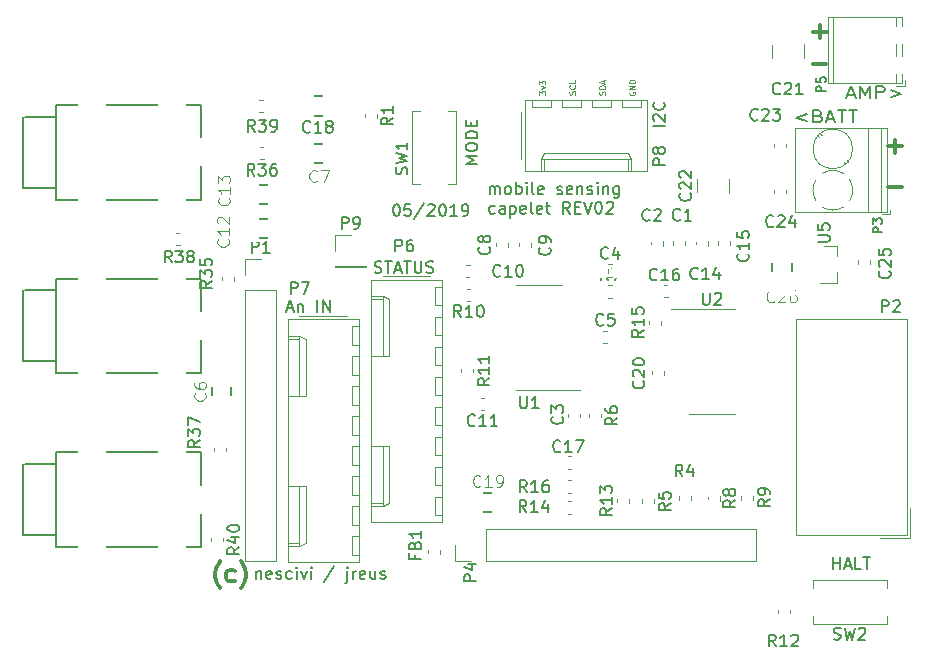
<source format=gbr>
G04 #@! TF.GenerationSoftware,KiCad,Pcbnew,(5.1.2-1)-1*
G04 #@! TF.CreationDate,2019-05-23T21:51:25+02:00*
G04 #@! TF.ProjectId,wearable_cape,77656172-6162-46c6-955f-636170652e6b,v02*
G04 #@! TF.SameCoordinates,Original*
G04 #@! TF.FileFunction,Legend,Top*
G04 #@! TF.FilePolarity,Positive*
%FSLAX46Y46*%
G04 Gerber Fmt 4.6, Leading zero omitted, Abs format (unit mm)*
G04 Created by KiCad (PCBNEW (5.1.2-1)-1) date 2019-05-23 21:51:25*
%MOMM*%
%LPD*%
G04 APERTURE LIST*
%ADD10C,0.125000*%
%ADD11C,0.150000*%
%ADD12C,0.300000*%
%ADD13C,0.120000*%
%ADD14C,0.200000*%
%ADD15C,0.127000*%
%ADD16C,0.119380*%
%ADD17C,0.175095*%
%ADD18C,0.100000*%
%ADD19C,1.000000*%
%ADD20C,1.500000*%
%ADD21C,2.400000*%
%ADD22R,2.400000X2.400000*%
%ADD23C,1.350000*%
%ADD24C,1.700000*%
%ADD25C,2.200000*%
%ADD26R,2.200000X2.200000*%
%ADD27R,2.203400X2.000200*%
%ADD28R,2.000200X2.203400*%
%ADD29C,1.650000*%
%ADD30O,2.100000X2.100000*%
%ADD31R,2.100000X2.100000*%
%ADD32O,2.127200X2.127200*%
%ADD33R,2.127200X2.127200*%
%ADD34C,2.800000*%
%ADD35R,2.800000X2.800000*%
%ADD36O,2.600000X2.140000*%
%ADD37C,2.140000*%
%ADD38O,2.140000X2.600000*%
%ADD39R,2.000000X2.400000*%
%ADD40R,2.400000X2.000000*%
%ADD41R,1.300000X1.200000*%
G04 APERTURE END LIST*
D10*
X73132190Y-25360238D02*
X73132190Y-25050714D01*
X73322666Y-25217380D01*
X73322666Y-25145952D01*
X73346476Y-25098333D01*
X73370285Y-25074523D01*
X73417904Y-25050714D01*
X73536952Y-25050714D01*
X73584571Y-25074523D01*
X73608380Y-25098333D01*
X73632190Y-25145952D01*
X73632190Y-25288809D01*
X73608380Y-25336428D01*
X73584571Y-25360238D01*
X73298857Y-24884047D02*
X73632190Y-24765000D01*
X73298857Y-24645952D01*
X73132190Y-24503095D02*
X73132190Y-24193571D01*
X73322666Y-24360238D01*
X73322666Y-24288809D01*
X73346476Y-24241190D01*
X73370285Y-24217380D01*
X73417904Y-24193571D01*
X73536952Y-24193571D01*
X73584571Y-24217380D01*
X73608380Y-24241190D01*
X73632190Y-24288809D01*
X73632190Y-24431666D01*
X73608380Y-24479285D01*
X73584571Y-24503095D01*
X76148380Y-25360238D02*
X76172190Y-25288809D01*
X76172190Y-25169761D01*
X76148380Y-25122142D01*
X76124571Y-25098333D01*
X76076952Y-25074523D01*
X76029333Y-25074523D01*
X75981714Y-25098333D01*
X75957904Y-25122142D01*
X75934095Y-25169761D01*
X75910285Y-25265000D01*
X75886476Y-25312619D01*
X75862666Y-25336428D01*
X75815047Y-25360238D01*
X75767428Y-25360238D01*
X75719809Y-25336428D01*
X75696000Y-25312619D01*
X75672190Y-25265000D01*
X75672190Y-25145952D01*
X75696000Y-25074523D01*
X76124571Y-24574523D02*
X76148380Y-24598333D01*
X76172190Y-24669761D01*
X76172190Y-24717380D01*
X76148380Y-24788809D01*
X76100761Y-24836428D01*
X76053142Y-24860238D01*
X75957904Y-24884047D01*
X75886476Y-24884047D01*
X75791238Y-24860238D01*
X75743619Y-24836428D01*
X75696000Y-24788809D01*
X75672190Y-24717380D01*
X75672190Y-24669761D01*
X75696000Y-24598333D01*
X75719809Y-24574523D01*
X76172190Y-24122142D02*
X76172190Y-24360238D01*
X75672190Y-24360238D01*
X78688380Y-25372142D02*
X78712190Y-25300714D01*
X78712190Y-25181666D01*
X78688380Y-25134047D01*
X78664571Y-25110238D01*
X78616952Y-25086428D01*
X78569333Y-25086428D01*
X78521714Y-25110238D01*
X78497904Y-25134047D01*
X78474095Y-25181666D01*
X78450285Y-25276904D01*
X78426476Y-25324523D01*
X78402666Y-25348333D01*
X78355047Y-25372142D01*
X78307428Y-25372142D01*
X78259809Y-25348333D01*
X78236000Y-25324523D01*
X78212190Y-25276904D01*
X78212190Y-25157857D01*
X78236000Y-25086428D01*
X78712190Y-24872142D02*
X78212190Y-24872142D01*
X78212190Y-24753095D01*
X78236000Y-24681666D01*
X78283619Y-24634047D01*
X78331238Y-24610238D01*
X78426476Y-24586428D01*
X78497904Y-24586428D01*
X78593142Y-24610238D01*
X78640761Y-24634047D01*
X78688380Y-24681666D01*
X78712190Y-24753095D01*
X78712190Y-24872142D01*
X78569333Y-24395952D02*
X78569333Y-24157857D01*
X78712190Y-24443571D02*
X78212190Y-24276904D01*
X78712190Y-24110238D01*
X80776000Y-25145952D02*
X80752190Y-25193571D01*
X80752190Y-25265000D01*
X80776000Y-25336428D01*
X80823619Y-25384047D01*
X80871238Y-25407857D01*
X80966476Y-25431666D01*
X81037904Y-25431666D01*
X81133142Y-25407857D01*
X81180761Y-25384047D01*
X81228380Y-25336428D01*
X81252190Y-25265000D01*
X81252190Y-25217380D01*
X81228380Y-25145952D01*
X81204571Y-25122142D01*
X81037904Y-25122142D01*
X81037904Y-25217380D01*
X81252190Y-24907857D02*
X80752190Y-24907857D01*
X81252190Y-24622142D01*
X80752190Y-24622142D01*
X81252190Y-24384047D02*
X80752190Y-24384047D01*
X80752190Y-24265000D01*
X80776000Y-24193571D01*
X80823619Y-24145952D01*
X80871238Y-24122142D01*
X80966476Y-24098333D01*
X81037904Y-24098333D01*
X81133142Y-24122142D01*
X81180761Y-24145952D01*
X81228380Y-24193571D01*
X81252190Y-24265000D01*
X81252190Y-24384047D01*
D11*
X83764380Y-28027190D02*
X82764380Y-28027190D01*
X82859619Y-27598619D02*
X82812000Y-27551000D01*
X82764380Y-27455761D01*
X82764380Y-27217666D01*
X82812000Y-27122428D01*
X82859619Y-27074809D01*
X82954857Y-27027190D01*
X83050095Y-27027190D01*
X83192952Y-27074809D01*
X83764380Y-27646238D01*
X83764380Y-27027190D01*
X83669142Y-26027190D02*
X83716761Y-26074809D01*
X83764380Y-26217666D01*
X83764380Y-26312904D01*
X83716761Y-26455761D01*
X83621523Y-26551000D01*
X83526285Y-26598619D01*
X83335809Y-26646238D01*
X83192952Y-26646238D01*
X83002476Y-26598619D01*
X82907238Y-26551000D01*
X82812000Y-26455761D01*
X82764380Y-26312904D01*
X82764380Y-26217666D01*
X82812000Y-26074809D01*
X82859619Y-26027190D01*
D12*
X102679571Y-33190642D02*
X103822428Y-33190642D01*
X103822428Y-29761642D02*
X102679571Y-29761642D01*
X103251000Y-30333071D02*
X103251000Y-29190214D01*
D11*
X95774071Y-27027214D02*
X94859785Y-27312928D01*
X95774071Y-27598642D01*
X96745500Y-27170071D02*
X96916928Y-27217690D01*
X96974071Y-27265309D01*
X97031214Y-27360547D01*
X97031214Y-27503404D01*
X96974071Y-27598642D01*
X96916928Y-27646261D01*
X96802642Y-27693880D01*
X96345500Y-27693880D01*
X96345500Y-26693880D01*
X96745500Y-26693880D01*
X96859785Y-26741500D01*
X96916928Y-26789119D01*
X96974071Y-26884357D01*
X96974071Y-26979595D01*
X96916928Y-27074833D01*
X96859785Y-27122452D01*
X96745500Y-27170071D01*
X96345500Y-27170071D01*
X97488357Y-27408166D02*
X98059785Y-27408166D01*
X97374071Y-27693880D02*
X97774071Y-26693880D01*
X98174071Y-27693880D01*
X98402642Y-26693880D02*
X99088357Y-26693880D01*
X98745500Y-27693880D02*
X98745500Y-26693880D01*
X99316928Y-26693880D02*
X100002642Y-26693880D01*
X99659785Y-27693880D02*
X99659785Y-26693880D01*
X59195009Y-40422461D02*
X59337866Y-40470080D01*
X59575961Y-40470080D01*
X59671200Y-40422461D01*
X59718819Y-40374842D01*
X59766438Y-40279604D01*
X59766438Y-40184366D01*
X59718819Y-40089128D01*
X59671200Y-40041509D01*
X59575961Y-39993890D01*
X59385485Y-39946271D01*
X59290247Y-39898652D01*
X59242628Y-39851033D01*
X59195009Y-39755795D01*
X59195009Y-39660557D01*
X59242628Y-39565319D01*
X59290247Y-39517700D01*
X59385485Y-39470080D01*
X59623580Y-39470080D01*
X59766438Y-39517700D01*
X60052152Y-39470080D02*
X60623580Y-39470080D01*
X60337866Y-40470080D02*
X60337866Y-39470080D01*
X60909295Y-40184366D02*
X61385485Y-40184366D01*
X60814057Y-40470080D02*
X61147390Y-39470080D01*
X61480723Y-40470080D01*
X61671200Y-39470080D02*
X62242628Y-39470080D01*
X61956914Y-40470080D02*
X61956914Y-39470080D01*
X62575961Y-39470080D02*
X62575961Y-40279604D01*
X62623580Y-40374842D01*
X62671200Y-40422461D01*
X62766438Y-40470080D01*
X62956914Y-40470080D01*
X63052152Y-40422461D01*
X63099771Y-40374842D01*
X63147390Y-40279604D01*
X63147390Y-39470080D01*
X63575961Y-40422461D02*
X63718819Y-40470080D01*
X63956914Y-40470080D01*
X64052152Y-40422461D01*
X64099771Y-40374842D01*
X64147390Y-40279604D01*
X64147390Y-40184366D01*
X64099771Y-40089128D01*
X64052152Y-40041509D01*
X63956914Y-39993890D01*
X63766438Y-39946271D01*
X63671200Y-39898652D01*
X63623580Y-39851033D01*
X63575961Y-39755795D01*
X63575961Y-39660557D01*
X63623580Y-39565319D01*
X63671200Y-39517700D01*
X63766438Y-39470080D01*
X64004533Y-39470080D01*
X64147390Y-39517700D01*
X51760666Y-43473666D02*
X52236857Y-43473666D01*
X51665428Y-43759380D02*
X51998761Y-42759380D01*
X52332095Y-43759380D01*
X52665428Y-43092714D02*
X52665428Y-43759380D01*
X52665428Y-43187952D02*
X52713047Y-43140333D01*
X52808285Y-43092714D01*
X52951142Y-43092714D01*
X53046380Y-43140333D01*
X53094000Y-43235571D01*
X53094000Y-43759380D01*
X54332095Y-43759380D02*
X54332095Y-42759380D01*
X54808285Y-43759380D02*
X54808285Y-42759380D01*
X55379714Y-43759380D01*
X55379714Y-42759380D01*
X67889380Y-31222723D02*
X66889380Y-31222723D01*
X67603666Y-30889390D01*
X66889380Y-30556057D01*
X67889380Y-30556057D01*
X66889380Y-29889390D02*
X66889380Y-29698914D01*
X66937000Y-29603676D01*
X67032238Y-29508438D01*
X67222714Y-29460819D01*
X67556047Y-29460819D01*
X67746523Y-29508438D01*
X67841761Y-29603676D01*
X67889380Y-29698914D01*
X67889380Y-29889390D01*
X67841761Y-29984628D01*
X67746523Y-30079866D01*
X67556047Y-30127485D01*
X67222714Y-30127485D01*
X67032238Y-30079866D01*
X66937000Y-29984628D01*
X66889380Y-29889390D01*
X67889380Y-29032247D02*
X66889380Y-29032247D01*
X66889380Y-28794152D01*
X66937000Y-28651295D01*
X67032238Y-28556057D01*
X67127476Y-28508438D01*
X67317952Y-28460819D01*
X67460809Y-28460819D01*
X67651285Y-28508438D01*
X67746523Y-28556057D01*
X67841761Y-28651295D01*
X67889380Y-28794152D01*
X67889380Y-29032247D01*
X67365571Y-28032247D02*
X67365571Y-27698914D01*
X67889380Y-27556057D02*
X67889380Y-28032247D01*
X66889380Y-28032247D01*
X66889380Y-27556057D01*
X97991800Y-65527180D02*
X97991800Y-64527180D01*
X97991800Y-65003371D02*
X98563228Y-65003371D01*
X98563228Y-65527180D02*
X98563228Y-64527180D01*
X98991800Y-65241466D02*
X99467990Y-65241466D01*
X98896561Y-65527180D02*
X99229895Y-64527180D01*
X99563228Y-65527180D01*
X100372752Y-65527180D02*
X99896561Y-65527180D01*
X99896561Y-64527180D01*
X100563228Y-64527180D02*
X101134657Y-64527180D01*
X100848942Y-65527180D02*
X100848942Y-64527180D01*
X99222214Y-25376166D02*
X99793642Y-25376166D01*
X99107928Y-25661880D02*
X99507928Y-24661880D01*
X99907928Y-25661880D01*
X100307928Y-25661880D02*
X100307928Y-24661880D01*
X100707928Y-25376166D01*
X101107928Y-24661880D01*
X101107928Y-25661880D01*
X101679357Y-25661880D02*
X101679357Y-24661880D01*
X102136500Y-24661880D01*
X102250785Y-24709500D01*
X102307928Y-24757119D01*
X102365071Y-24852357D01*
X102365071Y-24995214D01*
X102307928Y-25090452D01*
X102250785Y-25138071D01*
X102136500Y-25185690D01*
X101679357Y-25185690D01*
X102879357Y-24995214D02*
X103793642Y-25280928D01*
X102879357Y-25566642D01*
D12*
X46132857Y-67163000D02*
X46061428Y-67091571D01*
X45918571Y-66877285D01*
X45847142Y-66734428D01*
X45775714Y-66520142D01*
X45704285Y-66163000D01*
X45704285Y-65877285D01*
X45775714Y-65520142D01*
X45847142Y-65305857D01*
X45918571Y-65163000D01*
X46061428Y-64948714D01*
X46132857Y-64877285D01*
X47347142Y-66520142D02*
X47204285Y-66591571D01*
X46918571Y-66591571D01*
X46775714Y-66520142D01*
X46704285Y-66448714D01*
X46632857Y-66305857D01*
X46632857Y-65877285D01*
X46704285Y-65734428D01*
X46775714Y-65663000D01*
X46918571Y-65591571D01*
X47204285Y-65591571D01*
X47347142Y-65663000D01*
X47847142Y-67163000D02*
X47918571Y-67091571D01*
X48061428Y-66877285D01*
X48132857Y-66734428D01*
X48204285Y-66520142D01*
X48275714Y-66163000D01*
X48275714Y-65877285D01*
X48204285Y-65520142D01*
X48132857Y-65305857D01*
X48061428Y-65163000D01*
X47918571Y-64948714D01*
X47847142Y-64877285D01*
D11*
X49157619Y-65698714D02*
X49157619Y-66365380D01*
X49157619Y-65793952D02*
X49205238Y-65746333D01*
X49300476Y-65698714D01*
X49443333Y-65698714D01*
X49538571Y-65746333D01*
X49586190Y-65841571D01*
X49586190Y-66365380D01*
X50443333Y-66317761D02*
X50348095Y-66365380D01*
X50157619Y-66365380D01*
X50062380Y-66317761D01*
X50014761Y-66222523D01*
X50014761Y-65841571D01*
X50062380Y-65746333D01*
X50157619Y-65698714D01*
X50348095Y-65698714D01*
X50443333Y-65746333D01*
X50490952Y-65841571D01*
X50490952Y-65936809D01*
X50014761Y-66032047D01*
X50871904Y-66317761D02*
X50967142Y-66365380D01*
X51157619Y-66365380D01*
X51252857Y-66317761D01*
X51300476Y-66222523D01*
X51300476Y-66174904D01*
X51252857Y-66079666D01*
X51157619Y-66032047D01*
X51014761Y-66032047D01*
X50919523Y-65984428D01*
X50871904Y-65889190D01*
X50871904Y-65841571D01*
X50919523Y-65746333D01*
X51014761Y-65698714D01*
X51157619Y-65698714D01*
X51252857Y-65746333D01*
X52157619Y-66317761D02*
X52062380Y-66365380D01*
X51871904Y-66365380D01*
X51776666Y-66317761D01*
X51729047Y-66270142D01*
X51681428Y-66174904D01*
X51681428Y-65889190D01*
X51729047Y-65793952D01*
X51776666Y-65746333D01*
X51871904Y-65698714D01*
X52062380Y-65698714D01*
X52157619Y-65746333D01*
X52586190Y-66365380D02*
X52586190Y-65698714D01*
X52586190Y-65365380D02*
X52538571Y-65413000D01*
X52586190Y-65460619D01*
X52633809Y-65413000D01*
X52586190Y-65365380D01*
X52586190Y-65460619D01*
X52967142Y-65698714D02*
X53205238Y-66365380D01*
X53443333Y-65698714D01*
X53824285Y-66365380D02*
X53824285Y-65698714D01*
X53824285Y-65365380D02*
X53776666Y-65413000D01*
X53824285Y-65460619D01*
X53871904Y-65413000D01*
X53824285Y-65365380D01*
X53824285Y-65460619D01*
X55776666Y-65317761D02*
X54919523Y-66603476D01*
X56871904Y-65698714D02*
X56871904Y-66555857D01*
X56824285Y-66651095D01*
X56729047Y-66698714D01*
X56681428Y-66698714D01*
X56871904Y-65365380D02*
X56824285Y-65413000D01*
X56871904Y-65460619D01*
X56919523Y-65413000D01*
X56871904Y-65365380D01*
X56871904Y-65460619D01*
X57348095Y-66365380D02*
X57348095Y-65698714D01*
X57348095Y-65889190D02*
X57395714Y-65793952D01*
X57443333Y-65746333D01*
X57538571Y-65698714D01*
X57633809Y-65698714D01*
X58348095Y-66317761D02*
X58252857Y-66365380D01*
X58062380Y-66365380D01*
X57967142Y-66317761D01*
X57919523Y-66222523D01*
X57919523Y-65841571D01*
X57967142Y-65746333D01*
X58062380Y-65698714D01*
X58252857Y-65698714D01*
X58348095Y-65746333D01*
X58395714Y-65841571D01*
X58395714Y-65936809D01*
X57919523Y-66032047D01*
X59252857Y-65698714D02*
X59252857Y-66365380D01*
X58824285Y-65698714D02*
X58824285Y-66222523D01*
X58871904Y-66317761D01*
X58967142Y-66365380D01*
X59109999Y-66365380D01*
X59205238Y-66317761D01*
X59252857Y-66270142D01*
X59681428Y-66317761D02*
X59776666Y-66365380D01*
X59967142Y-66365380D01*
X60062380Y-66317761D01*
X60109999Y-66222523D01*
X60109999Y-66174904D01*
X60062380Y-66079666D01*
X59967142Y-66032047D01*
X59824285Y-66032047D01*
X59729047Y-65984428D01*
X59681428Y-65889190D01*
X59681428Y-65841571D01*
X59729047Y-65746333D01*
X59824285Y-65698714D01*
X59967142Y-65698714D01*
X60062380Y-65746333D01*
X60978071Y-34631380D02*
X61073309Y-34631380D01*
X61168547Y-34679000D01*
X61216166Y-34726619D01*
X61263785Y-34821857D01*
X61311404Y-35012333D01*
X61311404Y-35250428D01*
X61263785Y-35440904D01*
X61216166Y-35536142D01*
X61168547Y-35583761D01*
X61073309Y-35631380D01*
X60978071Y-35631380D01*
X60882833Y-35583761D01*
X60835214Y-35536142D01*
X60787595Y-35440904D01*
X60739976Y-35250428D01*
X60739976Y-35012333D01*
X60787595Y-34821857D01*
X60835214Y-34726619D01*
X60882833Y-34679000D01*
X60978071Y-34631380D01*
X62216166Y-34631380D02*
X61739976Y-34631380D01*
X61692357Y-35107571D01*
X61739976Y-35059952D01*
X61835214Y-35012333D01*
X62073309Y-35012333D01*
X62168547Y-35059952D01*
X62216166Y-35107571D01*
X62263785Y-35202809D01*
X62263785Y-35440904D01*
X62216166Y-35536142D01*
X62168547Y-35583761D01*
X62073309Y-35631380D01*
X61835214Y-35631380D01*
X61739976Y-35583761D01*
X61692357Y-35536142D01*
X63406642Y-34583761D02*
X62549500Y-35869476D01*
X63692357Y-34726619D02*
X63739976Y-34679000D01*
X63835214Y-34631380D01*
X64073309Y-34631380D01*
X64168547Y-34679000D01*
X64216166Y-34726619D01*
X64263785Y-34821857D01*
X64263785Y-34917095D01*
X64216166Y-35059952D01*
X63644738Y-35631380D01*
X64263785Y-35631380D01*
X64882833Y-34631380D02*
X64978071Y-34631380D01*
X65073309Y-34679000D01*
X65120928Y-34726619D01*
X65168547Y-34821857D01*
X65216166Y-35012333D01*
X65216166Y-35250428D01*
X65168547Y-35440904D01*
X65120928Y-35536142D01*
X65073309Y-35583761D01*
X64978071Y-35631380D01*
X64882833Y-35631380D01*
X64787595Y-35583761D01*
X64739976Y-35536142D01*
X64692357Y-35440904D01*
X64644738Y-35250428D01*
X64644738Y-35012333D01*
X64692357Y-34821857D01*
X64739976Y-34726619D01*
X64787595Y-34679000D01*
X64882833Y-34631380D01*
X66168547Y-35631380D02*
X65597119Y-35631380D01*
X65882833Y-35631380D02*
X65882833Y-34631380D01*
X65787595Y-34774238D01*
X65692357Y-34869476D01*
X65597119Y-34917095D01*
X66644738Y-35631380D02*
X66835214Y-35631380D01*
X66930452Y-35583761D01*
X66978071Y-35536142D01*
X67073309Y-35393285D01*
X67120928Y-35202809D01*
X67120928Y-34821857D01*
X67073309Y-34726619D01*
X67025690Y-34679000D01*
X66930452Y-34631380D01*
X66739976Y-34631380D01*
X66644738Y-34679000D01*
X66597119Y-34726619D01*
X66549500Y-34821857D01*
X66549500Y-35059952D01*
X66597119Y-35155190D01*
X66644738Y-35202809D01*
X66739976Y-35250428D01*
X66930452Y-35250428D01*
X67025690Y-35202809D01*
X67073309Y-35155190D01*
X67120928Y-35059952D01*
X68915595Y-33790380D02*
X68915595Y-33123714D01*
X68915595Y-33218952D02*
X68963214Y-33171333D01*
X69058452Y-33123714D01*
X69201309Y-33123714D01*
X69296547Y-33171333D01*
X69344166Y-33266571D01*
X69344166Y-33790380D01*
X69344166Y-33266571D02*
X69391785Y-33171333D01*
X69487023Y-33123714D01*
X69629880Y-33123714D01*
X69725119Y-33171333D01*
X69772738Y-33266571D01*
X69772738Y-33790380D01*
X70391785Y-33790380D02*
X70296547Y-33742761D01*
X70248928Y-33695142D01*
X70201309Y-33599904D01*
X70201309Y-33314190D01*
X70248928Y-33218952D01*
X70296547Y-33171333D01*
X70391785Y-33123714D01*
X70534642Y-33123714D01*
X70629880Y-33171333D01*
X70677500Y-33218952D01*
X70725119Y-33314190D01*
X70725119Y-33599904D01*
X70677500Y-33695142D01*
X70629880Y-33742761D01*
X70534642Y-33790380D01*
X70391785Y-33790380D01*
X71153690Y-33790380D02*
X71153690Y-32790380D01*
X71153690Y-33171333D02*
X71248928Y-33123714D01*
X71439404Y-33123714D01*
X71534642Y-33171333D01*
X71582261Y-33218952D01*
X71629880Y-33314190D01*
X71629880Y-33599904D01*
X71582261Y-33695142D01*
X71534642Y-33742761D01*
X71439404Y-33790380D01*
X71248928Y-33790380D01*
X71153690Y-33742761D01*
X72058452Y-33790380D02*
X72058452Y-33123714D01*
X72058452Y-32790380D02*
X72010833Y-32838000D01*
X72058452Y-32885619D01*
X72106071Y-32838000D01*
X72058452Y-32790380D01*
X72058452Y-32885619D01*
X72677500Y-33790380D02*
X72582261Y-33742761D01*
X72534642Y-33647523D01*
X72534642Y-32790380D01*
X73439404Y-33742761D02*
X73344166Y-33790380D01*
X73153690Y-33790380D01*
X73058452Y-33742761D01*
X73010833Y-33647523D01*
X73010833Y-33266571D01*
X73058452Y-33171333D01*
X73153690Y-33123714D01*
X73344166Y-33123714D01*
X73439404Y-33171333D01*
X73487023Y-33266571D01*
X73487023Y-33361809D01*
X73010833Y-33457047D01*
X74629880Y-33742761D02*
X74725119Y-33790380D01*
X74915595Y-33790380D01*
X75010833Y-33742761D01*
X75058452Y-33647523D01*
X75058452Y-33599904D01*
X75010833Y-33504666D01*
X74915595Y-33457047D01*
X74772738Y-33457047D01*
X74677500Y-33409428D01*
X74629880Y-33314190D01*
X74629880Y-33266571D01*
X74677500Y-33171333D01*
X74772738Y-33123714D01*
X74915595Y-33123714D01*
X75010833Y-33171333D01*
X75867976Y-33742761D02*
X75772738Y-33790380D01*
X75582261Y-33790380D01*
X75487023Y-33742761D01*
X75439404Y-33647523D01*
X75439404Y-33266571D01*
X75487023Y-33171333D01*
X75582261Y-33123714D01*
X75772738Y-33123714D01*
X75867976Y-33171333D01*
X75915595Y-33266571D01*
X75915595Y-33361809D01*
X75439404Y-33457047D01*
X76344166Y-33123714D02*
X76344166Y-33790380D01*
X76344166Y-33218952D02*
X76391785Y-33171333D01*
X76487023Y-33123714D01*
X76629880Y-33123714D01*
X76725119Y-33171333D01*
X76772738Y-33266571D01*
X76772738Y-33790380D01*
X77201309Y-33742761D02*
X77296547Y-33790380D01*
X77487023Y-33790380D01*
X77582261Y-33742761D01*
X77629880Y-33647523D01*
X77629880Y-33599904D01*
X77582261Y-33504666D01*
X77487023Y-33457047D01*
X77344166Y-33457047D01*
X77248928Y-33409428D01*
X77201309Y-33314190D01*
X77201309Y-33266571D01*
X77248928Y-33171333D01*
X77344166Y-33123714D01*
X77487023Y-33123714D01*
X77582261Y-33171333D01*
X78058452Y-33790380D02*
X78058452Y-33123714D01*
X78058452Y-32790380D02*
X78010833Y-32838000D01*
X78058452Y-32885619D01*
X78106071Y-32838000D01*
X78058452Y-32790380D01*
X78058452Y-32885619D01*
X78534642Y-33123714D02*
X78534642Y-33790380D01*
X78534642Y-33218952D02*
X78582261Y-33171333D01*
X78677500Y-33123714D01*
X78820357Y-33123714D01*
X78915595Y-33171333D01*
X78963214Y-33266571D01*
X78963214Y-33790380D01*
X79867976Y-33123714D02*
X79867976Y-33933238D01*
X79820357Y-34028476D01*
X79772738Y-34076095D01*
X79677500Y-34123714D01*
X79534642Y-34123714D01*
X79439404Y-34076095D01*
X79867976Y-33742761D02*
X79772738Y-33790380D01*
X79582261Y-33790380D01*
X79487023Y-33742761D01*
X79439404Y-33695142D01*
X79391785Y-33599904D01*
X79391785Y-33314190D01*
X79439404Y-33218952D01*
X79487023Y-33171333D01*
X79582261Y-33123714D01*
X79772738Y-33123714D01*
X79867976Y-33171333D01*
X69344166Y-35392761D02*
X69248928Y-35440380D01*
X69058452Y-35440380D01*
X68963214Y-35392761D01*
X68915595Y-35345142D01*
X68867976Y-35249904D01*
X68867976Y-34964190D01*
X68915595Y-34868952D01*
X68963214Y-34821333D01*
X69058452Y-34773714D01*
X69248928Y-34773714D01*
X69344166Y-34821333D01*
X70201309Y-35440380D02*
X70201309Y-34916571D01*
X70153690Y-34821333D01*
X70058452Y-34773714D01*
X69867976Y-34773714D01*
X69772738Y-34821333D01*
X70201309Y-35392761D02*
X70106071Y-35440380D01*
X69867976Y-35440380D01*
X69772738Y-35392761D01*
X69725119Y-35297523D01*
X69725119Y-35202285D01*
X69772738Y-35107047D01*
X69867976Y-35059428D01*
X70106071Y-35059428D01*
X70201309Y-35011809D01*
X70677500Y-34773714D02*
X70677500Y-35773714D01*
X70677500Y-34821333D02*
X70772738Y-34773714D01*
X70963214Y-34773714D01*
X71058452Y-34821333D01*
X71106071Y-34868952D01*
X71153690Y-34964190D01*
X71153690Y-35249904D01*
X71106071Y-35345142D01*
X71058452Y-35392761D01*
X70963214Y-35440380D01*
X70772738Y-35440380D01*
X70677500Y-35392761D01*
X71963214Y-35392761D02*
X71867976Y-35440380D01*
X71677500Y-35440380D01*
X71582261Y-35392761D01*
X71534642Y-35297523D01*
X71534642Y-34916571D01*
X71582261Y-34821333D01*
X71677500Y-34773714D01*
X71867976Y-34773714D01*
X71963214Y-34821333D01*
X72010833Y-34916571D01*
X72010833Y-35011809D01*
X71534642Y-35107047D01*
X72582261Y-35440380D02*
X72487023Y-35392761D01*
X72439404Y-35297523D01*
X72439404Y-34440380D01*
X73344166Y-35392761D02*
X73248928Y-35440380D01*
X73058452Y-35440380D01*
X72963214Y-35392761D01*
X72915595Y-35297523D01*
X72915595Y-34916571D01*
X72963214Y-34821333D01*
X73058452Y-34773714D01*
X73248928Y-34773714D01*
X73344166Y-34821333D01*
X73391785Y-34916571D01*
X73391785Y-35011809D01*
X72915595Y-35107047D01*
X73677500Y-34773714D02*
X74058452Y-34773714D01*
X73820357Y-34440380D02*
X73820357Y-35297523D01*
X73867976Y-35392761D01*
X73963214Y-35440380D01*
X74058452Y-35440380D01*
X75725119Y-35440380D02*
X75391785Y-34964190D01*
X75153690Y-35440380D02*
X75153690Y-34440380D01*
X75534642Y-34440380D01*
X75629880Y-34488000D01*
X75677500Y-34535619D01*
X75725119Y-34630857D01*
X75725119Y-34773714D01*
X75677500Y-34868952D01*
X75629880Y-34916571D01*
X75534642Y-34964190D01*
X75153690Y-34964190D01*
X76153690Y-34916571D02*
X76487023Y-34916571D01*
X76629880Y-35440380D02*
X76153690Y-35440380D01*
X76153690Y-34440380D01*
X76629880Y-34440380D01*
X76915595Y-34440380D02*
X77248928Y-35440380D01*
X77582261Y-34440380D01*
X78106071Y-34440380D02*
X78201309Y-34440380D01*
X78296547Y-34488000D01*
X78344166Y-34535619D01*
X78391785Y-34630857D01*
X78439404Y-34821333D01*
X78439404Y-35059428D01*
X78391785Y-35249904D01*
X78344166Y-35345142D01*
X78296547Y-35392761D01*
X78201309Y-35440380D01*
X78106071Y-35440380D01*
X78010833Y-35392761D01*
X77963214Y-35345142D01*
X77915595Y-35249904D01*
X77867976Y-35059428D01*
X77867976Y-34821333D01*
X77915595Y-34630857D01*
X77963214Y-34535619D01*
X78010833Y-34488000D01*
X78106071Y-34440380D01*
X78820357Y-34535619D02*
X78867976Y-34488000D01*
X78963214Y-34440380D01*
X79201309Y-34440380D01*
X79296547Y-34488000D01*
X79344166Y-34535619D01*
X79391785Y-34630857D01*
X79391785Y-34726095D01*
X79344166Y-34868952D01*
X78772738Y-35440380D01*
X79391785Y-35440380D01*
D12*
X96266071Y-22776642D02*
X97408928Y-22776642D01*
X97472428Y-20046142D02*
X96329571Y-20046142D01*
X96901000Y-20617571D02*
X96901000Y-19474714D01*
D13*
X73141840Y-50375980D02*
X76591840Y-50375980D01*
X73141840Y-50375980D02*
X71191840Y-50375980D01*
X73141840Y-41505980D02*
X75091840Y-41505980D01*
X73141840Y-41505980D02*
X71191840Y-41505980D01*
X87731600Y-43545600D02*
X84281600Y-43545600D01*
X87731600Y-43545600D02*
X89681600Y-43545600D01*
X87731600Y-52415600D02*
X85781600Y-52415600D01*
X87731600Y-52415600D02*
X89681600Y-52415600D01*
X104111000Y-24660000D02*
X104111000Y-24160000D01*
X103371000Y-24660000D02*
X104111000Y-24660000D01*
X97551000Y-18760000D02*
X103871000Y-18760000D01*
X97551000Y-24420000D02*
X103871000Y-24420000D01*
X103871000Y-19530000D02*
X103871000Y-18760000D01*
X103871000Y-22070000D02*
X103871000Y-21110000D01*
X103871000Y-24420000D02*
X103871000Y-23650000D01*
X97551000Y-24420000D02*
X97551000Y-18760000D01*
X98011000Y-24420000D02*
X98011000Y-18760000D01*
X103311000Y-19530000D02*
X103311000Y-18760000D01*
X103311000Y-22070000D02*
X103311000Y-21110000D01*
X103311000Y-24420000D02*
X103311000Y-23650000D01*
X81849500Y-59645733D02*
X81849500Y-59988267D01*
X82869500Y-59645733D02*
X82869500Y-59988267D01*
D14*
X44450000Y-34250000D02*
X44450000Y-26250000D01*
X32250000Y-34250000D02*
X44450000Y-34250000D01*
X32250000Y-26250000D02*
X32250000Y-34250000D01*
X32250000Y-26250000D02*
X44450000Y-26250000D01*
X29450000Y-33250000D02*
X32250000Y-33250000D01*
X29450000Y-27250000D02*
X29450000Y-33250000D01*
X32250000Y-27250000D02*
X29550000Y-27250000D01*
X44450000Y-48950000D02*
X44450000Y-40950000D01*
X32250000Y-48950000D02*
X44450000Y-48950000D01*
X32250000Y-40950000D02*
X32250000Y-48950000D01*
X32250000Y-40950000D02*
X44450000Y-40950000D01*
X29450000Y-47950000D02*
X32250000Y-47950000D01*
X29450000Y-41950000D02*
X29450000Y-47950000D01*
X32250000Y-41950000D02*
X29550000Y-41950000D01*
X44450000Y-63650000D02*
X44450000Y-55650000D01*
X32250000Y-63650000D02*
X44450000Y-63650000D01*
X32250000Y-55650000D02*
X32250000Y-63650000D01*
X32250000Y-55650000D02*
X44450000Y-55650000D01*
X29450000Y-62650000D02*
X32250000Y-62650000D01*
X29450000Y-56650000D02*
X29450000Y-62650000D01*
X32250000Y-56650000D02*
X29550000Y-56650000D01*
D13*
X85473000Y-38144267D02*
X85473000Y-37801733D01*
X84453000Y-38144267D02*
X84453000Y-37801733D01*
X83568000Y-38144267D02*
X83568000Y-37801733D01*
X82548000Y-38144267D02*
X82548000Y-37801733D01*
X75588400Y-52406733D02*
X75588400Y-52749267D01*
X76608400Y-52406733D02*
X76608400Y-52749267D01*
X78949733Y-40769000D02*
X79292267Y-40769000D01*
X78949733Y-39749000D02*
X79292267Y-39749000D01*
X78543333Y-46407800D02*
X78885867Y-46407800D01*
X78543333Y-45387800D02*
X78885867Y-45387800D01*
D15*
X45377100Y-48907700D02*
X45377100Y-52108100D01*
X47002700Y-48907700D02*
X45377100Y-48907700D01*
X47002700Y-52108100D02*
X47002700Y-48907700D01*
X45377100Y-52108100D02*
X47002700Y-52108100D01*
X45377100Y-51650900D02*
X47002700Y-51650900D01*
X47002700Y-49364900D02*
X45377100Y-49364900D01*
X56007000Y-29527500D02*
X52806600Y-29527500D01*
X56007000Y-31153100D02*
X56007000Y-29527500D01*
X52806600Y-31153100D02*
X56007000Y-31153100D01*
X52806600Y-29527500D02*
X52806600Y-31153100D01*
X53263800Y-29527500D02*
X53263800Y-31153100D01*
X55549800Y-31153100D02*
X55549800Y-29527500D01*
D13*
X70461600Y-38271267D02*
X70461600Y-37928733D01*
X69441600Y-38271267D02*
X69441600Y-37928733D01*
X72442800Y-38271267D02*
X72442800Y-37928733D01*
X71422800Y-38271267D02*
X71422800Y-37928733D01*
X67278067Y-39825200D02*
X66935533Y-39825200D01*
X67278067Y-40845200D02*
X66935533Y-40845200D01*
X68497267Y-52072000D02*
X68154733Y-52072000D01*
X68497267Y-51052000D02*
X68154733Y-51052000D01*
D15*
X51358800Y-35915600D02*
X48158400Y-35915600D01*
X51358800Y-37541200D02*
X51358800Y-35915600D01*
X48158400Y-37541200D02*
X51358800Y-37541200D01*
X48158400Y-35915600D02*
X48158400Y-37541200D01*
X48615600Y-35915600D02*
X48615600Y-37541200D01*
X50901600Y-37541200D02*
X50901600Y-35915600D01*
X51358800Y-33020000D02*
X48158400Y-33020000D01*
X51358800Y-34645600D02*
X51358800Y-33020000D01*
X48158400Y-34645600D02*
X51358800Y-34645600D01*
X48158400Y-33020000D02*
X48158400Y-34645600D01*
X48615600Y-33020000D02*
X48615600Y-34645600D01*
X50901600Y-34645600D02*
X50901600Y-33020000D01*
D13*
X87378000Y-38144267D02*
X87378000Y-37801733D01*
X86358000Y-38144267D02*
X86358000Y-37801733D01*
X89283000Y-38144267D02*
X89283000Y-37801733D01*
X88263000Y-38144267D02*
X88263000Y-37801733D01*
X84016667Y-41476200D02*
X83674133Y-41476200D01*
X84016667Y-42496200D02*
X83674133Y-42496200D01*
X75520733Y-57025000D02*
X75863267Y-57025000D01*
X75520733Y-56005000D02*
X75863267Y-56005000D01*
D15*
X56007000Y-25514300D02*
X52806600Y-25514300D01*
X56007000Y-27139900D02*
X56007000Y-25514300D01*
X52806600Y-27139900D02*
X56007000Y-27139900D01*
X52806600Y-25514300D02*
X52806600Y-27139900D01*
X53263800Y-25514300D02*
X53263800Y-27139900D01*
X55549800Y-27139900D02*
X55549800Y-25514300D01*
X70319900Y-59105800D02*
X67119500Y-59105800D01*
X70319900Y-60731400D02*
X70319900Y-59105800D01*
X67119500Y-60731400D02*
X70319900Y-60731400D01*
X67119500Y-59105800D02*
X67119500Y-60731400D01*
X67576700Y-59105800D02*
X67576700Y-60731400D01*
X69862700Y-60731400D02*
X69862700Y-59105800D01*
D13*
X82649600Y-48799933D02*
X82649600Y-49142467D01*
X83669600Y-48799933D02*
X83669600Y-49142467D01*
X92810500Y-21114936D02*
X92810500Y-22319064D01*
X95530500Y-21114936D02*
X95530500Y-22319064D01*
X89180500Y-33685564D02*
X89180500Y-32481436D01*
X86460500Y-33685564D02*
X86460500Y-32481436D01*
X93025500Y-29546733D02*
X93025500Y-29889267D01*
X94045500Y-29546733D02*
X94045500Y-29889267D01*
X94045500Y-33762767D02*
X94045500Y-33420233D01*
X93025500Y-33762767D02*
X93025500Y-33420233D01*
X100150200Y-39401933D02*
X100150200Y-39744467D01*
X101170200Y-39401933D02*
X101170200Y-39744467D01*
D15*
X94488000Y-41579800D02*
X94488000Y-38379400D01*
X92862400Y-41579800D02*
X94488000Y-41579800D01*
X92862400Y-38379400D02*
X92862400Y-41579800D01*
X94488000Y-38379400D02*
X92862400Y-38379400D01*
X94488000Y-38836600D02*
X92862400Y-38836600D01*
X92862400Y-41122600D02*
X94488000Y-41122600D01*
D13*
X63675800Y-63938333D02*
X63675800Y-64280867D01*
X64695800Y-63938333D02*
X64695800Y-64280867D01*
X48200000Y-39310000D02*
X49530000Y-39310000D01*
X48200000Y-40640000D02*
X48200000Y-39310000D01*
X48200000Y-41910000D02*
X50860000Y-41910000D01*
X50860000Y-41910000D02*
X50860000Y-64830000D01*
X48200000Y-41910000D02*
X48200000Y-64830000D01*
X48200000Y-64830000D02*
X50860000Y-64830000D01*
X104493000Y-62902400D02*
X101953000Y-62902400D01*
X104493000Y-62902400D02*
X104493000Y-60362400D01*
X104243000Y-62652400D02*
X94893000Y-62652400D01*
X104243000Y-44332400D02*
X104243000Y-62652400D01*
X94893000Y-44332400D02*
X104243000Y-44332400D01*
X94893000Y-62652400D02*
X94893000Y-44332400D01*
X102780500Y-35514500D02*
X102780500Y-35114500D01*
X102140500Y-35514500D02*
X102780500Y-35514500D01*
X98921500Y-31109500D02*
X99049500Y-31238500D01*
X96705500Y-28894500D02*
X96799500Y-28988500D01*
X99161500Y-30939500D02*
X99254500Y-31033500D01*
X96911500Y-28689500D02*
X97039500Y-28818500D01*
X94820500Y-28154500D02*
X102540500Y-28154500D01*
X94820500Y-35274500D02*
X102540500Y-35274500D01*
X102540500Y-35274500D02*
X102540500Y-28154500D01*
X94820500Y-35274500D02*
X94820500Y-28154500D01*
X100980500Y-35274500D02*
X100980500Y-28154500D01*
X102080500Y-35274500D02*
X102080500Y-28154500D01*
X99660500Y-29964500D02*
G75*
G03X99660500Y-29964500I-1680000J0D01*
G01*
X99660599Y-33435826D02*
G75*
G02X99420500Y-34330500I-1680099J-28674D01*
G01*
X98870394Y-34889858D02*
G75*
G02X97114500Y-34904500I-889894J1425358D01*
G01*
X96555142Y-34354394D02*
G75*
G02X96540500Y-32598500I1425358J889894D01*
G01*
X97090307Y-32038995D02*
G75*
G02X98871500Y-32039500I890193J-1425505D01*
G01*
X99405221Y-32574236D02*
G75*
G02X99660500Y-33464500I-1424721J-890264D01*
G01*
X65980000Y-64830000D02*
X65980000Y-63500000D01*
X67310000Y-64830000D02*
X65980000Y-64830000D01*
X68580000Y-64830000D02*
X68580000Y-62170000D01*
X68580000Y-62170000D02*
X91500000Y-62170000D01*
X68580000Y-64830000D02*
X91500000Y-64830000D01*
X91500000Y-64830000D02*
X91500000Y-62170000D01*
X64304400Y-60998000D02*
X64904400Y-60998000D01*
X64304400Y-59398000D02*
X64304400Y-60998000D01*
X64904400Y-59398000D02*
X64304400Y-59398000D01*
X64304400Y-58458000D02*
X64904400Y-58458000D01*
X64304400Y-56858000D02*
X64304400Y-58458000D01*
X64904400Y-56858000D02*
X64304400Y-56858000D01*
X64304400Y-55918000D02*
X64904400Y-55918000D01*
X64304400Y-54318000D02*
X64304400Y-55918000D01*
X64904400Y-54318000D02*
X64304400Y-54318000D01*
X64304400Y-53378000D02*
X64904400Y-53378000D01*
X64304400Y-51778000D02*
X64304400Y-53378000D01*
X64904400Y-51778000D02*
X64304400Y-51778000D01*
X64304400Y-50838000D02*
X64904400Y-50838000D01*
X64304400Y-49238000D02*
X64304400Y-50838000D01*
X64904400Y-49238000D02*
X64304400Y-49238000D01*
X64304400Y-48298000D02*
X64904400Y-48298000D01*
X64304400Y-46698000D02*
X64304400Y-48298000D01*
X64904400Y-46698000D02*
X64304400Y-46698000D01*
X64304400Y-45758000D02*
X64904400Y-45758000D01*
X64304400Y-44158000D02*
X64304400Y-45758000D01*
X64904400Y-44158000D02*
X64304400Y-44158000D01*
X64304400Y-43218000D02*
X64904400Y-43218000D01*
X64304400Y-41618000D02*
X64304400Y-43218000D01*
X64904400Y-41618000D02*
X64304400Y-41618000D01*
X58884400Y-59948000D02*
X59884400Y-59948000D01*
X60414400Y-55118000D02*
X59884400Y-55118000D01*
X60414400Y-59948000D02*
X60414400Y-55118000D01*
X59884400Y-60198000D02*
X60414400Y-59948000D01*
X59884400Y-55118000D02*
X58884400Y-55118000D01*
X59884400Y-60198000D02*
X59884400Y-55118000D01*
X58884400Y-60198000D02*
X59884400Y-60198000D01*
X58884400Y-42668000D02*
X59884400Y-42668000D01*
X60414400Y-47498000D02*
X59884400Y-47498000D01*
X60414400Y-42668000D02*
X60414400Y-47498000D01*
X59884400Y-42418000D02*
X60414400Y-42668000D01*
X59884400Y-47498000D02*
X58884400Y-47498000D01*
X59884400Y-42418000D02*
X59884400Y-47498000D01*
X58884400Y-42418000D02*
X59884400Y-42418000D01*
X63874400Y-40748000D02*
X59874400Y-40748000D01*
X64904400Y-61578000D02*
X64904400Y-41038000D01*
X58884400Y-61578000D02*
X64904400Y-61578000D01*
X58884400Y-41038000D02*
X58884400Y-61578000D01*
X64904400Y-41038000D02*
X58884400Y-41038000D01*
X57243200Y-64350800D02*
X57843200Y-64350800D01*
X57243200Y-62750800D02*
X57243200Y-64350800D01*
X57843200Y-62750800D02*
X57243200Y-62750800D01*
X57243200Y-61810800D02*
X57843200Y-61810800D01*
X57243200Y-60210800D02*
X57243200Y-61810800D01*
X57843200Y-60210800D02*
X57243200Y-60210800D01*
X57243200Y-59270800D02*
X57843200Y-59270800D01*
X57243200Y-57670800D02*
X57243200Y-59270800D01*
X57843200Y-57670800D02*
X57243200Y-57670800D01*
X57243200Y-56730800D02*
X57843200Y-56730800D01*
X57243200Y-55130800D02*
X57243200Y-56730800D01*
X57843200Y-55130800D02*
X57243200Y-55130800D01*
X57243200Y-54190800D02*
X57843200Y-54190800D01*
X57243200Y-52590800D02*
X57243200Y-54190800D01*
X57843200Y-52590800D02*
X57243200Y-52590800D01*
X57243200Y-51650800D02*
X57843200Y-51650800D01*
X57243200Y-50050800D02*
X57243200Y-51650800D01*
X57843200Y-50050800D02*
X57243200Y-50050800D01*
X57243200Y-49110800D02*
X57843200Y-49110800D01*
X57243200Y-47510800D02*
X57243200Y-49110800D01*
X57843200Y-47510800D02*
X57243200Y-47510800D01*
X57243200Y-46570800D02*
X57843200Y-46570800D01*
X57243200Y-44970800D02*
X57243200Y-46570800D01*
X57843200Y-44970800D02*
X57243200Y-44970800D01*
X51823200Y-63300800D02*
X52823200Y-63300800D01*
X53353200Y-58470800D02*
X52823200Y-58470800D01*
X53353200Y-63300800D02*
X53353200Y-58470800D01*
X52823200Y-63550800D02*
X53353200Y-63300800D01*
X52823200Y-58470800D02*
X51823200Y-58470800D01*
X52823200Y-63550800D02*
X52823200Y-58470800D01*
X51823200Y-63550800D02*
X52823200Y-63550800D01*
X51823200Y-46020800D02*
X52823200Y-46020800D01*
X53353200Y-50850800D02*
X52823200Y-50850800D01*
X53353200Y-46020800D02*
X53353200Y-50850800D01*
X52823200Y-45770800D02*
X53353200Y-46020800D01*
X52823200Y-50850800D02*
X51823200Y-50850800D01*
X52823200Y-45770800D02*
X52823200Y-50850800D01*
X51823200Y-45770800D02*
X52823200Y-45770800D01*
X56813200Y-44100800D02*
X52813200Y-44100800D01*
X57843200Y-64930800D02*
X57843200Y-44390800D01*
X51823200Y-64930800D02*
X57843200Y-64930800D01*
X51823200Y-44390800D02*
X51823200Y-64930800D01*
X57843200Y-44390800D02*
X51823200Y-44390800D01*
X81699000Y-26424400D02*
X81699000Y-25824400D01*
X80099000Y-26424400D02*
X81699000Y-26424400D01*
X80099000Y-25824400D02*
X80099000Y-26424400D01*
X79159000Y-26424400D02*
X79159000Y-25824400D01*
X77559000Y-26424400D02*
X79159000Y-26424400D01*
X77559000Y-25824400D02*
X77559000Y-26424400D01*
X76619000Y-26424400D02*
X76619000Y-25824400D01*
X75019000Y-26424400D02*
X76619000Y-26424400D01*
X75019000Y-25824400D02*
X75019000Y-26424400D01*
X74079000Y-26424400D02*
X74079000Y-25824400D01*
X72479000Y-26424400D02*
X74079000Y-26424400D01*
X72479000Y-25824400D02*
X72479000Y-26424400D01*
X80649000Y-31844400D02*
X80649000Y-30844400D01*
X73529000Y-31844400D02*
X73529000Y-30844400D01*
X80649000Y-30314400D02*
X80899000Y-30844400D01*
X73529000Y-30314400D02*
X80649000Y-30314400D01*
X73279000Y-30844400D02*
X73529000Y-30314400D01*
X80899000Y-30844400D02*
X80899000Y-31844400D01*
X73279000Y-30844400D02*
X80899000Y-30844400D01*
X73279000Y-31844400D02*
X73279000Y-30844400D01*
X71609000Y-26854400D02*
X71609000Y-30854400D01*
X82279000Y-25824400D02*
X71899000Y-25824400D01*
X82279000Y-31844400D02*
X82279000Y-25824400D01*
X71899000Y-31844400D02*
X82279000Y-31844400D01*
X71899000Y-25824400D02*
X71899000Y-31844400D01*
X55820000Y-37290700D02*
X57150000Y-37290700D01*
X55820000Y-38620700D02*
X55820000Y-37290700D01*
X55820000Y-39890700D02*
X58480000Y-39890700D01*
X58480000Y-39890700D02*
X58480000Y-39950700D01*
X55820000Y-39890700D02*
X55820000Y-39950700D01*
X55820000Y-39950700D02*
X58480000Y-39950700D01*
X58341800Y-26981333D02*
X58341800Y-27323867D01*
X59361800Y-26981333D02*
X59361800Y-27323867D01*
X84961000Y-59391733D02*
X84961000Y-59734267D01*
X85981000Y-59391733D02*
X85981000Y-59734267D01*
X77341000Y-52381333D02*
X77341000Y-52723867D01*
X78361000Y-52381333D02*
X78361000Y-52723867D01*
X78949733Y-42547000D02*
X79292267Y-42547000D01*
X78949733Y-41527000D02*
X79292267Y-41527000D01*
X87374000Y-59391733D02*
X87374000Y-59734267D01*
X88394000Y-59391733D02*
X88394000Y-59734267D01*
X90231500Y-59391733D02*
X90231500Y-59734267D01*
X91251500Y-59391733D02*
X91251500Y-59734267D01*
X67328867Y-41806400D02*
X66986333Y-41806400D01*
X67328867Y-42826400D02*
X66986333Y-42826400D01*
X67540600Y-48571333D02*
X67540600Y-48913867D01*
X66520600Y-48571333D02*
X66520600Y-48913867D01*
X94363000Y-69310067D02*
X94363000Y-68967533D01*
X93343000Y-69310067D02*
X93343000Y-68967533D01*
X79690500Y-59582233D02*
X79690500Y-59924767D01*
X80710500Y-59582233D02*
X80710500Y-59924767D01*
X75520733Y-60835000D02*
X75863267Y-60835000D01*
X75520733Y-59815000D02*
X75863267Y-59815000D01*
X83415600Y-44849867D02*
X83415600Y-44507333D01*
X82395600Y-44849867D02*
X82395600Y-44507333D01*
X75863267Y-58037000D02*
X75520733Y-58037000D01*
X75863267Y-59057000D02*
X75520733Y-59057000D01*
X47251080Y-41165627D02*
X47251080Y-40823093D01*
X46231080Y-41165627D02*
X46231080Y-40823093D01*
X49485733Y-30812200D02*
X49828267Y-30812200D01*
X49485733Y-29792200D02*
X49828267Y-29792200D01*
X46611000Y-55606767D02*
X46611000Y-55264233D01*
X45591000Y-55606767D02*
X45591000Y-55264233D01*
X42361033Y-38089300D02*
X42703567Y-38089300D01*
X42361033Y-37069300D02*
X42703567Y-37069300D01*
X49434933Y-26837100D02*
X49777467Y-26837100D01*
X49434933Y-25817100D02*
X49777467Y-25817100D01*
X45337000Y-62884233D02*
X45337000Y-63226767D01*
X46357000Y-62884233D02*
X46357000Y-63226767D01*
X66061200Y-32970400D02*
X66061200Y-26770400D01*
X62361200Y-26770400D02*
X62361200Y-32970400D01*
X62361200Y-32970400D02*
X63011200Y-32970400D01*
X65411200Y-32970400D02*
X66061200Y-32970400D01*
X66061200Y-26770400D02*
X65411200Y-26770400D01*
X62361200Y-26770400D02*
X63011200Y-26770400D01*
X102541000Y-66450600D02*
X96341000Y-66450600D01*
X96341000Y-70150600D02*
X102541000Y-70150600D01*
X102541000Y-70150600D02*
X102541000Y-69500600D01*
X102541000Y-67100600D02*
X102541000Y-66450600D01*
X96341000Y-66450600D02*
X96341000Y-67100600D01*
X96341000Y-70150600D02*
X96341000Y-69500600D01*
X98372200Y-41331000D02*
X96912200Y-41331000D01*
X98372200Y-38171000D02*
X96212200Y-38171000D01*
X98372200Y-38171000D02*
X98372200Y-39101000D01*
X98372200Y-41331000D02*
X98372200Y-40401000D01*
D11*
X71513795Y-50912780D02*
X71513795Y-51722304D01*
X71561414Y-51817542D01*
X71609033Y-51865161D01*
X71704271Y-51912780D01*
X71894747Y-51912780D01*
X71989985Y-51865161D01*
X72037604Y-51817542D01*
X72085223Y-51722304D01*
X72085223Y-50912780D01*
X73085223Y-51912780D02*
X72513795Y-51912780D01*
X72799509Y-51912780D02*
X72799509Y-50912780D01*
X72704271Y-51055638D01*
X72609033Y-51150876D01*
X72513795Y-51198495D01*
X86969695Y-42152980D02*
X86969695Y-42962504D01*
X87017314Y-43057742D01*
X87064933Y-43105361D01*
X87160171Y-43152980D01*
X87350647Y-43152980D01*
X87445885Y-43105361D01*
X87493504Y-43057742D01*
X87541123Y-42962504D01*
X87541123Y-42152980D01*
X87969695Y-42248219D02*
X88017314Y-42200600D01*
X88112552Y-42152980D01*
X88350647Y-42152980D01*
X88445885Y-42200600D01*
X88493504Y-42248219D01*
X88541123Y-42343457D01*
X88541123Y-42438695D01*
X88493504Y-42581552D01*
X87922076Y-43152980D01*
X88541123Y-43152980D01*
X97389904Y-25101476D02*
X96589904Y-25101476D01*
X96589904Y-24796714D01*
X96628000Y-24720523D01*
X96666095Y-24682428D01*
X96742285Y-24644333D01*
X96856571Y-24644333D01*
X96932761Y-24682428D01*
X96970857Y-24720523D01*
X97008952Y-24796714D01*
X97008952Y-25101476D01*
X96589904Y-23920523D02*
X96589904Y-24301476D01*
X96970857Y-24339571D01*
X96932761Y-24301476D01*
X96894666Y-24225285D01*
X96894666Y-24034809D01*
X96932761Y-23958619D01*
X96970857Y-23920523D01*
X97047047Y-23882428D01*
X97237523Y-23882428D01*
X97313714Y-23920523D01*
X97351809Y-23958619D01*
X97389904Y-24034809D01*
X97389904Y-24225285D01*
X97351809Y-24301476D01*
X97313714Y-24339571D01*
X84241880Y-59983666D02*
X83765690Y-60317000D01*
X84241880Y-60555095D02*
X83241880Y-60555095D01*
X83241880Y-60174142D01*
X83289500Y-60078904D01*
X83337119Y-60031285D01*
X83432357Y-59983666D01*
X83575214Y-59983666D01*
X83670452Y-60031285D01*
X83718071Y-60078904D01*
X83765690Y-60174142D01*
X83765690Y-60555095D01*
X83241880Y-59078904D02*
X83241880Y-59555095D01*
X83718071Y-59602714D01*
X83670452Y-59555095D01*
X83622833Y-59459857D01*
X83622833Y-59221761D01*
X83670452Y-59126523D01*
X83718071Y-59078904D01*
X83813309Y-59031285D01*
X84051404Y-59031285D01*
X84146642Y-59078904D01*
X84194261Y-59126523D01*
X84241880Y-59221761D01*
X84241880Y-59459857D01*
X84194261Y-59555095D01*
X84146642Y-59602714D01*
X85063033Y-35942542D02*
X85015414Y-35990161D01*
X84872557Y-36037780D01*
X84777319Y-36037780D01*
X84634461Y-35990161D01*
X84539223Y-35894923D01*
X84491604Y-35799685D01*
X84443985Y-35609209D01*
X84443985Y-35466352D01*
X84491604Y-35275876D01*
X84539223Y-35180638D01*
X84634461Y-35085400D01*
X84777319Y-35037780D01*
X84872557Y-35037780D01*
X85015414Y-35085400D01*
X85063033Y-35133019D01*
X86015414Y-36037780D02*
X85443985Y-36037780D01*
X85729700Y-36037780D02*
X85729700Y-35037780D01*
X85634461Y-35180638D01*
X85539223Y-35275876D01*
X85443985Y-35323495D01*
X82472233Y-35967942D02*
X82424614Y-36015561D01*
X82281757Y-36063180D01*
X82186519Y-36063180D01*
X82043661Y-36015561D01*
X81948423Y-35920323D01*
X81900804Y-35825085D01*
X81853185Y-35634609D01*
X81853185Y-35491752D01*
X81900804Y-35301276D01*
X81948423Y-35206038D01*
X82043661Y-35110800D01*
X82186519Y-35063180D01*
X82281757Y-35063180D01*
X82424614Y-35110800D01*
X82472233Y-35158419D01*
X82853185Y-35158419D02*
X82900804Y-35110800D01*
X82996042Y-35063180D01*
X83234138Y-35063180D01*
X83329376Y-35110800D01*
X83376995Y-35158419D01*
X83424614Y-35253657D01*
X83424614Y-35348895D01*
X83376995Y-35491752D01*
X82805566Y-36063180D01*
X83424614Y-36063180D01*
X75058542Y-52630366D02*
X75106161Y-52677985D01*
X75153780Y-52820842D01*
X75153780Y-52916080D01*
X75106161Y-53058938D01*
X75010923Y-53154176D01*
X74915685Y-53201795D01*
X74725209Y-53249414D01*
X74582352Y-53249414D01*
X74391876Y-53201795D01*
X74296638Y-53154176D01*
X74201400Y-53058938D01*
X74153780Y-52916080D01*
X74153780Y-52820842D01*
X74201400Y-52677985D01*
X74249019Y-52630366D01*
X74153780Y-52297033D02*
X74153780Y-51677985D01*
X74534733Y-52011319D01*
X74534733Y-51868461D01*
X74582352Y-51773223D01*
X74629971Y-51725604D01*
X74725209Y-51677985D01*
X74963304Y-51677985D01*
X75058542Y-51725604D01*
X75106161Y-51773223D01*
X75153780Y-51868461D01*
X75153780Y-52154176D01*
X75106161Y-52249414D01*
X75058542Y-52297033D01*
X78954333Y-39186142D02*
X78906714Y-39233761D01*
X78763857Y-39281380D01*
X78668619Y-39281380D01*
X78525761Y-39233761D01*
X78430523Y-39138523D01*
X78382904Y-39043285D01*
X78335285Y-38852809D01*
X78335285Y-38709952D01*
X78382904Y-38519476D01*
X78430523Y-38424238D01*
X78525761Y-38329000D01*
X78668619Y-38281380D01*
X78763857Y-38281380D01*
X78906714Y-38329000D01*
X78954333Y-38376619D01*
X79811476Y-38614714D02*
X79811476Y-39281380D01*
X79573380Y-38233761D02*
X79335285Y-38948047D01*
X79954333Y-38948047D01*
X78547933Y-44824942D02*
X78500314Y-44872561D01*
X78357457Y-44920180D01*
X78262219Y-44920180D01*
X78119361Y-44872561D01*
X78024123Y-44777323D01*
X77976504Y-44682085D01*
X77928885Y-44491609D01*
X77928885Y-44348752D01*
X77976504Y-44158276D01*
X78024123Y-44063038D01*
X78119361Y-43967800D01*
X78262219Y-43920180D01*
X78357457Y-43920180D01*
X78500314Y-43967800D01*
X78547933Y-44015419D01*
X79452695Y-43920180D02*
X78976504Y-43920180D01*
X78928885Y-44396371D01*
X78976504Y-44348752D01*
X79071742Y-44301133D01*
X79309838Y-44301133D01*
X79405076Y-44348752D01*
X79452695Y-44396371D01*
X79500314Y-44491609D01*
X79500314Y-44729704D01*
X79452695Y-44824942D01*
X79405076Y-44872561D01*
X79309838Y-44920180D01*
X79071742Y-44920180D01*
X78976504Y-44872561D01*
X78928885Y-44824942D01*
D16*
X44807142Y-50649166D02*
X44854761Y-50696785D01*
X44902380Y-50839642D01*
X44902380Y-50934880D01*
X44854761Y-51077738D01*
X44759523Y-51172976D01*
X44664285Y-51220595D01*
X44473809Y-51268214D01*
X44330952Y-51268214D01*
X44140476Y-51220595D01*
X44045238Y-51172976D01*
X43950000Y-51077738D01*
X43902380Y-50934880D01*
X43902380Y-50839642D01*
X43950000Y-50696785D01*
X43997619Y-50649166D01*
X43902380Y-49792023D02*
X43902380Y-49982500D01*
X43950000Y-50077738D01*
X43997619Y-50125357D01*
X44140476Y-50220595D01*
X44330952Y-50268214D01*
X44711904Y-50268214D01*
X44807142Y-50220595D01*
X44854761Y-50172976D01*
X44902380Y-50077738D01*
X44902380Y-49887261D01*
X44854761Y-49792023D01*
X44807142Y-49744404D01*
X44711904Y-49696785D01*
X44473809Y-49696785D01*
X44378571Y-49744404D01*
X44330952Y-49792023D01*
X44283333Y-49887261D01*
X44283333Y-50077738D01*
X44330952Y-50172976D01*
X44378571Y-50220595D01*
X44473809Y-50268214D01*
X54290933Y-32653242D02*
X54243314Y-32700861D01*
X54100457Y-32748480D01*
X54005219Y-32748480D01*
X53862361Y-32700861D01*
X53767123Y-32605623D01*
X53719504Y-32510385D01*
X53671885Y-32319909D01*
X53671885Y-32177052D01*
X53719504Y-31986576D01*
X53767123Y-31891338D01*
X53862361Y-31796100D01*
X54005219Y-31748480D01*
X54100457Y-31748480D01*
X54243314Y-31796100D01*
X54290933Y-31843719D01*
X54624266Y-31748480D02*
X55290933Y-31748480D01*
X54862361Y-32748480D01*
D11*
X68878742Y-38266666D02*
X68926361Y-38314285D01*
X68973980Y-38457142D01*
X68973980Y-38552380D01*
X68926361Y-38695238D01*
X68831123Y-38790476D01*
X68735885Y-38838095D01*
X68545409Y-38885714D01*
X68402552Y-38885714D01*
X68212076Y-38838095D01*
X68116838Y-38790476D01*
X68021600Y-38695238D01*
X67973980Y-38552380D01*
X67973980Y-38457142D01*
X68021600Y-38314285D01*
X68069219Y-38266666D01*
X68402552Y-37695238D02*
X68354933Y-37790476D01*
X68307314Y-37838095D01*
X68212076Y-37885714D01*
X68164457Y-37885714D01*
X68069219Y-37838095D01*
X68021600Y-37790476D01*
X67973980Y-37695238D01*
X67973980Y-37504761D01*
X68021600Y-37409523D01*
X68069219Y-37361904D01*
X68164457Y-37314285D01*
X68212076Y-37314285D01*
X68307314Y-37361904D01*
X68354933Y-37409523D01*
X68402552Y-37504761D01*
X68402552Y-37695238D01*
X68450171Y-37790476D01*
X68497790Y-37838095D01*
X68593028Y-37885714D01*
X68783504Y-37885714D01*
X68878742Y-37838095D01*
X68926361Y-37790476D01*
X68973980Y-37695238D01*
X68973980Y-37504761D01*
X68926361Y-37409523D01*
X68878742Y-37361904D01*
X68783504Y-37314285D01*
X68593028Y-37314285D01*
X68497790Y-37361904D01*
X68450171Y-37409523D01*
X68402552Y-37504761D01*
X73991742Y-38317466D02*
X74039361Y-38365085D01*
X74086980Y-38507942D01*
X74086980Y-38603180D01*
X74039361Y-38746038D01*
X73944123Y-38841276D01*
X73848885Y-38888895D01*
X73658409Y-38936514D01*
X73515552Y-38936514D01*
X73325076Y-38888895D01*
X73229838Y-38841276D01*
X73134600Y-38746038D01*
X73086980Y-38603180D01*
X73086980Y-38507942D01*
X73134600Y-38365085D01*
X73182219Y-38317466D01*
X74086980Y-37841276D02*
X74086980Y-37650800D01*
X74039361Y-37555561D01*
X73991742Y-37507942D01*
X73848885Y-37412704D01*
X73658409Y-37365085D01*
X73277457Y-37365085D01*
X73182219Y-37412704D01*
X73134600Y-37460323D01*
X73086980Y-37555561D01*
X73086980Y-37746038D01*
X73134600Y-37841276D01*
X73182219Y-37888895D01*
X73277457Y-37936514D01*
X73515552Y-37936514D01*
X73610790Y-37888895D01*
X73658409Y-37841276D01*
X73706028Y-37746038D01*
X73706028Y-37555561D01*
X73658409Y-37460323D01*
X73610790Y-37412704D01*
X73515552Y-37365085D01*
X69829442Y-40692342D02*
X69781823Y-40739961D01*
X69638966Y-40787580D01*
X69543728Y-40787580D01*
X69400871Y-40739961D01*
X69305633Y-40644723D01*
X69258014Y-40549485D01*
X69210395Y-40359009D01*
X69210395Y-40216152D01*
X69258014Y-40025676D01*
X69305633Y-39930438D01*
X69400871Y-39835200D01*
X69543728Y-39787580D01*
X69638966Y-39787580D01*
X69781823Y-39835200D01*
X69829442Y-39882819D01*
X70781823Y-40787580D02*
X70210395Y-40787580D01*
X70496109Y-40787580D02*
X70496109Y-39787580D01*
X70400871Y-39930438D01*
X70305633Y-40025676D01*
X70210395Y-40073295D01*
X71400871Y-39787580D02*
X71496109Y-39787580D01*
X71591347Y-39835200D01*
X71638966Y-39882819D01*
X71686585Y-39978057D01*
X71734204Y-40168533D01*
X71734204Y-40406628D01*
X71686585Y-40597104D01*
X71638966Y-40692342D01*
X71591347Y-40739961D01*
X71496109Y-40787580D01*
X71400871Y-40787580D01*
X71305633Y-40739961D01*
X71258014Y-40692342D01*
X71210395Y-40597104D01*
X71162776Y-40406628D01*
X71162776Y-40168533D01*
X71210395Y-39978057D01*
X71258014Y-39882819D01*
X71305633Y-39835200D01*
X71400871Y-39787580D01*
X67683142Y-53349142D02*
X67635523Y-53396761D01*
X67492666Y-53444380D01*
X67397428Y-53444380D01*
X67254571Y-53396761D01*
X67159333Y-53301523D01*
X67111714Y-53206285D01*
X67064095Y-53015809D01*
X67064095Y-52872952D01*
X67111714Y-52682476D01*
X67159333Y-52587238D01*
X67254571Y-52492000D01*
X67397428Y-52444380D01*
X67492666Y-52444380D01*
X67635523Y-52492000D01*
X67683142Y-52539619D01*
X68635523Y-53444380D02*
X68064095Y-53444380D01*
X68349809Y-53444380D02*
X68349809Y-52444380D01*
X68254571Y-52587238D01*
X68159333Y-52682476D01*
X68064095Y-52730095D01*
X69587904Y-53444380D02*
X69016476Y-53444380D01*
X69302190Y-53444380D02*
X69302190Y-52444380D01*
X69206952Y-52587238D01*
X69111714Y-52682476D01*
X69016476Y-52730095D01*
D16*
X46775642Y-37612557D02*
X46823261Y-37660176D01*
X46870880Y-37803033D01*
X46870880Y-37898271D01*
X46823261Y-38041128D01*
X46728023Y-38136366D01*
X46632785Y-38183985D01*
X46442309Y-38231604D01*
X46299452Y-38231604D01*
X46108976Y-38183985D01*
X46013738Y-38136366D01*
X45918500Y-38041128D01*
X45870880Y-37898271D01*
X45870880Y-37803033D01*
X45918500Y-37660176D01*
X45966119Y-37612557D01*
X46870880Y-36660176D02*
X46870880Y-37231604D01*
X46870880Y-36945890D02*
X45870880Y-36945890D01*
X46013738Y-37041128D01*
X46108976Y-37136366D01*
X46156595Y-37231604D01*
X45966119Y-36279223D02*
X45918500Y-36231604D01*
X45870880Y-36136366D01*
X45870880Y-35898271D01*
X45918500Y-35803033D01*
X45966119Y-35755414D01*
X46061357Y-35707795D01*
X46156595Y-35707795D01*
X46299452Y-35755414D01*
X46870880Y-36326842D01*
X46870880Y-35707795D01*
X46826442Y-34132757D02*
X46874061Y-34180376D01*
X46921680Y-34323233D01*
X46921680Y-34418471D01*
X46874061Y-34561328D01*
X46778823Y-34656566D01*
X46683585Y-34704185D01*
X46493109Y-34751804D01*
X46350252Y-34751804D01*
X46159776Y-34704185D01*
X46064538Y-34656566D01*
X45969300Y-34561328D01*
X45921680Y-34418471D01*
X45921680Y-34323233D01*
X45969300Y-34180376D01*
X46016919Y-34132757D01*
X46921680Y-33180376D02*
X46921680Y-33751804D01*
X46921680Y-33466090D02*
X45921680Y-33466090D01*
X46064538Y-33561328D01*
X46159776Y-33656566D01*
X46207395Y-33751804D01*
X45921680Y-32847042D02*
X45921680Y-32227995D01*
X46302633Y-32561328D01*
X46302633Y-32418471D01*
X46350252Y-32323233D01*
X46397871Y-32275614D01*
X46493109Y-32227995D01*
X46731204Y-32227995D01*
X46826442Y-32275614D01*
X46874061Y-32323233D01*
X46921680Y-32418471D01*
X46921680Y-32704185D01*
X46874061Y-32799423D01*
X46826442Y-32847042D01*
D11*
X86542642Y-40920942D02*
X86495023Y-40968561D01*
X86352166Y-41016180D01*
X86256928Y-41016180D01*
X86114071Y-40968561D01*
X86018833Y-40873323D01*
X85971214Y-40778085D01*
X85923595Y-40587609D01*
X85923595Y-40444752D01*
X85971214Y-40254276D01*
X86018833Y-40159038D01*
X86114071Y-40063800D01*
X86256928Y-40016180D01*
X86352166Y-40016180D01*
X86495023Y-40063800D01*
X86542642Y-40111419D01*
X87495023Y-41016180D02*
X86923595Y-41016180D01*
X87209309Y-41016180D02*
X87209309Y-40016180D01*
X87114071Y-40159038D01*
X87018833Y-40254276D01*
X86923595Y-40301895D01*
X88352166Y-40349514D02*
X88352166Y-41016180D01*
X88114071Y-39968561D02*
X87875976Y-40682847D01*
X88495023Y-40682847D01*
X90781142Y-38844457D02*
X90828761Y-38892076D01*
X90876380Y-39034933D01*
X90876380Y-39130171D01*
X90828761Y-39273028D01*
X90733523Y-39368266D01*
X90638285Y-39415885D01*
X90447809Y-39463504D01*
X90304952Y-39463504D01*
X90114476Y-39415885D01*
X90019238Y-39368266D01*
X89924000Y-39273028D01*
X89876380Y-39130171D01*
X89876380Y-39034933D01*
X89924000Y-38892076D01*
X89971619Y-38844457D01*
X90876380Y-37892076D02*
X90876380Y-38463504D01*
X90876380Y-38177790D02*
X89876380Y-38177790D01*
X90019238Y-38273028D01*
X90114476Y-38368266D01*
X90162095Y-38463504D01*
X89876380Y-36987314D02*
X89876380Y-37463504D01*
X90352571Y-37511123D01*
X90304952Y-37463504D01*
X90257333Y-37368266D01*
X90257333Y-37130171D01*
X90304952Y-37034933D01*
X90352571Y-36987314D01*
X90447809Y-36939695D01*
X90685904Y-36939695D01*
X90781142Y-36987314D01*
X90828761Y-37034933D01*
X90876380Y-37130171D01*
X90876380Y-37368266D01*
X90828761Y-37463504D01*
X90781142Y-37511123D01*
X83088242Y-41009842D02*
X83040623Y-41057461D01*
X82897766Y-41105080D01*
X82802528Y-41105080D01*
X82659671Y-41057461D01*
X82564433Y-40962223D01*
X82516814Y-40866985D01*
X82469195Y-40676509D01*
X82469195Y-40533652D01*
X82516814Y-40343176D01*
X82564433Y-40247938D01*
X82659671Y-40152700D01*
X82802528Y-40105080D01*
X82897766Y-40105080D01*
X83040623Y-40152700D01*
X83088242Y-40200319D01*
X84040623Y-41105080D02*
X83469195Y-41105080D01*
X83754909Y-41105080D02*
X83754909Y-40105080D01*
X83659671Y-40247938D01*
X83564433Y-40343176D01*
X83469195Y-40390795D01*
X84897766Y-40105080D02*
X84707290Y-40105080D01*
X84612052Y-40152700D01*
X84564433Y-40200319D01*
X84469195Y-40343176D01*
X84421576Y-40533652D01*
X84421576Y-40914604D01*
X84469195Y-41009842D01*
X84516814Y-41057461D01*
X84612052Y-41105080D01*
X84802528Y-41105080D01*
X84897766Y-41057461D01*
X84945385Y-41009842D01*
X84993004Y-40914604D01*
X84993004Y-40676509D01*
X84945385Y-40581271D01*
X84897766Y-40533652D01*
X84802528Y-40486033D01*
X84612052Y-40486033D01*
X84516814Y-40533652D01*
X84469195Y-40581271D01*
X84421576Y-40676509D01*
X74922142Y-55538642D02*
X74874523Y-55586261D01*
X74731666Y-55633880D01*
X74636428Y-55633880D01*
X74493571Y-55586261D01*
X74398333Y-55491023D01*
X74350714Y-55395785D01*
X74303095Y-55205309D01*
X74303095Y-55062452D01*
X74350714Y-54871976D01*
X74398333Y-54776738D01*
X74493571Y-54681500D01*
X74636428Y-54633880D01*
X74731666Y-54633880D01*
X74874523Y-54681500D01*
X74922142Y-54729119D01*
X75874523Y-55633880D02*
X75303095Y-55633880D01*
X75588809Y-55633880D02*
X75588809Y-54633880D01*
X75493571Y-54776738D01*
X75398333Y-54871976D01*
X75303095Y-54919595D01*
X76207857Y-54633880D02*
X76874523Y-54633880D01*
X76445952Y-55633880D01*
D17*
X53725842Y-28500342D02*
X53678223Y-28547961D01*
X53535366Y-28595580D01*
X53440128Y-28595580D01*
X53297271Y-28547961D01*
X53202033Y-28452723D01*
X53154414Y-28357485D01*
X53106795Y-28167009D01*
X53106795Y-28024152D01*
X53154414Y-27833676D01*
X53202033Y-27738438D01*
X53297271Y-27643200D01*
X53440128Y-27595580D01*
X53535366Y-27595580D01*
X53678223Y-27643200D01*
X53725842Y-27690819D01*
X54678223Y-28595580D02*
X54106795Y-28595580D01*
X54392509Y-28595580D02*
X54392509Y-27595580D01*
X54297271Y-27738438D01*
X54202033Y-27833676D01*
X54106795Y-27881295D01*
X55249652Y-28024152D02*
X55154414Y-27976533D01*
X55106795Y-27928914D01*
X55059176Y-27833676D01*
X55059176Y-27786057D01*
X55106795Y-27690819D01*
X55154414Y-27643200D01*
X55249652Y-27595580D01*
X55440128Y-27595580D01*
X55535366Y-27643200D01*
X55582985Y-27690819D01*
X55630604Y-27786057D01*
X55630604Y-27833676D01*
X55582985Y-27928914D01*
X55535366Y-27976533D01*
X55440128Y-28024152D01*
X55249652Y-28024152D01*
X55154414Y-28071771D01*
X55106795Y-28119390D01*
X55059176Y-28214628D01*
X55059176Y-28405104D01*
X55106795Y-28500342D01*
X55154414Y-28547961D01*
X55249652Y-28595580D01*
X55440128Y-28595580D01*
X55535366Y-28547961D01*
X55582985Y-28500342D01*
X55630604Y-28405104D01*
X55630604Y-28214628D01*
X55582985Y-28119390D01*
X55535366Y-28071771D01*
X55440128Y-28024152D01*
D16*
X68140342Y-58497742D02*
X68092723Y-58545361D01*
X67949866Y-58592980D01*
X67854628Y-58592980D01*
X67711771Y-58545361D01*
X67616533Y-58450123D01*
X67568914Y-58354885D01*
X67521295Y-58164409D01*
X67521295Y-58021552D01*
X67568914Y-57831076D01*
X67616533Y-57735838D01*
X67711771Y-57640600D01*
X67854628Y-57592980D01*
X67949866Y-57592980D01*
X68092723Y-57640600D01*
X68140342Y-57688219D01*
X69092723Y-58592980D02*
X68521295Y-58592980D01*
X68807009Y-58592980D02*
X68807009Y-57592980D01*
X68711771Y-57735838D01*
X68616533Y-57831076D01*
X68521295Y-57878695D01*
X69568914Y-58592980D02*
X69759390Y-58592980D01*
X69854628Y-58545361D01*
X69902247Y-58497742D01*
X69997485Y-58354885D01*
X70045104Y-58164409D01*
X70045104Y-57783457D01*
X69997485Y-57688219D01*
X69949866Y-57640600D01*
X69854628Y-57592980D01*
X69664152Y-57592980D01*
X69568914Y-57640600D01*
X69521295Y-57688219D01*
X69473676Y-57783457D01*
X69473676Y-58021552D01*
X69521295Y-58116790D01*
X69568914Y-58164409D01*
X69664152Y-58212028D01*
X69854628Y-58212028D01*
X69949866Y-58164409D01*
X69997485Y-58116790D01*
X70045104Y-58021552D01*
D11*
X81929242Y-49614057D02*
X81976861Y-49661676D01*
X82024480Y-49804533D01*
X82024480Y-49899771D01*
X81976861Y-50042628D01*
X81881623Y-50137866D01*
X81786385Y-50185485D01*
X81595909Y-50233104D01*
X81453052Y-50233104D01*
X81262576Y-50185485D01*
X81167338Y-50137866D01*
X81072100Y-50042628D01*
X81024480Y-49899771D01*
X81024480Y-49804533D01*
X81072100Y-49661676D01*
X81119719Y-49614057D01*
X81119719Y-49233104D02*
X81072100Y-49185485D01*
X81024480Y-49090247D01*
X81024480Y-48852152D01*
X81072100Y-48756914D01*
X81119719Y-48709295D01*
X81214957Y-48661676D01*
X81310195Y-48661676D01*
X81453052Y-48709295D01*
X82024480Y-49280723D01*
X82024480Y-48661676D01*
X81024480Y-48042628D02*
X81024480Y-47947390D01*
X81072100Y-47852152D01*
X81119719Y-47804533D01*
X81214957Y-47756914D01*
X81405433Y-47709295D01*
X81643528Y-47709295D01*
X81834004Y-47756914D01*
X81929242Y-47804533D01*
X81976861Y-47852152D01*
X82024480Y-47947390D01*
X82024480Y-48042628D01*
X81976861Y-48137866D01*
X81929242Y-48185485D01*
X81834004Y-48233104D01*
X81643528Y-48280723D01*
X81405433Y-48280723D01*
X81214957Y-48233104D01*
X81119719Y-48185485D01*
X81072100Y-48137866D01*
X81024480Y-48042628D01*
X93527642Y-25249142D02*
X93480023Y-25296761D01*
X93337166Y-25344380D01*
X93241928Y-25344380D01*
X93099071Y-25296761D01*
X93003833Y-25201523D01*
X92956214Y-25106285D01*
X92908595Y-24915809D01*
X92908595Y-24772952D01*
X92956214Y-24582476D01*
X93003833Y-24487238D01*
X93099071Y-24392000D01*
X93241928Y-24344380D01*
X93337166Y-24344380D01*
X93480023Y-24392000D01*
X93527642Y-24439619D01*
X93908595Y-24439619D02*
X93956214Y-24392000D01*
X94051452Y-24344380D01*
X94289547Y-24344380D01*
X94384785Y-24392000D01*
X94432404Y-24439619D01*
X94480023Y-24534857D01*
X94480023Y-24630095D01*
X94432404Y-24772952D01*
X93860976Y-25344380D01*
X94480023Y-25344380D01*
X95432404Y-25344380D02*
X94860976Y-25344380D01*
X95146690Y-25344380D02*
X95146690Y-24344380D01*
X95051452Y-24487238D01*
X94956214Y-24582476D01*
X94860976Y-24630095D01*
X85897642Y-33726357D02*
X85945261Y-33773976D01*
X85992880Y-33916833D01*
X85992880Y-34012071D01*
X85945261Y-34154928D01*
X85850023Y-34250166D01*
X85754785Y-34297785D01*
X85564309Y-34345404D01*
X85421452Y-34345404D01*
X85230976Y-34297785D01*
X85135738Y-34250166D01*
X85040500Y-34154928D01*
X84992880Y-34012071D01*
X84992880Y-33916833D01*
X85040500Y-33773976D01*
X85088119Y-33726357D01*
X85088119Y-33345404D02*
X85040500Y-33297785D01*
X84992880Y-33202547D01*
X84992880Y-32964452D01*
X85040500Y-32869214D01*
X85088119Y-32821595D01*
X85183357Y-32773976D01*
X85278595Y-32773976D01*
X85421452Y-32821595D01*
X85992880Y-33393023D01*
X85992880Y-32773976D01*
X85088119Y-32393023D02*
X85040500Y-32345404D01*
X84992880Y-32250166D01*
X84992880Y-32012071D01*
X85040500Y-31916833D01*
X85088119Y-31869214D01*
X85183357Y-31821595D01*
X85278595Y-31821595D01*
X85421452Y-31869214D01*
X85992880Y-32440642D01*
X85992880Y-31821595D01*
X91622642Y-27471642D02*
X91575023Y-27519261D01*
X91432166Y-27566880D01*
X91336928Y-27566880D01*
X91194071Y-27519261D01*
X91098833Y-27424023D01*
X91051214Y-27328785D01*
X91003595Y-27138309D01*
X91003595Y-26995452D01*
X91051214Y-26804976D01*
X91098833Y-26709738D01*
X91194071Y-26614500D01*
X91336928Y-26566880D01*
X91432166Y-26566880D01*
X91575023Y-26614500D01*
X91622642Y-26662119D01*
X92003595Y-26662119D02*
X92051214Y-26614500D01*
X92146452Y-26566880D01*
X92384547Y-26566880D01*
X92479785Y-26614500D01*
X92527404Y-26662119D01*
X92575023Y-26757357D01*
X92575023Y-26852595D01*
X92527404Y-26995452D01*
X91955976Y-27566880D01*
X92575023Y-27566880D01*
X92908357Y-26566880D02*
X93527404Y-26566880D01*
X93194071Y-26947833D01*
X93336928Y-26947833D01*
X93432166Y-26995452D01*
X93479785Y-27043071D01*
X93527404Y-27138309D01*
X93527404Y-27376404D01*
X93479785Y-27471642D01*
X93432166Y-27519261D01*
X93336928Y-27566880D01*
X93051214Y-27566880D01*
X92955976Y-27519261D01*
X92908357Y-27471642D01*
X92943442Y-36488642D02*
X92895823Y-36536261D01*
X92752966Y-36583880D01*
X92657728Y-36583880D01*
X92514871Y-36536261D01*
X92419633Y-36441023D01*
X92372014Y-36345785D01*
X92324395Y-36155309D01*
X92324395Y-36012452D01*
X92372014Y-35821976D01*
X92419633Y-35726738D01*
X92514871Y-35631500D01*
X92657728Y-35583880D01*
X92752966Y-35583880D01*
X92895823Y-35631500D01*
X92943442Y-35679119D01*
X93324395Y-35679119D02*
X93372014Y-35631500D01*
X93467252Y-35583880D01*
X93705347Y-35583880D01*
X93800585Y-35631500D01*
X93848204Y-35679119D01*
X93895823Y-35774357D01*
X93895823Y-35869595D01*
X93848204Y-36012452D01*
X93276776Y-36583880D01*
X93895823Y-36583880D01*
X94752966Y-35917214D02*
X94752966Y-36583880D01*
X94514871Y-35536261D02*
X94276776Y-36250547D01*
X94895823Y-36250547D01*
X102769942Y-40317657D02*
X102817561Y-40365276D01*
X102865180Y-40508133D01*
X102865180Y-40603371D01*
X102817561Y-40746228D01*
X102722323Y-40841466D01*
X102627085Y-40889085D01*
X102436609Y-40936704D01*
X102293752Y-40936704D01*
X102103276Y-40889085D01*
X102008038Y-40841466D01*
X101912800Y-40746228D01*
X101865180Y-40603371D01*
X101865180Y-40508133D01*
X101912800Y-40365276D01*
X101960419Y-40317657D01*
X101960419Y-39936704D02*
X101912800Y-39889085D01*
X101865180Y-39793847D01*
X101865180Y-39555752D01*
X101912800Y-39460514D01*
X101960419Y-39412895D01*
X102055657Y-39365276D01*
X102150895Y-39365276D01*
X102293752Y-39412895D01*
X102865180Y-39984323D01*
X102865180Y-39365276D01*
X101865180Y-38460514D02*
X101865180Y-38936704D01*
X102341371Y-38984323D01*
X102293752Y-38936704D01*
X102246133Y-38841466D01*
X102246133Y-38603371D01*
X102293752Y-38508133D01*
X102341371Y-38460514D01*
X102436609Y-38412895D01*
X102674704Y-38412895D01*
X102769942Y-38460514D01*
X102817561Y-38508133D01*
X102865180Y-38603371D01*
X102865180Y-38841466D01*
X102817561Y-38936704D01*
X102769942Y-38984323D01*
D16*
X93006942Y-42851342D02*
X92959323Y-42898961D01*
X92816466Y-42946580D01*
X92721228Y-42946580D01*
X92578371Y-42898961D01*
X92483133Y-42803723D01*
X92435514Y-42708485D01*
X92387895Y-42518009D01*
X92387895Y-42375152D01*
X92435514Y-42184676D01*
X92483133Y-42089438D01*
X92578371Y-41994200D01*
X92721228Y-41946580D01*
X92816466Y-41946580D01*
X92959323Y-41994200D01*
X93006942Y-42041819D01*
X93387895Y-42041819D02*
X93435514Y-41994200D01*
X93530752Y-41946580D01*
X93768847Y-41946580D01*
X93864085Y-41994200D01*
X93911704Y-42041819D01*
X93959323Y-42137057D01*
X93959323Y-42232295D01*
X93911704Y-42375152D01*
X93340276Y-42946580D01*
X93959323Y-42946580D01*
X94816466Y-41946580D02*
X94625990Y-41946580D01*
X94530752Y-41994200D01*
X94483133Y-42041819D01*
X94387895Y-42184676D01*
X94340276Y-42375152D01*
X94340276Y-42756104D01*
X94387895Y-42851342D01*
X94435514Y-42898961D01*
X94530752Y-42946580D01*
X94721228Y-42946580D01*
X94816466Y-42898961D01*
X94864085Y-42851342D01*
X94911704Y-42756104D01*
X94911704Y-42518009D01*
X94864085Y-42422771D01*
X94816466Y-42375152D01*
X94721228Y-42327533D01*
X94530752Y-42327533D01*
X94435514Y-42375152D01*
X94387895Y-42422771D01*
X94340276Y-42518009D01*
D11*
X62590371Y-64346033D02*
X62590371Y-64679366D01*
X63114180Y-64679366D02*
X62114180Y-64679366D01*
X62114180Y-64203176D01*
X62590371Y-63488890D02*
X62637990Y-63346033D01*
X62685609Y-63298414D01*
X62780847Y-63250795D01*
X62923704Y-63250795D01*
X63018942Y-63298414D01*
X63066561Y-63346033D01*
X63114180Y-63441271D01*
X63114180Y-63822223D01*
X62114180Y-63822223D01*
X62114180Y-63488890D01*
X62161800Y-63393652D01*
X62209419Y-63346033D01*
X62304657Y-63298414D01*
X62399895Y-63298414D01*
X62495133Y-63346033D01*
X62542752Y-63393652D01*
X62590371Y-63488890D01*
X62590371Y-63822223D01*
X63114180Y-62298414D02*
X63114180Y-62869842D01*
X63114180Y-62584128D02*
X62114180Y-62584128D01*
X62257038Y-62679366D01*
X62352276Y-62774604D01*
X62399895Y-62869842D01*
X48791904Y-38762380D02*
X48791904Y-37762380D01*
X49172857Y-37762380D01*
X49268095Y-37810000D01*
X49315714Y-37857619D01*
X49363333Y-37952857D01*
X49363333Y-38095714D01*
X49315714Y-38190952D01*
X49268095Y-38238571D01*
X49172857Y-38286190D01*
X48791904Y-38286190D01*
X50315714Y-38762380D02*
X49744285Y-38762380D01*
X50030000Y-38762380D02*
X50030000Y-37762380D01*
X49934761Y-37905238D01*
X49839523Y-38000476D01*
X49744285Y-38048095D01*
X102131904Y-43784780D02*
X102131904Y-42784780D01*
X102512857Y-42784780D01*
X102608095Y-42832400D01*
X102655714Y-42880019D01*
X102703333Y-42975257D01*
X102703333Y-43118114D01*
X102655714Y-43213352D01*
X102608095Y-43260971D01*
X102512857Y-43308590D01*
X102131904Y-43308590D01*
X103084285Y-42880019D02*
X103131904Y-42832400D01*
X103227142Y-42784780D01*
X103465238Y-42784780D01*
X103560476Y-42832400D01*
X103608095Y-42880019D01*
X103655714Y-42975257D01*
X103655714Y-43070495D01*
X103608095Y-43213352D01*
X103036666Y-43784780D01*
X103655714Y-43784780D01*
X102152404Y-37039476D02*
X101352404Y-37039476D01*
X101352404Y-36734714D01*
X101390500Y-36658523D01*
X101428595Y-36620428D01*
X101504785Y-36582333D01*
X101619071Y-36582333D01*
X101695261Y-36620428D01*
X101733357Y-36658523D01*
X101771452Y-36734714D01*
X101771452Y-37039476D01*
X101352404Y-36315666D02*
X101352404Y-35820428D01*
X101657166Y-36087095D01*
X101657166Y-35972809D01*
X101695261Y-35896619D01*
X101733357Y-35858523D01*
X101809547Y-35820428D01*
X102000023Y-35820428D01*
X102076214Y-35858523D01*
X102114309Y-35896619D01*
X102152404Y-35972809D01*
X102152404Y-36201380D01*
X102114309Y-36277571D01*
X102076214Y-36315666D01*
X67775080Y-66562195D02*
X66775080Y-66562195D01*
X66775080Y-66181242D01*
X66822700Y-66086004D01*
X66870319Y-66038385D01*
X66965557Y-65990766D01*
X67108414Y-65990766D01*
X67203652Y-66038385D01*
X67251271Y-66086004D01*
X67298890Y-66181242D01*
X67298890Y-66562195D01*
X67108414Y-65133623D02*
X67775080Y-65133623D01*
X66727461Y-65371719D02*
X67441747Y-65609814D01*
X67441747Y-64990766D01*
X60945804Y-38641280D02*
X60945804Y-37641280D01*
X61326757Y-37641280D01*
X61421995Y-37688900D01*
X61469614Y-37736519D01*
X61517233Y-37831757D01*
X61517233Y-37974614D01*
X61469614Y-38069852D01*
X61421995Y-38117471D01*
X61326757Y-38165090D01*
X60945804Y-38165090D01*
X62374376Y-37641280D02*
X62183900Y-37641280D01*
X62088661Y-37688900D01*
X62041042Y-37736519D01*
X61945804Y-37879376D01*
X61898185Y-38069852D01*
X61898185Y-38450804D01*
X61945804Y-38546042D01*
X61993423Y-38593661D01*
X62088661Y-38641280D01*
X62279138Y-38641280D01*
X62374376Y-38593661D01*
X62421995Y-38546042D01*
X62469614Y-38450804D01*
X62469614Y-38212709D01*
X62421995Y-38117471D01*
X62374376Y-38069852D01*
X62279138Y-38022233D01*
X62088661Y-38022233D01*
X61993423Y-38069852D01*
X61945804Y-38117471D01*
X61898185Y-38212709D01*
X52093904Y-42235380D02*
X52093904Y-41235380D01*
X52474857Y-41235380D01*
X52570095Y-41283000D01*
X52617714Y-41330619D01*
X52665333Y-41425857D01*
X52665333Y-41568714D01*
X52617714Y-41663952D01*
X52570095Y-41711571D01*
X52474857Y-41759190D01*
X52093904Y-41759190D01*
X52998666Y-41235380D02*
X53665333Y-41235380D01*
X53236761Y-42235380D01*
X83764380Y-31345095D02*
X82764380Y-31345095D01*
X82764380Y-30964142D01*
X82812000Y-30868904D01*
X82859619Y-30821285D01*
X82954857Y-30773666D01*
X83097714Y-30773666D01*
X83192952Y-30821285D01*
X83240571Y-30868904D01*
X83288190Y-30964142D01*
X83288190Y-31345095D01*
X83192952Y-30202238D02*
X83145333Y-30297476D01*
X83097714Y-30345095D01*
X83002476Y-30392714D01*
X82954857Y-30392714D01*
X82859619Y-30345095D01*
X82812000Y-30297476D01*
X82764380Y-30202238D01*
X82764380Y-30011761D01*
X82812000Y-29916523D01*
X82859619Y-29868904D01*
X82954857Y-29821285D01*
X83002476Y-29821285D01*
X83097714Y-29868904D01*
X83145333Y-29916523D01*
X83192952Y-30011761D01*
X83192952Y-30202238D01*
X83240571Y-30297476D01*
X83288190Y-30345095D01*
X83383428Y-30392714D01*
X83573904Y-30392714D01*
X83669142Y-30345095D01*
X83716761Y-30297476D01*
X83764380Y-30202238D01*
X83764380Y-30011761D01*
X83716761Y-29916523D01*
X83669142Y-29868904D01*
X83573904Y-29821285D01*
X83383428Y-29821285D01*
X83288190Y-29868904D01*
X83240571Y-29916523D01*
X83192952Y-30011761D01*
X56411904Y-36743080D02*
X56411904Y-35743080D01*
X56792857Y-35743080D01*
X56888095Y-35790700D01*
X56935714Y-35838319D01*
X56983333Y-35933557D01*
X56983333Y-36076414D01*
X56935714Y-36171652D01*
X56888095Y-36219271D01*
X56792857Y-36266890D01*
X56411904Y-36266890D01*
X57459523Y-36743080D02*
X57650000Y-36743080D01*
X57745238Y-36695461D01*
X57792857Y-36647842D01*
X57888095Y-36504985D01*
X57935714Y-36314509D01*
X57935714Y-35933557D01*
X57888095Y-35838319D01*
X57840476Y-35790700D01*
X57745238Y-35743080D01*
X57554761Y-35743080D01*
X57459523Y-35790700D01*
X57411904Y-35838319D01*
X57364285Y-35933557D01*
X57364285Y-36171652D01*
X57411904Y-36266890D01*
X57459523Y-36314509D01*
X57554761Y-36362128D01*
X57745238Y-36362128D01*
X57840476Y-36314509D01*
X57888095Y-36266890D01*
X57935714Y-36171652D01*
X60734180Y-27319266D02*
X60257990Y-27652600D01*
X60734180Y-27890695D02*
X59734180Y-27890695D01*
X59734180Y-27509742D01*
X59781800Y-27414504D01*
X59829419Y-27366885D01*
X59924657Y-27319266D01*
X60067514Y-27319266D01*
X60162752Y-27366885D01*
X60210371Y-27414504D01*
X60257990Y-27509742D01*
X60257990Y-27890695D01*
X60734180Y-26366885D02*
X60734180Y-26938314D01*
X60734180Y-26652600D02*
X59734180Y-26652600D01*
X59877038Y-26747838D01*
X59972276Y-26843076D01*
X60019895Y-26938314D01*
X85253533Y-57691280D02*
X84920200Y-57215090D01*
X84682104Y-57691280D02*
X84682104Y-56691280D01*
X85063057Y-56691280D01*
X85158295Y-56738900D01*
X85205914Y-56786519D01*
X85253533Y-56881757D01*
X85253533Y-57024614D01*
X85205914Y-57119852D01*
X85158295Y-57167471D01*
X85063057Y-57215090D01*
X84682104Y-57215090D01*
X86110676Y-57024614D02*
X86110676Y-57691280D01*
X85872580Y-56643661D02*
X85634485Y-57357947D01*
X86253533Y-57357947D01*
X79733380Y-52719266D02*
X79257190Y-53052600D01*
X79733380Y-53290695D02*
X78733380Y-53290695D01*
X78733380Y-52909742D01*
X78781000Y-52814504D01*
X78828619Y-52766885D01*
X78923857Y-52719266D01*
X79066714Y-52719266D01*
X79161952Y-52766885D01*
X79209571Y-52814504D01*
X79257190Y-52909742D01*
X79257190Y-53290695D01*
X78733380Y-51862123D02*
X78733380Y-52052600D01*
X78781000Y-52147838D01*
X78828619Y-52195457D01*
X78971476Y-52290695D01*
X79161952Y-52338314D01*
X79542904Y-52338314D01*
X79638142Y-52290695D01*
X79685761Y-52243076D01*
X79733380Y-52147838D01*
X79733380Y-51957361D01*
X79685761Y-51862123D01*
X79638142Y-51814504D01*
X79542904Y-51766885D01*
X79304809Y-51766885D01*
X79209571Y-51814504D01*
X79161952Y-51862123D01*
X79114333Y-51957361D01*
X79114333Y-52147838D01*
X79161952Y-52243076D01*
X79209571Y-52290695D01*
X79304809Y-52338314D01*
X78954333Y-41059380D02*
X78621000Y-40583190D01*
X78382904Y-41059380D02*
X78382904Y-40059380D01*
X78763857Y-40059380D01*
X78859095Y-40107000D01*
X78906714Y-40154619D01*
X78954333Y-40249857D01*
X78954333Y-40392714D01*
X78906714Y-40487952D01*
X78859095Y-40535571D01*
X78763857Y-40583190D01*
X78382904Y-40583190D01*
X79287666Y-40059380D02*
X79954333Y-40059380D01*
X79525761Y-41059380D01*
X89720680Y-59704266D02*
X89244490Y-60037600D01*
X89720680Y-60275695D02*
X88720680Y-60275695D01*
X88720680Y-59894742D01*
X88768300Y-59799504D01*
X88815919Y-59751885D01*
X88911157Y-59704266D01*
X89054014Y-59704266D01*
X89149252Y-59751885D01*
X89196871Y-59799504D01*
X89244490Y-59894742D01*
X89244490Y-60275695D01*
X89149252Y-59132838D02*
X89101633Y-59228076D01*
X89054014Y-59275695D01*
X88958776Y-59323314D01*
X88911157Y-59323314D01*
X88815919Y-59275695D01*
X88768300Y-59228076D01*
X88720680Y-59132838D01*
X88720680Y-58942361D01*
X88768300Y-58847123D01*
X88815919Y-58799504D01*
X88911157Y-58751885D01*
X88958776Y-58751885D01*
X89054014Y-58799504D01*
X89101633Y-58847123D01*
X89149252Y-58942361D01*
X89149252Y-59132838D01*
X89196871Y-59228076D01*
X89244490Y-59275695D01*
X89339728Y-59323314D01*
X89530204Y-59323314D01*
X89625442Y-59275695D01*
X89673061Y-59228076D01*
X89720680Y-59132838D01*
X89720680Y-58942361D01*
X89673061Y-58847123D01*
X89625442Y-58799504D01*
X89530204Y-58751885D01*
X89339728Y-58751885D01*
X89244490Y-58799504D01*
X89196871Y-58847123D01*
X89149252Y-58942361D01*
X92654380Y-59640766D02*
X92178190Y-59974100D01*
X92654380Y-60212195D02*
X91654380Y-60212195D01*
X91654380Y-59831242D01*
X91702000Y-59736004D01*
X91749619Y-59688385D01*
X91844857Y-59640766D01*
X91987714Y-59640766D01*
X92082952Y-59688385D01*
X92130571Y-59736004D01*
X92178190Y-59831242D01*
X92178190Y-60212195D01*
X92654380Y-59164576D02*
X92654380Y-58974100D01*
X92606761Y-58878861D01*
X92559142Y-58831242D01*
X92416285Y-58736004D01*
X92225809Y-58688385D01*
X91844857Y-58688385D01*
X91749619Y-58736004D01*
X91702000Y-58783623D01*
X91654380Y-58878861D01*
X91654380Y-59069338D01*
X91702000Y-59164576D01*
X91749619Y-59212195D01*
X91844857Y-59259814D01*
X92082952Y-59259814D01*
X92178190Y-59212195D01*
X92225809Y-59164576D01*
X92273428Y-59069338D01*
X92273428Y-58878861D01*
X92225809Y-58783623D01*
X92178190Y-58736004D01*
X92082952Y-58688385D01*
X66514742Y-44198780D02*
X66181409Y-43722590D01*
X65943314Y-44198780D02*
X65943314Y-43198780D01*
X66324266Y-43198780D01*
X66419504Y-43246400D01*
X66467123Y-43294019D01*
X66514742Y-43389257D01*
X66514742Y-43532114D01*
X66467123Y-43627352D01*
X66419504Y-43674971D01*
X66324266Y-43722590D01*
X65943314Y-43722590D01*
X67467123Y-44198780D02*
X66895695Y-44198780D01*
X67181409Y-44198780D02*
X67181409Y-43198780D01*
X67086171Y-43341638D01*
X66990933Y-43436876D01*
X66895695Y-43484495D01*
X68086171Y-43198780D02*
X68181409Y-43198780D01*
X68276647Y-43246400D01*
X68324266Y-43294019D01*
X68371885Y-43389257D01*
X68419504Y-43579733D01*
X68419504Y-43817828D01*
X68371885Y-44008304D01*
X68324266Y-44103542D01*
X68276647Y-44151161D01*
X68181409Y-44198780D01*
X68086171Y-44198780D01*
X67990933Y-44151161D01*
X67943314Y-44103542D01*
X67895695Y-44008304D01*
X67848076Y-43817828D01*
X67848076Y-43579733D01*
X67895695Y-43389257D01*
X67943314Y-43294019D01*
X67990933Y-43246400D01*
X68086171Y-43198780D01*
X68912980Y-49385457D02*
X68436790Y-49718790D01*
X68912980Y-49956885D02*
X67912980Y-49956885D01*
X67912980Y-49575933D01*
X67960600Y-49480695D01*
X68008219Y-49433076D01*
X68103457Y-49385457D01*
X68246314Y-49385457D01*
X68341552Y-49433076D01*
X68389171Y-49480695D01*
X68436790Y-49575933D01*
X68436790Y-49956885D01*
X68912980Y-48433076D02*
X68912980Y-49004504D01*
X68912980Y-48718790D02*
X67912980Y-48718790D01*
X68055838Y-48814028D01*
X68151076Y-48909266D01*
X68198695Y-49004504D01*
X68912980Y-47480695D02*
X68912980Y-48052123D01*
X68912980Y-47766409D02*
X67912980Y-47766409D01*
X68055838Y-47861647D01*
X68151076Y-47956885D01*
X68198695Y-48052123D01*
X93146642Y-72080380D02*
X92813309Y-71604190D01*
X92575214Y-72080380D02*
X92575214Y-71080380D01*
X92956166Y-71080380D01*
X93051404Y-71128000D01*
X93099023Y-71175619D01*
X93146642Y-71270857D01*
X93146642Y-71413714D01*
X93099023Y-71508952D01*
X93051404Y-71556571D01*
X92956166Y-71604190D01*
X92575214Y-71604190D01*
X94099023Y-72080380D02*
X93527595Y-72080380D01*
X93813309Y-72080380D02*
X93813309Y-71080380D01*
X93718071Y-71223238D01*
X93622833Y-71318476D01*
X93527595Y-71366095D01*
X94479976Y-71175619D02*
X94527595Y-71128000D01*
X94622833Y-71080380D01*
X94860928Y-71080380D01*
X94956166Y-71128000D01*
X95003785Y-71175619D01*
X95051404Y-71270857D01*
X95051404Y-71366095D01*
X95003785Y-71508952D01*
X94432357Y-72080380D01*
X95051404Y-72080380D01*
X79281280Y-60396357D02*
X78805090Y-60729690D01*
X79281280Y-60967785D02*
X78281280Y-60967785D01*
X78281280Y-60586833D01*
X78328900Y-60491595D01*
X78376519Y-60443976D01*
X78471757Y-60396357D01*
X78614614Y-60396357D01*
X78709852Y-60443976D01*
X78757471Y-60491595D01*
X78805090Y-60586833D01*
X78805090Y-60967785D01*
X79281280Y-59443976D02*
X79281280Y-60015404D01*
X79281280Y-59729690D02*
X78281280Y-59729690D01*
X78424138Y-59824928D01*
X78519376Y-59920166D01*
X78566995Y-60015404D01*
X78281280Y-59110642D02*
X78281280Y-58491595D01*
X78662233Y-58824928D01*
X78662233Y-58682071D01*
X78709852Y-58586833D01*
X78757471Y-58539214D01*
X78852709Y-58491595D01*
X79090804Y-58491595D01*
X79186042Y-58539214D01*
X79233661Y-58586833D01*
X79281280Y-58682071D01*
X79281280Y-58967785D01*
X79233661Y-59063023D01*
X79186042Y-59110642D01*
X72031622Y-60703720D02*
X71698289Y-60227530D01*
X71460194Y-60703720D02*
X71460194Y-59703720D01*
X71841146Y-59703720D01*
X71936384Y-59751340D01*
X71984003Y-59798959D01*
X72031622Y-59894197D01*
X72031622Y-60037054D01*
X71984003Y-60132292D01*
X71936384Y-60179911D01*
X71841146Y-60227530D01*
X71460194Y-60227530D01*
X72984003Y-60703720D02*
X72412575Y-60703720D01*
X72698289Y-60703720D02*
X72698289Y-59703720D01*
X72603051Y-59846578D01*
X72507813Y-59941816D01*
X72412575Y-59989435D01*
X73841146Y-60037054D02*
X73841146Y-60703720D01*
X73603051Y-59656101D02*
X73364956Y-60370387D01*
X73984003Y-60370387D01*
X81960980Y-45283357D02*
X81484790Y-45616690D01*
X81960980Y-45854785D02*
X80960980Y-45854785D01*
X80960980Y-45473833D01*
X81008600Y-45378595D01*
X81056219Y-45330976D01*
X81151457Y-45283357D01*
X81294314Y-45283357D01*
X81389552Y-45330976D01*
X81437171Y-45378595D01*
X81484790Y-45473833D01*
X81484790Y-45854785D01*
X81960980Y-44330976D02*
X81960980Y-44902404D01*
X81960980Y-44616690D02*
X80960980Y-44616690D01*
X81103838Y-44711928D01*
X81199076Y-44807166D01*
X81246695Y-44902404D01*
X80960980Y-43426214D02*
X80960980Y-43902404D01*
X81437171Y-43950023D01*
X81389552Y-43902404D01*
X81341933Y-43807166D01*
X81341933Y-43569071D01*
X81389552Y-43473833D01*
X81437171Y-43426214D01*
X81532409Y-43378595D01*
X81770504Y-43378595D01*
X81865742Y-43426214D01*
X81913361Y-43473833D01*
X81960980Y-43569071D01*
X81960980Y-43807166D01*
X81913361Y-43902404D01*
X81865742Y-43950023D01*
X72057022Y-59027320D02*
X71723689Y-58551130D01*
X71485594Y-59027320D02*
X71485594Y-58027320D01*
X71866546Y-58027320D01*
X71961784Y-58074940D01*
X72009403Y-58122559D01*
X72057022Y-58217797D01*
X72057022Y-58360654D01*
X72009403Y-58455892D01*
X71961784Y-58503511D01*
X71866546Y-58551130D01*
X71485594Y-58551130D01*
X73009403Y-59027320D02*
X72437975Y-59027320D01*
X72723689Y-59027320D02*
X72723689Y-58027320D01*
X72628451Y-58170178D01*
X72533213Y-58265416D01*
X72437975Y-58313035D01*
X73866546Y-58027320D02*
X73676070Y-58027320D01*
X73580832Y-58074940D01*
X73533213Y-58122559D01*
X73437975Y-58265416D01*
X73390356Y-58455892D01*
X73390356Y-58836844D01*
X73437975Y-58932082D01*
X73485594Y-58979701D01*
X73580832Y-59027320D01*
X73771308Y-59027320D01*
X73866546Y-58979701D01*
X73914165Y-58932082D01*
X73961784Y-58836844D01*
X73961784Y-58598749D01*
X73914165Y-58503511D01*
X73866546Y-58455892D01*
X73771308Y-58408273D01*
X73580832Y-58408273D01*
X73485594Y-58455892D01*
X73437975Y-58503511D01*
X73390356Y-58598749D01*
X45410380Y-41155857D02*
X44934190Y-41489190D01*
X45410380Y-41727285D02*
X44410380Y-41727285D01*
X44410380Y-41346333D01*
X44458000Y-41251095D01*
X44505619Y-41203476D01*
X44600857Y-41155857D01*
X44743714Y-41155857D01*
X44838952Y-41203476D01*
X44886571Y-41251095D01*
X44934190Y-41346333D01*
X44934190Y-41727285D01*
X44410380Y-40822523D02*
X44410380Y-40203476D01*
X44791333Y-40536809D01*
X44791333Y-40393952D01*
X44838952Y-40298714D01*
X44886571Y-40251095D01*
X44981809Y-40203476D01*
X45219904Y-40203476D01*
X45315142Y-40251095D01*
X45362761Y-40298714D01*
X45410380Y-40393952D01*
X45410380Y-40679666D01*
X45362761Y-40774904D01*
X45315142Y-40822523D01*
X44410380Y-39298714D02*
X44410380Y-39774904D01*
X44886571Y-39822523D01*
X44838952Y-39774904D01*
X44791333Y-39679666D01*
X44791333Y-39441571D01*
X44838952Y-39346333D01*
X44886571Y-39298714D01*
X44981809Y-39251095D01*
X45219904Y-39251095D01*
X45315142Y-39298714D01*
X45362761Y-39346333D01*
X45410380Y-39441571D01*
X45410380Y-39679666D01*
X45362761Y-39774904D01*
X45315142Y-39822523D01*
X49014142Y-32227780D02*
X48680809Y-31751590D01*
X48442714Y-32227780D02*
X48442714Y-31227780D01*
X48823666Y-31227780D01*
X48918904Y-31275400D01*
X48966523Y-31323019D01*
X49014142Y-31418257D01*
X49014142Y-31561114D01*
X48966523Y-31656352D01*
X48918904Y-31703971D01*
X48823666Y-31751590D01*
X48442714Y-31751590D01*
X49347476Y-31227780D02*
X49966523Y-31227780D01*
X49633190Y-31608733D01*
X49776047Y-31608733D01*
X49871285Y-31656352D01*
X49918904Y-31703971D01*
X49966523Y-31799209D01*
X49966523Y-32037304D01*
X49918904Y-32132542D01*
X49871285Y-32180161D01*
X49776047Y-32227780D01*
X49490333Y-32227780D01*
X49395095Y-32180161D01*
X49347476Y-32132542D01*
X50823666Y-31227780D02*
X50633190Y-31227780D01*
X50537952Y-31275400D01*
X50490333Y-31323019D01*
X50395095Y-31465876D01*
X50347476Y-31656352D01*
X50347476Y-32037304D01*
X50395095Y-32132542D01*
X50442714Y-32180161D01*
X50537952Y-32227780D01*
X50728428Y-32227780D01*
X50823666Y-32180161D01*
X50871285Y-32132542D01*
X50918904Y-32037304D01*
X50918904Y-31799209D01*
X50871285Y-31703971D01*
X50823666Y-31656352D01*
X50728428Y-31608733D01*
X50537952Y-31608733D01*
X50442714Y-31656352D01*
X50395095Y-31703971D01*
X50347476Y-31799209D01*
X44394380Y-54617857D02*
X43918190Y-54951190D01*
X44394380Y-55189285D02*
X43394380Y-55189285D01*
X43394380Y-54808333D01*
X43442000Y-54713095D01*
X43489619Y-54665476D01*
X43584857Y-54617857D01*
X43727714Y-54617857D01*
X43822952Y-54665476D01*
X43870571Y-54713095D01*
X43918190Y-54808333D01*
X43918190Y-55189285D01*
X43394380Y-54284523D02*
X43394380Y-53665476D01*
X43775333Y-53998809D01*
X43775333Y-53855952D01*
X43822952Y-53760714D01*
X43870571Y-53713095D01*
X43965809Y-53665476D01*
X44203904Y-53665476D01*
X44299142Y-53713095D01*
X44346761Y-53760714D01*
X44394380Y-53855952D01*
X44394380Y-54141666D01*
X44346761Y-54236904D01*
X44299142Y-54284523D01*
X43394380Y-53332142D02*
X43394380Y-52665476D01*
X44394380Y-53094047D01*
X41991042Y-39581080D02*
X41657709Y-39104890D01*
X41419614Y-39581080D02*
X41419614Y-38581080D01*
X41800566Y-38581080D01*
X41895804Y-38628700D01*
X41943423Y-38676319D01*
X41991042Y-38771557D01*
X41991042Y-38914414D01*
X41943423Y-39009652D01*
X41895804Y-39057271D01*
X41800566Y-39104890D01*
X41419614Y-39104890D01*
X42324376Y-38581080D02*
X42943423Y-38581080D01*
X42610090Y-38962033D01*
X42752947Y-38962033D01*
X42848185Y-39009652D01*
X42895804Y-39057271D01*
X42943423Y-39152509D01*
X42943423Y-39390604D01*
X42895804Y-39485842D01*
X42848185Y-39533461D01*
X42752947Y-39581080D01*
X42467233Y-39581080D01*
X42371995Y-39533461D01*
X42324376Y-39485842D01*
X43514852Y-39009652D02*
X43419614Y-38962033D01*
X43371995Y-38914414D01*
X43324376Y-38819176D01*
X43324376Y-38771557D01*
X43371995Y-38676319D01*
X43419614Y-38628700D01*
X43514852Y-38581080D01*
X43705328Y-38581080D01*
X43800566Y-38628700D01*
X43848185Y-38676319D01*
X43895804Y-38771557D01*
X43895804Y-38819176D01*
X43848185Y-38914414D01*
X43800566Y-38962033D01*
X43705328Y-39009652D01*
X43514852Y-39009652D01*
X43419614Y-39057271D01*
X43371995Y-39104890D01*
X43324376Y-39200128D01*
X43324376Y-39390604D01*
X43371995Y-39485842D01*
X43419614Y-39533461D01*
X43514852Y-39581080D01*
X43705328Y-39581080D01*
X43800566Y-39533461D01*
X43848185Y-39485842D01*
X43895804Y-39390604D01*
X43895804Y-39200128D01*
X43848185Y-39104890D01*
X43800566Y-39057271D01*
X43705328Y-39009652D01*
X49026842Y-28493980D02*
X48693509Y-28017790D01*
X48455414Y-28493980D02*
X48455414Y-27493980D01*
X48836366Y-27493980D01*
X48931604Y-27541600D01*
X48979223Y-27589219D01*
X49026842Y-27684457D01*
X49026842Y-27827314D01*
X48979223Y-27922552D01*
X48931604Y-27970171D01*
X48836366Y-28017790D01*
X48455414Y-28017790D01*
X49360176Y-27493980D02*
X49979223Y-27493980D01*
X49645890Y-27874933D01*
X49788747Y-27874933D01*
X49883985Y-27922552D01*
X49931604Y-27970171D01*
X49979223Y-28065409D01*
X49979223Y-28303504D01*
X49931604Y-28398742D01*
X49883985Y-28446361D01*
X49788747Y-28493980D01*
X49503033Y-28493980D01*
X49407795Y-28446361D01*
X49360176Y-28398742D01*
X50455414Y-28493980D02*
X50645890Y-28493980D01*
X50741128Y-28446361D01*
X50788747Y-28398742D01*
X50883985Y-28255885D01*
X50931604Y-28065409D01*
X50931604Y-27684457D01*
X50883985Y-27589219D01*
X50836366Y-27541600D01*
X50741128Y-27493980D01*
X50550652Y-27493980D01*
X50455414Y-27541600D01*
X50407795Y-27589219D01*
X50360176Y-27684457D01*
X50360176Y-27922552D01*
X50407795Y-28017790D01*
X50455414Y-28065409D01*
X50550652Y-28113028D01*
X50741128Y-28113028D01*
X50836366Y-28065409D01*
X50883985Y-28017790D01*
X50931604Y-27922552D01*
X47729380Y-63698357D02*
X47253190Y-64031690D01*
X47729380Y-64269785D02*
X46729380Y-64269785D01*
X46729380Y-63888833D01*
X46777000Y-63793595D01*
X46824619Y-63745976D01*
X46919857Y-63698357D01*
X47062714Y-63698357D01*
X47157952Y-63745976D01*
X47205571Y-63793595D01*
X47253190Y-63888833D01*
X47253190Y-64269785D01*
X47062714Y-62841214D02*
X47729380Y-62841214D01*
X46681761Y-63079309D02*
X47396047Y-63317404D01*
X47396047Y-62698357D01*
X46729380Y-62126928D02*
X46729380Y-62031690D01*
X46777000Y-61936452D01*
X46824619Y-61888833D01*
X46919857Y-61841214D01*
X47110333Y-61793595D01*
X47348428Y-61793595D01*
X47538904Y-61841214D01*
X47634142Y-61888833D01*
X47681761Y-61936452D01*
X47729380Y-62031690D01*
X47729380Y-62126928D01*
X47681761Y-62222166D01*
X47634142Y-62269785D01*
X47538904Y-62317404D01*
X47348428Y-62365023D01*
X47110333Y-62365023D01*
X46919857Y-62317404D01*
X46824619Y-62269785D01*
X46777000Y-62222166D01*
X46729380Y-62126928D01*
X61915961Y-32103733D02*
X61963580Y-31960876D01*
X61963580Y-31722780D01*
X61915961Y-31627542D01*
X61868342Y-31579923D01*
X61773104Y-31532304D01*
X61677866Y-31532304D01*
X61582628Y-31579923D01*
X61535009Y-31627542D01*
X61487390Y-31722780D01*
X61439771Y-31913257D01*
X61392152Y-32008495D01*
X61344533Y-32056114D01*
X61249295Y-32103733D01*
X61154057Y-32103733D01*
X61058819Y-32056114D01*
X61011200Y-32008495D01*
X60963580Y-31913257D01*
X60963580Y-31675161D01*
X61011200Y-31532304D01*
X60963580Y-31198971D02*
X61963580Y-30960876D01*
X61249295Y-30770400D01*
X61963580Y-30579923D01*
X60963580Y-30341828D01*
X61963580Y-29437066D02*
X61963580Y-30008495D01*
X61963580Y-29722780D02*
X60963580Y-29722780D01*
X61106438Y-29818019D01*
X61201676Y-29913257D01*
X61249295Y-30008495D01*
X98069566Y-71461261D02*
X98212423Y-71508880D01*
X98450519Y-71508880D01*
X98545757Y-71461261D01*
X98593376Y-71413642D01*
X98640995Y-71318404D01*
X98640995Y-71223166D01*
X98593376Y-71127928D01*
X98545757Y-71080309D01*
X98450519Y-71032690D01*
X98260042Y-70985071D01*
X98164804Y-70937452D01*
X98117185Y-70889833D01*
X98069566Y-70794595D01*
X98069566Y-70699357D01*
X98117185Y-70604119D01*
X98164804Y-70556500D01*
X98260042Y-70508880D01*
X98498138Y-70508880D01*
X98640995Y-70556500D01*
X98974328Y-70508880D02*
X99212423Y-71508880D01*
X99402900Y-70794595D01*
X99593376Y-71508880D01*
X99831471Y-70508880D01*
X100164804Y-70604119D02*
X100212423Y-70556500D01*
X100307661Y-70508880D01*
X100545757Y-70508880D01*
X100640995Y-70556500D01*
X100688614Y-70604119D01*
X100736233Y-70699357D01*
X100736233Y-70794595D01*
X100688614Y-70937452D01*
X100117185Y-71508880D01*
X100736233Y-71508880D01*
X96708980Y-37845904D02*
X97518504Y-37845904D01*
X97613742Y-37798285D01*
X97661361Y-37750666D01*
X97708980Y-37655428D01*
X97708980Y-37464952D01*
X97661361Y-37369714D01*
X97613742Y-37322095D01*
X97518504Y-37274476D01*
X96708980Y-37274476D01*
X96708980Y-36322095D02*
X96708980Y-36798285D01*
X97185171Y-36845904D01*
X97137552Y-36798285D01*
X97089933Y-36703047D01*
X97089933Y-36464952D01*
X97137552Y-36369714D01*
X97185171Y-36322095D01*
X97280409Y-36274476D01*
X97518504Y-36274476D01*
X97613742Y-36322095D01*
X97661361Y-36369714D01*
X97708980Y-36464952D01*
X97708980Y-36703047D01*
X97661361Y-36798285D01*
X97613742Y-36845904D01*
%LPC*%
D18*
G36*
X71616344Y-49252184D02*
G01*
X71640613Y-49255784D01*
X71664411Y-49261745D01*
X71687511Y-49270010D01*
X71709689Y-49280500D01*
X71730733Y-49293113D01*
X71750438Y-49307727D01*
X71768617Y-49324203D01*
X71785093Y-49342382D01*
X71799707Y-49362087D01*
X71812320Y-49383131D01*
X71822810Y-49405309D01*
X71831075Y-49428409D01*
X71837036Y-49452207D01*
X71840636Y-49476476D01*
X71841840Y-49500980D01*
X71841840Y-50000980D01*
X71840636Y-50025484D01*
X71837036Y-50049753D01*
X71831075Y-50073551D01*
X71822810Y-50096651D01*
X71812320Y-50118829D01*
X71799707Y-50139873D01*
X71785093Y-50159578D01*
X71768617Y-50177757D01*
X71750438Y-50194233D01*
X71730733Y-50208847D01*
X71709689Y-50221460D01*
X71687511Y-50231950D01*
X71664411Y-50240215D01*
X71640613Y-50246176D01*
X71616344Y-50249776D01*
X71591840Y-50250980D01*
X69741840Y-50250980D01*
X69717336Y-50249776D01*
X69693067Y-50246176D01*
X69669269Y-50240215D01*
X69646169Y-50231950D01*
X69623991Y-50221460D01*
X69602947Y-50208847D01*
X69583242Y-50194233D01*
X69565063Y-50177757D01*
X69548587Y-50159578D01*
X69533973Y-50139873D01*
X69521360Y-50118829D01*
X69510870Y-50096651D01*
X69502605Y-50073551D01*
X69496644Y-50049753D01*
X69493044Y-50025484D01*
X69491840Y-50000980D01*
X69491840Y-49500980D01*
X69493044Y-49476476D01*
X69496644Y-49452207D01*
X69502605Y-49428409D01*
X69510870Y-49405309D01*
X69521360Y-49383131D01*
X69533973Y-49362087D01*
X69548587Y-49342382D01*
X69565063Y-49324203D01*
X69583242Y-49307727D01*
X69602947Y-49293113D01*
X69623991Y-49280500D01*
X69646169Y-49270010D01*
X69669269Y-49261745D01*
X69693067Y-49255784D01*
X69717336Y-49252184D01*
X69741840Y-49250980D01*
X71591840Y-49250980D01*
X71616344Y-49252184D01*
X71616344Y-49252184D01*
G37*
D19*
X70666840Y-49750980D03*
D18*
G36*
X71616344Y-47982184D02*
G01*
X71640613Y-47985784D01*
X71664411Y-47991745D01*
X71687511Y-48000010D01*
X71709689Y-48010500D01*
X71730733Y-48023113D01*
X71750438Y-48037727D01*
X71768617Y-48054203D01*
X71785093Y-48072382D01*
X71799707Y-48092087D01*
X71812320Y-48113131D01*
X71822810Y-48135309D01*
X71831075Y-48158409D01*
X71837036Y-48182207D01*
X71840636Y-48206476D01*
X71841840Y-48230980D01*
X71841840Y-48730980D01*
X71840636Y-48755484D01*
X71837036Y-48779753D01*
X71831075Y-48803551D01*
X71822810Y-48826651D01*
X71812320Y-48848829D01*
X71799707Y-48869873D01*
X71785093Y-48889578D01*
X71768617Y-48907757D01*
X71750438Y-48924233D01*
X71730733Y-48938847D01*
X71709689Y-48951460D01*
X71687511Y-48961950D01*
X71664411Y-48970215D01*
X71640613Y-48976176D01*
X71616344Y-48979776D01*
X71591840Y-48980980D01*
X69741840Y-48980980D01*
X69717336Y-48979776D01*
X69693067Y-48976176D01*
X69669269Y-48970215D01*
X69646169Y-48961950D01*
X69623991Y-48951460D01*
X69602947Y-48938847D01*
X69583242Y-48924233D01*
X69565063Y-48907757D01*
X69548587Y-48889578D01*
X69533973Y-48869873D01*
X69521360Y-48848829D01*
X69510870Y-48826651D01*
X69502605Y-48803551D01*
X69496644Y-48779753D01*
X69493044Y-48755484D01*
X69491840Y-48730980D01*
X69491840Y-48230980D01*
X69493044Y-48206476D01*
X69496644Y-48182207D01*
X69502605Y-48158409D01*
X69510870Y-48135309D01*
X69521360Y-48113131D01*
X69533973Y-48092087D01*
X69548587Y-48072382D01*
X69565063Y-48054203D01*
X69583242Y-48037727D01*
X69602947Y-48023113D01*
X69623991Y-48010500D01*
X69646169Y-48000010D01*
X69669269Y-47991745D01*
X69693067Y-47985784D01*
X69717336Y-47982184D01*
X69741840Y-47980980D01*
X71591840Y-47980980D01*
X71616344Y-47982184D01*
X71616344Y-47982184D01*
G37*
D19*
X70666840Y-48480980D03*
D18*
G36*
X71616344Y-46712184D02*
G01*
X71640613Y-46715784D01*
X71664411Y-46721745D01*
X71687511Y-46730010D01*
X71709689Y-46740500D01*
X71730733Y-46753113D01*
X71750438Y-46767727D01*
X71768617Y-46784203D01*
X71785093Y-46802382D01*
X71799707Y-46822087D01*
X71812320Y-46843131D01*
X71822810Y-46865309D01*
X71831075Y-46888409D01*
X71837036Y-46912207D01*
X71840636Y-46936476D01*
X71841840Y-46960980D01*
X71841840Y-47460980D01*
X71840636Y-47485484D01*
X71837036Y-47509753D01*
X71831075Y-47533551D01*
X71822810Y-47556651D01*
X71812320Y-47578829D01*
X71799707Y-47599873D01*
X71785093Y-47619578D01*
X71768617Y-47637757D01*
X71750438Y-47654233D01*
X71730733Y-47668847D01*
X71709689Y-47681460D01*
X71687511Y-47691950D01*
X71664411Y-47700215D01*
X71640613Y-47706176D01*
X71616344Y-47709776D01*
X71591840Y-47710980D01*
X69741840Y-47710980D01*
X69717336Y-47709776D01*
X69693067Y-47706176D01*
X69669269Y-47700215D01*
X69646169Y-47691950D01*
X69623991Y-47681460D01*
X69602947Y-47668847D01*
X69583242Y-47654233D01*
X69565063Y-47637757D01*
X69548587Y-47619578D01*
X69533973Y-47599873D01*
X69521360Y-47578829D01*
X69510870Y-47556651D01*
X69502605Y-47533551D01*
X69496644Y-47509753D01*
X69493044Y-47485484D01*
X69491840Y-47460980D01*
X69491840Y-46960980D01*
X69493044Y-46936476D01*
X69496644Y-46912207D01*
X69502605Y-46888409D01*
X69510870Y-46865309D01*
X69521360Y-46843131D01*
X69533973Y-46822087D01*
X69548587Y-46802382D01*
X69565063Y-46784203D01*
X69583242Y-46767727D01*
X69602947Y-46753113D01*
X69623991Y-46740500D01*
X69646169Y-46730010D01*
X69669269Y-46721745D01*
X69693067Y-46715784D01*
X69717336Y-46712184D01*
X69741840Y-46710980D01*
X71591840Y-46710980D01*
X71616344Y-46712184D01*
X71616344Y-46712184D01*
G37*
D19*
X70666840Y-47210980D03*
D18*
G36*
X71616344Y-45442184D02*
G01*
X71640613Y-45445784D01*
X71664411Y-45451745D01*
X71687511Y-45460010D01*
X71709689Y-45470500D01*
X71730733Y-45483113D01*
X71750438Y-45497727D01*
X71768617Y-45514203D01*
X71785093Y-45532382D01*
X71799707Y-45552087D01*
X71812320Y-45573131D01*
X71822810Y-45595309D01*
X71831075Y-45618409D01*
X71837036Y-45642207D01*
X71840636Y-45666476D01*
X71841840Y-45690980D01*
X71841840Y-46190980D01*
X71840636Y-46215484D01*
X71837036Y-46239753D01*
X71831075Y-46263551D01*
X71822810Y-46286651D01*
X71812320Y-46308829D01*
X71799707Y-46329873D01*
X71785093Y-46349578D01*
X71768617Y-46367757D01*
X71750438Y-46384233D01*
X71730733Y-46398847D01*
X71709689Y-46411460D01*
X71687511Y-46421950D01*
X71664411Y-46430215D01*
X71640613Y-46436176D01*
X71616344Y-46439776D01*
X71591840Y-46440980D01*
X69741840Y-46440980D01*
X69717336Y-46439776D01*
X69693067Y-46436176D01*
X69669269Y-46430215D01*
X69646169Y-46421950D01*
X69623991Y-46411460D01*
X69602947Y-46398847D01*
X69583242Y-46384233D01*
X69565063Y-46367757D01*
X69548587Y-46349578D01*
X69533973Y-46329873D01*
X69521360Y-46308829D01*
X69510870Y-46286651D01*
X69502605Y-46263551D01*
X69496644Y-46239753D01*
X69493044Y-46215484D01*
X69491840Y-46190980D01*
X69491840Y-45690980D01*
X69493044Y-45666476D01*
X69496644Y-45642207D01*
X69502605Y-45618409D01*
X69510870Y-45595309D01*
X69521360Y-45573131D01*
X69533973Y-45552087D01*
X69548587Y-45532382D01*
X69565063Y-45514203D01*
X69583242Y-45497727D01*
X69602947Y-45483113D01*
X69623991Y-45470500D01*
X69646169Y-45460010D01*
X69669269Y-45451745D01*
X69693067Y-45445784D01*
X69717336Y-45442184D01*
X69741840Y-45440980D01*
X71591840Y-45440980D01*
X71616344Y-45442184D01*
X71616344Y-45442184D01*
G37*
D19*
X70666840Y-45940980D03*
D18*
G36*
X71616344Y-44172184D02*
G01*
X71640613Y-44175784D01*
X71664411Y-44181745D01*
X71687511Y-44190010D01*
X71709689Y-44200500D01*
X71730733Y-44213113D01*
X71750438Y-44227727D01*
X71768617Y-44244203D01*
X71785093Y-44262382D01*
X71799707Y-44282087D01*
X71812320Y-44303131D01*
X71822810Y-44325309D01*
X71831075Y-44348409D01*
X71837036Y-44372207D01*
X71840636Y-44396476D01*
X71841840Y-44420980D01*
X71841840Y-44920980D01*
X71840636Y-44945484D01*
X71837036Y-44969753D01*
X71831075Y-44993551D01*
X71822810Y-45016651D01*
X71812320Y-45038829D01*
X71799707Y-45059873D01*
X71785093Y-45079578D01*
X71768617Y-45097757D01*
X71750438Y-45114233D01*
X71730733Y-45128847D01*
X71709689Y-45141460D01*
X71687511Y-45151950D01*
X71664411Y-45160215D01*
X71640613Y-45166176D01*
X71616344Y-45169776D01*
X71591840Y-45170980D01*
X69741840Y-45170980D01*
X69717336Y-45169776D01*
X69693067Y-45166176D01*
X69669269Y-45160215D01*
X69646169Y-45151950D01*
X69623991Y-45141460D01*
X69602947Y-45128847D01*
X69583242Y-45114233D01*
X69565063Y-45097757D01*
X69548587Y-45079578D01*
X69533973Y-45059873D01*
X69521360Y-45038829D01*
X69510870Y-45016651D01*
X69502605Y-44993551D01*
X69496644Y-44969753D01*
X69493044Y-44945484D01*
X69491840Y-44920980D01*
X69491840Y-44420980D01*
X69493044Y-44396476D01*
X69496644Y-44372207D01*
X69502605Y-44348409D01*
X69510870Y-44325309D01*
X69521360Y-44303131D01*
X69533973Y-44282087D01*
X69548587Y-44262382D01*
X69565063Y-44244203D01*
X69583242Y-44227727D01*
X69602947Y-44213113D01*
X69623991Y-44200500D01*
X69646169Y-44190010D01*
X69669269Y-44181745D01*
X69693067Y-44175784D01*
X69717336Y-44172184D01*
X69741840Y-44170980D01*
X71591840Y-44170980D01*
X71616344Y-44172184D01*
X71616344Y-44172184D01*
G37*
D19*
X70666840Y-44670980D03*
D18*
G36*
X71616344Y-42902184D02*
G01*
X71640613Y-42905784D01*
X71664411Y-42911745D01*
X71687511Y-42920010D01*
X71709689Y-42930500D01*
X71730733Y-42943113D01*
X71750438Y-42957727D01*
X71768617Y-42974203D01*
X71785093Y-42992382D01*
X71799707Y-43012087D01*
X71812320Y-43033131D01*
X71822810Y-43055309D01*
X71831075Y-43078409D01*
X71837036Y-43102207D01*
X71840636Y-43126476D01*
X71841840Y-43150980D01*
X71841840Y-43650980D01*
X71840636Y-43675484D01*
X71837036Y-43699753D01*
X71831075Y-43723551D01*
X71822810Y-43746651D01*
X71812320Y-43768829D01*
X71799707Y-43789873D01*
X71785093Y-43809578D01*
X71768617Y-43827757D01*
X71750438Y-43844233D01*
X71730733Y-43858847D01*
X71709689Y-43871460D01*
X71687511Y-43881950D01*
X71664411Y-43890215D01*
X71640613Y-43896176D01*
X71616344Y-43899776D01*
X71591840Y-43900980D01*
X69741840Y-43900980D01*
X69717336Y-43899776D01*
X69693067Y-43896176D01*
X69669269Y-43890215D01*
X69646169Y-43881950D01*
X69623991Y-43871460D01*
X69602947Y-43858847D01*
X69583242Y-43844233D01*
X69565063Y-43827757D01*
X69548587Y-43809578D01*
X69533973Y-43789873D01*
X69521360Y-43768829D01*
X69510870Y-43746651D01*
X69502605Y-43723551D01*
X69496644Y-43699753D01*
X69493044Y-43675484D01*
X69491840Y-43650980D01*
X69491840Y-43150980D01*
X69493044Y-43126476D01*
X69496644Y-43102207D01*
X69502605Y-43078409D01*
X69510870Y-43055309D01*
X69521360Y-43033131D01*
X69533973Y-43012087D01*
X69548587Y-42992382D01*
X69565063Y-42974203D01*
X69583242Y-42957727D01*
X69602947Y-42943113D01*
X69623991Y-42930500D01*
X69646169Y-42920010D01*
X69669269Y-42911745D01*
X69693067Y-42905784D01*
X69717336Y-42902184D01*
X69741840Y-42900980D01*
X71591840Y-42900980D01*
X71616344Y-42902184D01*
X71616344Y-42902184D01*
G37*
D19*
X70666840Y-43400980D03*
D18*
G36*
X71616344Y-41632184D02*
G01*
X71640613Y-41635784D01*
X71664411Y-41641745D01*
X71687511Y-41650010D01*
X71709689Y-41660500D01*
X71730733Y-41673113D01*
X71750438Y-41687727D01*
X71768617Y-41704203D01*
X71785093Y-41722382D01*
X71799707Y-41742087D01*
X71812320Y-41763131D01*
X71822810Y-41785309D01*
X71831075Y-41808409D01*
X71837036Y-41832207D01*
X71840636Y-41856476D01*
X71841840Y-41880980D01*
X71841840Y-42380980D01*
X71840636Y-42405484D01*
X71837036Y-42429753D01*
X71831075Y-42453551D01*
X71822810Y-42476651D01*
X71812320Y-42498829D01*
X71799707Y-42519873D01*
X71785093Y-42539578D01*
X71768617Y-42557757D01*
X71750438Y-42574233D01*
X71730733Y-42588847D01*
X71709689Y-42601460D01*
X71687511Y-42611950D01*
X71664411Y-42620215D01*
X71640613Y-42626176D01*
X71616344Y-42629776D01*
X71591840Y-42630980D01*
X69741840Y-42630980D01*
X69717336Y-42629776D01*
X69693067Y-42626176D01*
X69669269Y-42620215D01*
X69646169Y-42611950D01*
X69623991Y-42601460D01*
X69602947Y-42588847D01*
X69583242Y-42574233D01*
X69565063Y-42557757D01*
X69548587Y-42539578D01*
X69533973Y-42519873D01*
X69521360Y-42498829D01*
X69510870Y-42476651D01*
X69502605Y-42453551D01*
X69496644Y-42429753D01*
X69493044Y-42405484D01*
X69491840Y-42380980D01*
X69491840Y-41880980D01*
X69493044Y-41856476D01*
X69496644Y-41832207D01*
X69502605Y-41808409D01*
X69510870Y-41785309D01*
X69521360Y-41763131D01*
X69533973Y-41742087D01*
X69548587Y-41722382D01*
X69565063Y-41704203D01*
X69583242Y-41687727D01*
X69602947Y-41673113D01*
X69623991Y-41660500D01*
X69646169Y-41650010D01*
X69669269Y-41641745D01*
X69693067Y-41635784D01*
X69717336Y-41632184D01*
X69741840Y-41630980D01*
X71591840Y-41630980D01*
X71616344Y-41632184D01*
X71616344Y-41632184D01*
G37*
D19*
X70666840Y-42130980D03*
D18*
G36*
X76566344Y-41632184D02*
G01*
X76590613Y-41635784D01*
X76614411Y-41641745D01*
X76637511Y-41650010D01*
X76659689Y-41660500D01*
X76680733Y-41673113D01*
X76700438Y-41687727D01*
X76718617Y-41704203D01*
X76735093Y-41722382D01*
X76749707Y-41742087D01*
X76762320Y-41763131D01*
X76772810Y-41785309D01*
X76781075Y-41808409D01*
X76787036Y-41832207D01*
X76790636Y-41856476D01*
X76791840Y-41880980D01*
X76791840Y-42380980D01*
X76790636Y-42405484D01*
X76787036Y-42429753D01*
X76781075Y-42453551D01*
X76772810Y-42476651D01*
X76762320Y-42498829D01*
X76749707Y-42519873D01*
X76735093Y-42539578D01*
X76718617Y-42557757D01*
X76700438Y-42574233D01*
X76680733Y-42588847D01*
X76659689Y-42601460D01*
X76637511Y-42611950D01*
X76614411Y-42620215D01*
X76590613Y-42626176D01*
X76566344Y-42629776D01*
X76541840Y-42630980D01*
X74691840Y-42630980D01*
X74667336Y-42629776D01*
X74643067Y-42626176D01*
X74619269Y-42620215D01*
X74596169Y-42611950D01*
X74573991Y-42601460D01*
X74552947Y-42588847D01*
X74533242Y-42574233D01*
X74515063Y-42557757D01*
X74498587Y-42539578D01*
X74483973Y-42519873D01*
X74471360Y-42498829D01*
X74460870Y-42476651D01*
X74452605Y-42453551D01*
X74446644Y-42429753D01*
X74443044Y-42405484D01*
X74441840Y-42380980D01*
X74441840Y-41880980D01*
X74443044Y-41856476D01*
X74446644Y-41832207D01*
X74452605Y-41808409D01*
X74460870Y-41785309D01*
X74471360Y-41763131D01*
X74483973Y-41742087D01*
X74498587Y-41722382D01*
X74515063Y-41704203D01*
X74533242Y-41687727D01*
X74552947Y-41673113D01*
X74573991Y-41660500D01*
X74596169Y-41650010D01*
X74619269Y-41641745D01*
X74643067Y-41635784D01*
X74667336Y-41632184D01*
X74691840Y-41630980D01*
X76541840Y-41630980D01*
X76566344Y-41632184D01*
X76566344Y-41632184D01*
G37*
D19*
X75616840Y-42130980D03*
D18*
G36*
X76566344Y-42902184D02*
G01*
X76590613Y-42905784D01*
X76614411Y-42911745D01*
X76637511Y-42920010D01*
X76659689Y-42930500D01*
X76680733Y-42943113D01*
X76700438Y-42957727D01*
X76718617Y-42974203D01*
X76735093Y-42992382D01*
X76749707Y-43012087D01*
X76762320Y-43033131D01*
X76772810Y-43055309D01*
X76781075Y-43078409D01*
X76787036Y-43102207D01*
X76790636Y-43126476D01*
X76791840Y-43150980D01*
X76791840Y-43650980D01*
X76790636Y-43675484D01*
X76787036Y-43699753D01*
X76781075Y-43723551D01*
X76772810Y-43746651D01*
X76762320Y-43768829D01*
X76749707Y-43789873D01*
X76735093Y-43809578D01*
X76718617Y-43827757D01*
X76700438Y-43844233D01*
X76680733Y-43858847D01*
X76659689Y-43871460D01*
X76637511Y-43881950D01*
X76614411Y-43890215D01*
X76590613Y-43896176D01*
X76566344Y-43899776D01*
X76541840Y-43900980D01*
X74691840Y-43900980D01*
X74667336Y-43899776D01*
X74643067Y-43896176D01*
X74619269Y-43890215D01*
X74596169Y-43881950D01*
X74573991Y-43871460D01*
X74552947Y-43858847D01*
X74533242Y-43844233D01*
X74515063Y-43827757D01*
X74498587Y-43809578D01*
X74483973Y-43789873D01*
X74471360Y-43768829D01*
X74460870Y-43746651D01*
X74452605Y-43723551D01*
X74446644Y-43699753D01*
X74443044Y-43675484D01*
X74441840Y-43650980D01*
X74441840Y-43150980D01*
X74443044Y-43126476D01*
X74446644Y-43102207D01*
X74452605Y-43078409D01*
X74460870Y-43055309D01*
X74471360Y-43033131D01*
X74483973Y-43012087D01*
X74498587Y-42992382D01*
X74515063Y-42974203D01*
X74533242Y-42957727D01*
X74552947Y-42943113D01*
X74573991Y-42930500D01*
X74596169Y-42920010D01*
X74619269Y-42911745D01*
X74643067Y-42905784D01*
X74667336Y-42902184D01*
X74691840Y-42900980D01*
X76541840Y-42900980D01*
X76566344Y-42902184D01*
X76566344Y-42902184D01*
G37*
D19*
X75616840Y-43400980D03*
D18*
G36*
X76566344Y-44172184D02*
G01*
X76590613Y-44175784D01*
X76614411Y-44181745D01*
X76637511Y-44190010D01*
X76659689Y-44200500D01*
X76680733Y-44213113D01*
X76700438Y-44227727D01*
X76718617Y-44244203D01*
X76735093Y-44262382D01*
X76749707Y-44282087D01*
X76762320Y-44303131D01*
X76772810Y-44325309D01*
X76781075Y-44348409D01*
X76787036Y-44372207D01*
X76790636Y-44396476D01*
X76791840Y-44420980D01*
X76791840Y-44920980D01*
X76790636Y-44945484D01*
X76787036Y-44969753D01*
X76781075Y-44993551D01*
X76772810Y-45016651D01*
X76762320Y-45038829D01*
X76749707Y-45059873D01*
X76735093Y-45079578D01*
X76718617Y-45097757D01*
X76700438Y-45114233D01*
X76680733Y-45128847D01*
X76659689Y-45141460D01*
X76637511Y-45151950D01*
X76614411Y-45160215D01*
X76590613Y-45166176D01*
X76566344Y-45169776D01*
X76541840Y-45170980D01*
X74691840Y-45170980D01*
X74667336Y-45169776D01*
X74643067Y-45166176D01*
X74619269Y-45160215D01*
X74596169Y-45151950D01*
X74573991Y-45141460D01*
X74552947Y-45128847D01*
X74533242Y-45114233D01*
X74515063Y-45097757D01*
X74498587Y-45079578D01*
X74483973Y-45059873D01*
X74471360Y-45038829D01*
X74460870Y-45016651D01*
X74452605Y-44993551D01*
X74446644Y-44969753D01*
X74443044Y-44945484D01*
X74441840Y-44920980D01*
X74441840Y-44420980D01*
X74443044Y-44396476D01*
X74446644Y-44372207D01*
X74452605Y-44348409D01*
X74460870Y-44325309D01*
X74471360Y-44303131D01*
X74483973Y-44282087D01*
X74498587Y-44262382D01*
X74515063Y-44244203D01*
X74533242Y-44227727D01*
X74552947Y-44213113D01*
X74573991Y-44200500D01*
X74596169Y-44190010D01*
X74619269Y-44181745D01*
X74643067Y-44175784D01*
X74667336Y-44172184D01*
X74691840Y-44170980D01*
X76541840Y-44170980D01*
X76566344Y-44172184D01*
X76566344Y-44172184D01*
G37*
D19*
X75616840Y-44670980D03*
D18*
G36*
X76566344Y-45442184D02*
G01*
X76590613Y-45445784D01*
X76614411Y-45451745D01*
X76637511Y-45460010D01*
X76659689Y-45470500D01*
X76680733Y-45483113D01*
X76700438Y-45497727D01*
X76718617Y-45514203D01*
X76735093Y-45532382D01*
X76749707Y-45552087D01*
X76762320Y-45573131D01*
X76772810Y-45595309D01*
X76781075Y-45618409D01*
X76787036Y-45642207D01*
X76790636Y-45666476D01*
X76791840Y-45690980D01*
X76791840Y-46190980D01*
X76790636Y-46215484D01*
X76787036Y-46239753D01*
X76781075Y-46263551D01*
X76772810Y-46286651D01*
X76762320Y-46308829D01*
X76749707Y-46329873D01*
X76735093Y-46349578D01*
X76718617Y-46367757D01*
X76700438Y-46384233D01*
X76680733Y-46398847D01*
X76659689Y-46411460D01*
X76637511Y-46421950D01*
X76614411Y-46430215D01*
X76590613Y-46436176D01*
X76566344Y-46439776D01*
X76541840Y-46440980D01*
X74691840Y-46440980D01*
X74667336Y-46439776D01*
X74643067Y-46436176D01*
X74619269Y-46430215D01*
X74596169Y-46421950D01*
X74573991Y-46411460D01*
X74552947Y-46398847D01*
X74533242Y-46384233D01*
X74515063Y-46367757D01*
X74498587Y-46349578D01*
X74483973Y-46329873D01*
X74471360Y-46308829D01*
X74460870Y-46286651D01*
X74452605Y-46263551D01*
X74446644Y-46239753D01*
X74443044Y-46215484D01*
X74441840Y-46190980D01*
X74441840Y-45690980D01*
X74443044Y-45666476D01*
X74446644Y-45642207D01*
X74452605Y-45618409D01*
X74460870Y-45595309D01*
X74471360Y-45573131D01*
X74483973Y-45552087D01*
X74498587Y-45532382D01*
X74515063Y-45514203D01*
X74533242Y-45497727D01*
X74552947Y-45483113D01*
X74573991Y-45470500D01*
X74596169Y-45460010D01*
X74619269Y-45451745D01*
X74643067Y-45445784D01*
X74667336Y-45442184D01*
X74691840Y-45440980D01*
X76541840Y-45440980D01*
X76566344Y-45442184D01*
X76566344Y-45442184D01*
G37*
D19*
X75616840Y-45940980D03*
D18*
G36*
X76566344Y-46712184D02*
G01*
X76590613Y-46715784D01*
X76614411Y-46721745D01*
X76637511Y-46730010D01*
X76659689Y-46740500D01*
X76680733Y-46753113D01*
X76700438Y-46767727D01*
X76718617Y-46784203D01*
X76735093Y-46802382D01*
X76749707Y-46822087D01*
X76762320Y-46843131D01*
X76772810Y-46865309D01*
X76781075Y-46888409D01*
X76787036Y-46912207D01*
X76790636Y-46936476D01*
X76791840Y-46960980D01*
X76791840Y-47460980D01*
X76790636Y-47485484D01*
X76787036Y-47509753D01*
X76781075Y-47533551D01*
X76772810Y-47556651D01*
X76762320Y-47578829D01*
X76749707Y-47599873D01*
X76735093Y-47619578D01*
X76718617Y-47637757D01*
X76700438Y-47654233D01*
X76680733Y-47668847D01*
X76659689Y-47681460D01*
X76637511Y-47691950D01*
X76614411Y-47700215D01*
X76590613Y-47706176D01*
X76566344Y-47709776D01*
X76541840Y-47710980D01*
X74691840Y-47710980D01*
X74667336Y-47709776D01*
X74643067Y-47706176D01*
X74619269Y-47700215D01*
X74596169Y-47691950D01*
X74573991Y-47681460D01*
X74552947Y-47668847D01*
X74533242Y-47654233D01*
X74515063Y-47637757D01*
X74498587Y-47619578D01*
X74483973Y-47599873D01*
X74471360Y-47578829D01*
X74460870Y-47556651D01*
X74452605Y-47533551D01*
X74446644Y-47509753D01*
X74443044Y-47485484D01*
X74441840Y-47460980D01*
X74441840Y-46960980D01*
X74443044Y-46936476D01*
X74446644Y-46912207D01*
X74452605Y-46888409D01*
X74460870Y-46865309D01*
X74471360Y-46843131D01*
X74483973Y-46822087D01*
X74498587Y-46802382D01*
X74515063Y-46784203D01*
X74533242Y-46767727D01*
X74552947Y-46753113D01*
X74573991Y-46740500D01*
X74596169Y-46730010D01*
X74619269Y-46721745D01*
X74643067Y-46715784D01*
X74667336Y-46712184D01*
X74691840Y-46710980D01*
X76541840Y-46710980D01*
X76566344Y-46712184D01*
X76566344Y-46712184D01*
G37*
D19*
X75616840Y-47210980D03*
D18*
G36*
X76566344Y-47982184D02*
G01*
X76590613Y-47985784D01*
X76614411Y-47991745D01*
X76637511Y-48000010D01*
X76659689Y-48010500D01*
X76680733Y-48023113D01*
X76700438Y-48037727D01*
X76718617Y-48054203D01*
X76735093Y-48072382D01*
X76749707Y-48092087D01*
X76762320Y-48113131D01*
X76772810Y-48135309D01*
X76781075Y-48158409D01*
X76787036Y-48182207D01*
X76790636Y-48206476D01*
X76791840Y-48230980D01*
X76791840Y-48730980D01*
X76790636Y-48755484D01*
X76787036Y-48779753D01*
X76781075Y-48803551D01*
X76772810Y-48826651D01*
X76762320Y-48848829D01*
X76749707Y-48869873D01*
X76735093Y-48889578D01*
X76718617Y-48907757D01*
X76700438Y-48924233D01*
X76680733Y-48938847D01*
X76659689Y-48951460D01*
X76637511Y-48961950D01*
X76614411Y-48970215D01*
X76590613Y-48976176D01*
X76566344Y-48979776D01*
X76541840Y-48980980D01*
X74691840Y-48980980D01*
X74667336Y-48979776D01*
X74643067Y-48976176D01*
X74619269Y-48970215D01*
X74596169Y-48961950D01*
X74573991Y-48951460D01*
X74552947Y-48938847D01*
X74533242Y-48924233D01*
X74515063Y-48907757D01*
X74498587Y-48889578D01*
X74483973Y-48869873D01*
X74471360Y-48848829D01*
X74460870Y-48826651D01*
X74452605Y-48803551D01*
X74446644Y-48779753D01*
X74443044Y-48755484D01*
X74441840Y-48730980D01*
X74441840Y-48230980D01*
X74443044Y-48206476D01*
X74446644Y-48182207D01*
X74452605Y-48158409D01*
X74460870Y-48135309D01*
X74471360Y-48113131D01*
X74483973Y-48092087D01*
X74498587Y-48072382D01*
X74515063Y-48054203D01*
X74533242Y-48037727D01*
X74552947Y-48023113D01*
X74573991Y-48010500D01*
X74596169Y-48000010D01*
X74619269Y-47991745D01*
X74643067Y-47985784D01*
X74667336Y-47982184D01*
X74691840Y-47980980D01*
X76541840Y-47980980D01*
X76566344Y-47982184D01*
X76566344Y-47982184D01*
G37*
D19*
X75616840Y-48480980D03*
D18*
G36*
X76566344Y-49252184D02*
G01*
X76590613Y-49255784D01*
X76614411Y-49261745D01*
X76637511Y-49270010D01*
X76659689Y-49280500D01*
X76680733Y-49293113D01*
X76700438Y-49307727D01*
X76718617Y-49324203D01*
X76735093Y-49342382D01*
X76749707Y-49362087D01*
X76762320Y-49383131D01*
X76772810Y-49405309D01*
X76781075Y-49428409D01*
X76787036Y-49452207D01*
X76790636Y-49476476D01*
X76791840Y-49500980D01*
X76791840Y-50000980D01*
X76790636Y-50025484D01*
X76787036Y-50049753D01*
X76781075Y-50073551D01*
X76772810Y-50096651D01*
X76762320Y-50118829D01*
X76749707Y-50139873D01*
X76735093Y-50159578D01*
X76718617Y-50177757D01*
X76700438Y-50194233D01*
X76680733Y-50208847D01*
X76659689Y-50221460D01*
X76637511Y-50231950D01*
X76614411Y-50240215D01*
X76590613Y-50246176D01*
X76566344Y-50249776D01*
X76541840Y-50250980D01*
X74691840Y-50250980D01*
X74667336Y-50249776D01*
X74643067Y-50246176D01*
X74619269Y-50240215D01*
X74596169Y-50231950D01*
X74573991Y-50221460D01*
X74552947Y-50208847D01*
X74533242Y-50194233D01*
X74515063Y-50177757D01*
X74498587Y-50159578D01*
X74483973Y-50139873D01*
X74471360Y-50118829D01*
X74460870Y-50096651D01*
X74452605Y-50073551D01*
X74446644Y-50049753D01*
X74443044Y-50025484D01*
X74441840Y-50000980D01*
X74441840Y-49500980D01*
X74443044Y-49476476D01*
X74446644Y-49452207D01*
X74452605Y-49428409D01*
X74460870Y-49405309D01*
X74471360Y-49383131D01*
X74483973Y-49362087D01*
X74498587Y-49342382D01*
X74515063Y-49324203D01*
X74533242Y-49307727D01*
X74552947Y-49293113D01*
X74573991Y-49280500D01*
X74596169Y-49270010D01*
X74619269Y-49261745D01*
X74643067Y-49255784D01*
X74667336Y-49252184D01*
X74691840Y-49250980D01*
X76541840Y-49250980D01*
X76566344Y-49252184D01*
X76566344Y-49252184D01*
G37*
D19*
X75616840Y-49750980D03*
D18*
G36*
X91156104Y-43671804D02*
G01*
X91180373Y-43675404D01*
X91204171Y-43681365D01*
X91227271Y-43689630D01*
X91249449Y-43700120D01*
X91270493Y-43712733D01*
X91290198Y-43727347D01*
X91308377Y-43743823D01*
X91324853Y-43762002D01*
X91339467Y-43781707D01*
X91352080Y-43802751D01*
X91362570Y-43824929D01*
X91370835Y-43848029D01*
X91376796Y-43871827D01*
X91380396Y-43896096D01*
X91381600Y-43920600D01*
X91381600Y-44420600D01*
X91380396Y-44445104D01*
X91376796Y-44469373D01*
X91370835Y-44493171D01*
X91362570Y-44516271D01*
X91352080Y-44538449D01*
X91339467Y-44559493D01*
X91324853Y-44579198D01*
X91308377Y-44597377D01*
X91290198Y-44613853D01*
X91270493Y-44628467D01*
X91249449Y-44641080D01*
X91227271Y-44651570D01*
X91204171Y-44659835D01*
X91180373Y-44665796D01*
X91156104Y-44669396D01*
X91131600Y-44670600D01*
X89281600Y-44670600D01*
X89257096Y-44669396D01*
X89232827Y-44665796D01*
X89209029Y-44659835D01*
X89185929Y-44651570D01*
X89163751Y-44641080D01*
X89142707Y-44628467D01*
X89123002Y-44613853D01*
X89104823Y-44597377D01*
X89088347Y-44579198D01*
X89073733Y-44559493D01*
X89061120Y-44538449D01*
X89050630Y-44516271D01*
X89042365Y-44493171D01*
X89036404Y-44469373D01*
X89032804Y-44445104D01*
X89031600Y-44420600D01*
X89031600Y-43920600D01*
X89032804Y-43896096D01*
X89036404Y-43871827D01*
X89042365Y-43848029D01*
X89050630Y-43824929D01*
X89061120Y-43802751D01*
X89073733Y-43781707D01*
X89088347Y-43762002D01*
X89104823Y-43743823D01*
X89123002Y-43727347D01*
X89142707Y-43712733D01*
X89163751Y-43700120D01*
X89185929Y-43689630D01*
X89209029Y-43681365D01*
X89232827Y-43675404D01*
X89257096Y-43671804D01*
X89281600Y-43670600D01*
X91131600Y-43670600D01*
X91156104Y-43671804D01*
X91156104Y-43671804D01*
G37*
D19*
X90206600Y-44170600D03*
D18*
G36*
X91156104Y-44941804D02*
G01*
X91180373Y-44945404D01*
X91204171Y-44951365D01*
X91227271Y-44959630D01*
X91249449Y-44970120D01*
X91270493Y-44982733D01*
X91290198Y-44997347D01*
X91308377Y-45013823D01*
X91324853Y-45032002D01*
X91339467Y-45051707D01*
X91352080Y-45072751D01*
X91362570Y-45094929D01*
X91370835Y-45118029D01*
X91376796Y-45141827D01*
X91380396Y-45166096D01*
X91381600Y-45190600D01*
X91381600Y-45690600D01*
X91380396Y-45715104D01*
X91376796Y-45739373D01*
X91370835Y-45763171D01*
X91362570Y-45786271D01*
X91352080Y-45808449D01*
X91339467Y-45829493D01*
X91324853Y-45849198D01*
X91308377Y-45867377D01*
X91290198Y-45883853D01*
X91270493Y-45898467D01*
X91249449Y-45911080D01*
X91227271Y-45921570D01*
X91204171Y-45929835D01*
X91180373Y-45935796D01*
X91156104Y-45939396D01*
X91131600Y-45940600D01*
X89281600Y-45940600D01*
X89257096Y-45939396D01*
X89232827Y-45935796D01*
X89209029Y-45929835D01*
X89185929Y-45921570D01*
X89163751Y-45911080D01*
X89142707Y-45898467D01*
X89123002Y-45883853D01*
X89104823Y-45867377D01*
X89088347Y-45849198D01*
X89073733Y-45829493D01*
X89061120Y-45808449D01*
X89050630Y-45786271D01*
X89042365Y-45763171D01*
X89036404Y-45739373D01*
X89032804Y-45715104D01*
X89031600Y-45690600D01*
X89031600Y-45190600D01*
X89032804Y-45166096D01*
X89036404Y-45141827D01*
X89042365Y-45118029D01*
X89050630Y-45094929D01*
X89061120Y-45072751D01*
X89073733Y-45051707D01*
X89088347Y-45032002D01*
X89104823Y-45013823D01*
X89123002Y-44997347D01*
X89142707Y-44982733D01*
X89163751Y-44970120D01*
X89185929Y-44959630D01*
X89209029Y-44951365D01*
X89232827Y-44945404D01*
X89257096Y-44941804D01*
X89281600Y-44940600D01*
X91131600Y-44940600D01*
X91156104Y-44941804D01*
X91156104Y-44941804D01*
G37*
D19*
X90206600Y-45440600D03*
D18*
G36*
X91156104Y-46211804D02*
G01*
X91180373Y-46215404D01*
X91204171Y-46221365D01*
X91227271Y-46229630D01*
X91249449Y-46240120D01*
X91270493Y-46252733D01*
X91290198Y-46267347D01*
X91308377Y-46283823D01*
X91324853Y-46302002D01*
X91339467Y-46321707D01*
X91352080Y-46342751D01*
X91362570Y-46364929D01*
X91370835Y-46388029D01*
X91376796Y-46411827D01*
X91380396Y-46436096D01*
X91381600Y-46460600D01*
X91381600Y-46960600D01*
X91380396Y-46985104D01*
X91376796Y-47009373D01*
X91370835Y-47033171D01*
X91362570Y-47056271D01*
X91352080Y-47078449D01*
X91339467Y-47099493D01*
X91324853Y-47119198D01*
X91308377Y-47137377D01*
X91290198Y-47153853D01*
X91270493Y-47168467D01*
X91249449Y-47181080D01*
X91227271Y-47191570D01*
X91204171Y-47199835D01*
X91180373Y-47205796D01*
X91156104Y-47209396D01*
X91131600Y-47210600D01*
X89281600Y-47210600D01*
X89257096Y-47209396D01*
X89232827Y-47205796D01*
X89209029Y-47199835D01*
X89185929Y-47191570D01*
X89163751Y-47181080D01*
X89142707Y-47168467D01*
X89123002Y-47153853D01*
X89104823Y-47137377D01*
X89088347Y-47119198D01*
X89073733Y-47099493D01*
X89061120Y-47078449D01*
X89050630Y-47056271D01*
X89042365Y-47033171D01*
X89036404Y-47009373D01*
X89032804Y-46985104D01*
X89031600Y-46960600D01*
X89031600Y-46460600D01*
X89032804Y-46436096D01*
X89036404Y-46411827D01*
X89042365Y-46388029D01*
X89050630Y-46364929D01*
X89061120Y-46342751D01*
X89073733Y-46321707D01*
X89088347Y-46302002D01*
X89104823Y-46283823D01*
X89123002Y-46267347D01*
X89142707Y-46252733D01*
X89163751Y-46240120D01*
X89185929Y-46229630D01*
X89209029Y-46221365D01*
X89232827Y-46215404D01*
X89257096Y-46211804D01*
X89281600Y-46210600D01*
X91131600Y-46210600D01*
X91156104Y-46211804D01*
X91156104Y-46211804D01*
G37*
D19*
X90206600Y-46710600D03*
D18*
G36*
X91156104Y-47481804D02*
G01*
X91180373Y-47485404D01*
X91204171Y-47491365D01*
X91227271Y-47499630D01*
X91249449Y-47510120D01*
X91270493Y-47522733D01*
X91290198Y-47537347D01*
X91308377Y-47553823D01*
X91324853Y-47572002D01*
X91339467Y-47591707D01*
X91352080Y-47612751D01*
X91362570Y-47634929D01*
X91370835Y-47658029D01*
X91376796Y-47681827D01*
X91380396Y-47706096D01*
X91381600Y-47730600D01*
X91381600Y-48230600D01*
X91380396Y-48255104D01*
X91376796Y-48279373D01*
X91370835Y-48303171D01*
X91362570Y-48326271D01*
X91352080Y-48348449D01*
X91339467Y-48369493D01*
X91324853Y-48389198D01*
X91308377Y-48407377D01*
X91290198Y-48423853D01*
X91270493Y-48438467D01*
X91249449Y-48451080D01*
X91227271Y-48461570D01*
X91204171Y-48469835D01*
X91180373Y-48475796D01*
X91156104Y-48479396D01*
X91131600Y-48480600D01*
X89281600Y-48480600D01*
X89257096Y-48479396D01*
X89232827Y-48475796D01*
X89209029Y-48469835D01*
X89185929Y-48461570D01*
X89163751Y-48451080D01*
X89142707Y-48438467D01*
X89123002Y-48423853D01*
X89104823Y-48407377D01*
X89088347Y-48389198D01*
X89073733Y-48369493D01*
X89061120Y-48348449D01*
X89050630Y-48326271D01*
X89042365Y-48303171D01*
X89036404Y-48279373D01*
X89032804Y-48255104D01*
X89031600Y-48230600D01*
X89031600Y-47730600D01*
X89032804Y-47706096D01*
X89036404Y-47681827D01*
X89042365Y-47658029D01*
X89050630Y-47634929D01*
X89061120Y-47612751D01*
X89073733Y-47591707D01*
X89088347Y-47572002D01*
X89104823Y-47553823D01*
X89123002Y-47537347D01*
X89142707Y-47522733D01*
X89163751Y-47510120D01*
X89185929Y-47499630D01*
X89209029Y-47491365D01*
X89232827Y-47485404D01*
X89257096Y-47481804D01*
X89281600Y-47480600D01*
X91131600Y-47480600D01*
X91156104Y-47481804D01*
X91156104Y-47481804D01*
G37*
D19*
X90206600Y-47980600D03*
D18*
G36*
X91156104Y-48751804D02*
G01*
X91180373Y-48755404D01*
X91204171Y-48761365D01*
X91227271Y-48769630D01*
X91249449Y-48780120D01*
X91270493Y-48792733D01*
X91290198Y-48807347D01*
X91308377Y-48823823D01*
X91324853Y-48842002D01*
X91339467Y-48861707D01*
X91352080Y-48882751D01*
X91362570Y-48904929D01*
X91370835Y-48928029D01*
X91376796Y-48951827D01*
X91380396Y-48976096D01*
X91381600Y-49000600D01*
X91381600Y-49500600D01*
X91380396Y-49525104D01*
X91376796Y-49549373D01*
X91370835Y-49573171D01*
X91362570Y-49596271D01*
X91352080Y-49618449D01*
X91339467Y-49639493D01*
X91324853Y-49659198D01*
X91308377Y-49677377D01*
X91290198Y-49693853D01*
X91270493Y-49708467D01*
X91249449Y-49721080D01*
X91227271Y-49731570D01*
X91204171Y-49739835D01*
X91180373Y-49745796D01*
X91156104Y-49749396D01*
X91131600Y-49750600D01*
X89281600Y-49750600D01*
X89257096Y-49749396D01*
X89232827Y-49745796D01*
X89209029Y-49739835D01*
X89185929Y-49731570D01*
X89163751Y-49721080D01*
X89142707Y-49708467D01*
X89123002Y-49693853D01*
X89104823Y-49677377D01*
X89088347Y-49659198D01*
X89073733Y-49639493D01*
X89061120Y-49618449D01*
X89050630Y-49596271D01*
X89042365Y-49573171D01*
X89036404Y-49549373D01*
X89032804Y-49525104D01*
X89031600Y-49500600D01*
X89031600Y-49000600D01*
X89032804Y-48976096D01*
X89036404Y-48951827D01*
X89042365Y-48928029D01*
X89050630Y-48904929D01*
X89061120Y-48882751D01*
X89073733Y-48861707D01*
X89088347Y-48842002D01*
X89104823Y-48823823D01*
X89123002Y-48807347D01*
X89142707Y-48792733D01*
X89163751Y-48780120D01*
X89185929Y-48769630D01*
X89209029Y-48761365D01*
X89232827Y-48755404D01*
X89257096Y-48751804D01*
X89281600Y-48750600D01*
X91131600Y-48750600D01*
X91156104Y-48751804D01*
X91156104Y-48751804D01*
G37*
D19*
X90206600Y-49250600D03*
D18*
G36*
X91156104Y-50021804D02*
G01*
X91180373Y-50025404D01*
X91204171Y-50031365D01*
X91227271Y-50039630D01*
X91249449Y-50050120D01*
X91270493Y-50062733D01*
X91290198Y-50077347D01*
X91308377Y-50093823D01*
X91324853Y-50112002D01*
X91339467Y-50131707D01*
X91352080Y-50152751D01*
X91362570Y-50174929D01*
X91370835Y-50198029D01*
X91376796Y-50221827D01*
X91380396Y-50246096D01*
X91381600Y-50270600D01*
X91381600Y-50770600D01*
X91380396Y-50795104D01*
X91376796Y-50819373D01*
X91370835Y-50843171D01*
X91362570Y-50866271D01*
X91352080Y-50888449D01*
X91339467Y-50909493D01*
X91324853Y-50929198D01*
X91308377Y-50947377D01*
X91290198Y-50963853D01*
X91270493Y-50978467D01*
X91249449Y-50991080D01*
X91227271Y-51001570D01*
X91204171Y-51009835D01*
X91180373Y-51015796D01*
X91156104Y-51019396D01*
X91131600Y-51020600D01*
X89281600Y-51020600D01*
X89257096Y-51019396D01*
X89232827Y-51015796D01*
X89209029Y-51009835D01*
X89185929Y-51001570D01*
X89163751Y-50991080D01*
X89142707Y-50978467D01*
X89123002Y-50963853D01*
X89104823Y-50947377D01*
X89088347Y-50929198D01*
X89073733Y-50909493D01*
X89061120Y-50888449D01*
X89050630Y-50866271D01*
X89042365Y-50843171D01*
X89036404Y-50819373D01*
X89032804Y-50795104D01*
X89031600Y-50770600D01*
X89031600Y-50270600D01*
X89032804Y-50246096D01*
X89036404Y-50221827D01*
X89042365Y-50198029D01*
X89050630Y-50174929D01*
X89061120Y-50152751D01*
X89073733Y-50131707D01*
X89088347Y-50112002D01*
X89104823Y-50093823D01*
X89123002Y-50077347D01*
X89142707Y-50062733D01*
X89163751Y-50050120D01*
X89185929Y-50039630D01*
X89209029Y-50031365D01*
X89232827Y-50025404D01*
X89257096Y-50021804D01*
X89281600Y-50020600D01*
X91131600Y-50020600D01*
X91156104Y-50021804D01*
X91156104Y-50021804D01*
G37*
D19*
X90206600Y-50520600D03*
D18*
G36*
X91156104Y-51291804D02*
G01*
X91180373Y-51295404D01*
X91204171Y-51301365D01*
X91227271Y-51309630D01*
X91249449Y-51320120D01*
X91270493Y-51332733D01*
X91290198Y-51347347D01*
X91308377Y-51363823D01*
X91324853Y-51382002D01*
X91339467Y-51401707D01*
X91352080Y-51422751D01*
X91362570Y-51444929D01*
X91370835Y-51468029D01*
X91376796Y-51491827D01*
X91380396Y-51516096D01*
X91381600Y-51540600D01*
X91381600Y-52040600D01*
X91380396Y-52065104D01*
X91376796Y-52089373D01*
X91370835Y-52113171D01*
X91362570Y-52136271D01*
X91352080Y-52158449D01*
X91339467Y-52179493D01*
X91324853Y-52199198D01*
X91308377Y-52217377D01*
X91290198Y-52233853D01*
X91270493Y-52248467D01*
X91249449Y-52261080D01*
X91227271Y-52271570D01*
X91204171Y-52279835D01*
X91180373Y-52285796D01*
X91156104Y-52289396D01*
X91131600Y-52290600D01*
X89281600Y-52290600D01*
X89257096Y-52289396D01*
X89232827Y-52285796D01*
X89209029Y-52279835D01*
X89185929Y-52271570D01*
X89163751Y-52261080D01*
X89142707Y-52248467D01*
X89123002Y-52233853D01*
X89104823Y-52217377D01*
X89088347Y-52199198D01*
X89073733Y-52179493D01*
X89061120Y-52158449D01*
X89050630Y-52136271D01*
X89042365Y-52113171D01*
X89036404Y-52089373D01*
X89032804Y-52065104D01*
X89031600Y-52040600D01*
X89031600Y-51540600D01*
X89032804Y-51516096D01*
X89036404Y-51491827D01*
X89042365Y-51468029D01*
X89050630Y-51444929D01*
X89061120Y-51422751D01*
X89073733Y-51401707D01*
X89088347Y-51382002D01*
X89104823Y-51363823D01*
X89123002Y-51347347D01*
X89142707Y-51332733D01*
X89163751Y-51320120D01*
X89185929Y-51309630D01*
X89209029Y-51301365D01*
X89232827Y-51295404D01*
X89257096Y-51291804D01*
X89281600Y-51290600D01*
X91131600Y-51290600D01*
X91156104Y-51291804D01*
X91156104Y-51291804D01*
G37*
D19*
X90206600Y-51790600D03*
D18*
G36*
X86206104Y-51291804D02*
G01*
X86230373Y-51295404D01*
X86254171Y-51301365D01*
X86277271Y-51309630D01*
X86299449Y-51320120D01*
X86320493Y-51332733D01*
X86340198Y-51347347D01*
X86358377Y-51363823D01*
X86374853Y-51382002D01*
X86389467Y-51401707D01*
X86402080Y-51422751D01*
X86412570Y-51444929D01*
X86420835Y-51468029D01*
X86426796Y-51491827D01*
X86430396Y-51516096D01*
X86431600Y-51540600D01*
X86431600Y-52040600D01*
X86430396Y-52065104D01*
X86426796Y-52089373D01*
X86420835Y-52113171D01*
X86412570Y-52136271D01*
X86402080Y-52158449D01*
X86389467Y-52179493D01*
X86374853Y-52199198D01*
X86358377Y-52217377D01*
X86340198Y-52233853D01*
X86320493Y-52248467D01*
X86299449Y-52261080D01*
X86277271Y-52271570D01*
X86254171Y-52279835D01*
X86230373Y-52285796D01*
X86206104Y-52289396D01*
X86181600Y-52290600D01*
X84331600Y-52290600D01*
X84307096Y-52289396D01*
X84282827Y-52285796D01*
X84259029Y-52279835D01*
X84235929Y-52271570D01*
X84213751Y-52261080D01*
X84192707Y-52248467D01*
X84173002Y-52233853D01*
X84154823Y-52217377D01*
X84138347Y-52199198D01*
X84123733Y-52179493D01*
X84111120Y-52158449D01*
X84100630Y-52136271D01*
X84092365Y-52113171D01*
X84086404Y-52089373D01*
X84082804Y-52065104D01*
X84081600Y-52040600D01*
X84081600Y-51540600D01*
X84082804Y-51516096D01*
X84086404Y-51491827D01*
X84092365Y-51468029D01*
X84100630Y-51444929D01*
X84111120Y-51422751D01*
X84123733Y-51401707D01*
X84138347Y-51382002D01*
X84154823Y-51363823D01*
X84173002Y-51347347D01*
X84192707Y-51332733D01*
X84213751Y-51320120D01*
X84235929Y-51309630D01*
X84259029Y-51301365D01*
X84282827Y-51295404D01*
X84307096Y-51291804D01*
X84331600Y-51290600D01*
X86181600Y-51290600D01*
X86206104Y-51291804D01*
X86206104Y-51291804D01*
G37*
D19*
X85256600Y-51790600D03*
D18*
G36*
X86206104Y-50021804D02*
G01*
X86230373Y-50025404D01*
X86254171Y-50031365D01*
X86277271Y-50039630D01*
X86299449Y-50050120D01*
X86320493Y-50062733D01*
X86340198Y-50077347D01*
X86358377Y-50093823D01*
X86374853Y-50112002D01*
X86389467Y-50131707D01*
X86402080Y-50152751D01*
X86412570Y-50174929D01*
X86420835Y-50198029D01*
X86426796Y-50221827D01*
X86430396Y-50246096D01*
X86431600Y-50270600D01*
X86431600Y-50770600D01*
X86430396Y-50795104D01*
X86426796Y-50819373D01*
X86420835Y-50843171D01*
X86412570Y-50866271D01*
X86402080Y-50888449D01*
X86389467Y-50909493D01*
X86374853Y-50929198D01*
X86358377Y-50947377D01*
X86340198Y-50963853D01*
X86320493Y-50978467D01*
X86299449Y-50991080D01*
X86277271Y-51001570D01*
X86254171Y-51009835D01*
X86230373Y-51015796D01*
X86206104Y-51019396D01*
X86181600Y-51020600D01*
X84331600Y-51020600D01*
X84307096Y-51019396D01*
X84282827Y-51015796D01*
X84259029Y-51009835D01*
X84235929Y-51001570D01*
X84213751Y-50991080D01*
X84192707Y-50978467D01*
X84173002Y-50963853D01*
X84154823Y-50947377D01*
X84138347Y-50929198D01*
X84123733Y-50909493D01*
X84111120Y-50888449D01*
X84100630Y-50866271D01*
X84092365Y-50843171D01*
X84086404Y-50819373D01*
X84082804Y-50795104D01*
X84081600Y-50770600D01*
X84081600Y-50270600D01*
X84082804Y-50246096D01*
X84086404Y-50221827D01*
X84092365Y-50198029D01*
X84100630Y-50174929D01*
X84111120Y-50152751D01*
X84123733Y-50131707D01*
X84138347Y-50112002D01*
X84154823Y-50093823D01*
X84173002Y-50077347D01*
X84192707Y-50062733D01*
X84213751Y-50050120D01*
X84235929Y-50039630D01*
X84259029Y-50031365D01*
X84282827Y-50025404D01*
X84307096Y-50021804D01*
X84331600Y-50020600D01*
X86181600Y-50020600D01*
X86206104Y-50021804D01*
X86206104Y-50021804D01*
G37*
D19*
X85256600Y-50520600D03*
D18*
G36*
X86206104Y-48751804D02*
G01*
X86230373Y-48755404D01*
X86254171Y-48761365D01*
X86277271Y-48769630D01*
X86299449Y-48780120D01*
X86320493Y-48792733D01*
X86340198Y-48807347D01*
X86358377Y-48823823D01*
X86374853Y-48842002D01*
X86389467Y-48861707D01*
X86402080Y-48882751D01*
X86412570Y-48904929D01*
X86420835Y-48928029D01*
X86426796Y-48951827D01*
X86430396Y-48976096D01*
X86431600Y-49000600D01*
X86431600Y-49500600D01*
X86430396Y-49525104D01*
X86426796Y-49549373D01*
X86420835Y-49573171D01*
X86412570Y-49596271D01*
X86402080Y-49618449D01*
X86389467Y-49639493D01*
X86374853Y-49659198D01*
X86358377Y-49677377D01*
X86340198Y-49693853D01*
X86320493Y-49708467D01*
X86299449Y-49721080D01*
X86277271Y-49731570D01*
X86254171Y-49739835D01*
X86230373Y-49745796D01*
X86206104Y-49749396D01*
X86181600Y-49750600D01*
X84331600Y-49750600D01*
X84307096Y-49749396D01*
X84282827Y-49745796D01*
X84259029Y-49739835D01*
X84235929Y-49731570D01*
X84213751Y-49721080D01*
X84192707Y-49708467D01*
X84173002Y-49693853D01*
X84154823Y-49677377D01*
X84138347Y-49659198D01*
X84123733Y-49639493D01*
X84111120Y-49618449D01*
X84100630Y-49596271D01*
X84092365Y-49573171D01*
X84086404Y-49549373D01*
X84082804Y-49525104D01*
X84081600Y-49500600D01*
X84081600Y-49000600D01*
X84082804Y-48976096D01*
X84086404Y-48951827D01*
X84092365Y-48928029D01*
X84100630Y-48904929D01*
X84111120Y-48882751D01*
X84123733Y-48861707D01*
X84138347Y-48842002D01*
X84154823Y-48823823D01*
X84173002Y-48807347D01*
X84192707Y-48792733D01*
X84213751Y-48780120D01*
X84235929Y-48769630D01*
X84259029Y-48761365D01*
X84282827Y-48755404D01*
X84307096Y-48751804D01*
X84331600Y-48750600D01*
X86181600Y-48750600D01*
X86206104Y-48751804D01*
X86206104Y-48751804D01*
G37*
D19*
X85256600Y-49250600D03*
D18*
G36*
X86206104Y-47481804D02*
G01*
X86230373Y-47485404D01*
X86254171Y-47491365D01*
X86277271Y-47499630D01*
X86299449Y-47510120D01*
X86320493Y-47522733D01*
X86340198Y-47537347D01*
X86358377Y-47553823D01*
X86374853Y-47572002D01*
X86389467Y-47591707D01*
X86402080Y-47612751D01*
X86412570Y-47634929D01*
X86420835Y-47658029D01*
X86426796Y-47681827D01*
X86430396Y-47706096D01*
X86431600Y-47730600D01*
X86431600Y-48230600D01*
X86430396Y-48255104D01*
X86426796Y-48279373D01*
X86420835Y-48303171D01*
X86412570Y-48326271D01*
X86402080Y-48348449D01*
X86389467Y-48369493D01*
X86374853Y-48389198D01*
X86358377Y-48407377D01*
X86340198Y-48423853D01*
X86320493Y-48438467D01*
X86299449Y-48451080D01*
X86277271Y-48461570D01*
X86254171Y-48469835D01*
X86230373Y-48475796D01*
X86206104Y-48479396D01*
X86181600Y-48480600D01*
X84331600Y-48480600D01*
X84307096Y-48479396D01*
X84282827Y-48475796D01*
X84259029Y-48469835D01*
X84235929Y-48461570D01*
X84213751Y-48451080D01*
X84192707Y-48438467D01*
X84173002Y-48423853D01*
X84154823Y-48407377D01*
X84138347Y-48389198D01*
X84123733Y-48369493D01*
X84111120Y-48348449D01*
X84100630Y-48326271D01*
X84092365Y-48303171D01*
X84086404Y-48279373D01*
X84082804Y-48255104D01*
X84081600Y-48230600D01*
X84081600Y-47730600D01*
X84082804Y-47706096D01*
X84086404Y-47681827D01*
X84092365Y-47658029D01*
X84100630Y-47634929D01*
X84111120Y-47612751D01*
X84123733Y-47591707D01*
X84138347Y-47572002D01*
X84154823Y-47553823D01*
X84173002Y-47537347D01*
X84192707Y-47522733D01*
X84213751Y-47510120D01*
X84235929Y-47499630D01*
X84259029Y-47491365D01*
X84282827Y-47485404D01*
X84307096Y-47481804D01*
X84331600Y-47480600D01*
X86181600Y-47480600D01*
X86206104Y-47481804D01*
X86206104Y-47481804D01*
G37*
D19*
X85256600Y-47980600D03*
D18*
G36*
X86206104Y-46211804D02*
G01*
X86230373Y-46215404D01*
X86254171Y-46221365D01*
X86277271Y-46229630D01*
X86299449Y-46240120D01*
X86320493Y-46252733D01*
X86340198Y-46267347D01*
X86358377Y-46283823D01*
X86374853Y-46302002D01*
X86389467Y-46321707D01*
X86402080Y-46342751D01*
X86412570Y-46364929D01*
X86420835Y-46388029D01*
X86426796Y-46411827D01*
X86430396Y-46436096D01*
X86431600Y-46460600D01*
X86431600Y-46960600D01*
X86430396Y-46985104D01*
X86426796Y-47009373D01*
X86420835Y-47033171D01*
X86412570Y-47056271D01*
X86402080Y-47078449D01*
X86389467Y-47099493D01*
X86374853Y-47119198D01*
X86358377Y-47137377D01*
X86340198Y-47153853D01*
X86320493Y-47168467D01*
X86299449Y-47181080D01*
X86277271Y-47191570D01*
X86254171Y-47199835D01*
X86230373Y-47205796D01*
X86206104Y-47209396D01*
X86181600Y-47210600D01*
X84331600Y-47210600D01*
X84307096Y-47209396D01*
X84282827Y-47205796D01*
X84259029Y-47199835D01*
X84235929Y-47191570D01*
X84213751Y-47181080D01*
X84192707Y-47168467D01*
X84173002Y-47153853D01*
X84154823Y-47137377D01*
X84138347Y-47119198D01*
X84123733Y-47099493D01*
X84111120Y-47078449D01*
X84100630Y-47056271D01*
X84092365Y-47033171D01*
X84086404Y-47009373D01*
X84082804Y-46985104D01*
X84081600Y-46960600D01*
X84081600Y-46460600D01*
X84082804Y-46436096D01*
X84086404Y-46411827D01*
X84092365Y-46388029D01*
X84100630Y-46364929D01*
X84111120Y-46342751D01*
X84123733Y-46321707D01*
X84138347Y-46302002D01*
X84154823Y-46283823D01*
X84173002Y-46267347D01*
X84192707Y-46252733D01*
X84213751Y-46240120D01*
X84235929Y-46229630D01*
X84259029Y-46221365D01*
X84282827Y-46215404D01*
X84307096Y-46211804D01*
X84331600Y-46210600D01*
X86181600Y-46210600D01*
X86206104Y-46211804D01*
X86206104Y-46211804D01*
G37*
D19*
X85256600Y-46710600D03*
D18*
G36*
X86206104Y-44941804D02*
G01*
X86230373Y-44945404D01*
X86254171Y-44951365D01*
X86277271Y-44959630D01*
X86299449Y-44970120D01*
X86320493Y-44982733D01*
X86340198Y-44997347D01*
X86358377Y-45013823D01*
X86374853Y-45032002D01*
X86389467Y-45051707D01*
X86402080Y-45072751D01*
X86412570Y-45094929D01*
X86420835Y-45118029D01*
X86426796Y-45141827D01*
X86430396Y-45166096D01*
X86431600Y-45190600D01*
X86431600Y-45690600D01*
X86430396Y-45715104D01*
X86426796Y-45739373D01*
X86420835Y-45763171D01*
X86412570Y-45786271D01*
X86402080Y-45808449D01*
X86389467Y-45829493D01*
X86374853Y-45849198D01*
X86358377Y-45867377D01*
X86340198Y-45883853D01*
X86320493Y-45898467D01*
X86299449Y-45911080D01*
X86277271Y-45921570D01*
X86254171Y-45929835D01*
X86230373Y-45935796D01*
X86206104Y-45939396D01*
X86181600Y-45940600D01*
X84331600Y-45940600D01*
X84307096Y-45939396D01*
X84282827Y-45935796D01*
X84259029Y-45929835D01*
X84235929Y-45921570D01*
X84213751Y-45911080D01*
X84192707Y-45898467D01*
X84173002Y-45883853D01*
X84154823Y-45867377D01*
X84138347Y-45849198D01*
X84123733Y-45829493D01*
X84111120Y-45808449D01*
X84100630Y-45786271D01*
X84092365Y-45763171D01*
X84086404Y-45739373D01*
X84082804Y-45715104D01*
X84081600Y-45690600D01*
X84081600Y-45190600D01*
X84082804Y-45166096D01*
X84086404Y-45141827D01*
X84092365Y-45118029D01*
X84100630Y-45094929D01*
X84111120Y-45072751D01*
X84123733Y-45051707D01*
X84138347Y-45032002D01*
X84154823Y-45013823D01*
X84173002Y-44997347D01*
X84192707Y-44982733D01*
X84213751Y-44970120D01*
X84235929Y-44959630D01*
X84259029Y-44951365D01*
X84282827Y-44945404D01*
X84307096Y-44941804D01*
X84331600Y-44940600D01*
X86181600Y-44940600D01*
X86206104Y-44941804D01*
X86206104Y-44941804D01*
G37*
D19*
X85256600Y-45440600D03*
D18*
G36*
X86206104Y-43671804D02*
G01*
X86230373Y-43675404D01*
X86254171Y-43681365D01*
X86277271Y-43689630D01*
X86299449Y-43700120D01*
X86320493Y-43712733D01*
X86340198Y-43727347D01*
X86358377Y-43743823D01*
X86374853Y-43762002D01*
X86389467Y-43781707D01*
X86402080Y-43802751D01*
X86412570Y-43824929D01*
X86420835Y-43848029D01*
X86426796Y-43871827D01*
X86430396Y-43896096D01*
X86431600Y-43920600D01*
X86431600Y-44420600D01*
X86430396Y-44445104D01*
X86426796Y-44469373D01*
X86420835Y-44493171D01*
X86412570Y-44516271D01*
X86402080Y-44538449D01*
X86389467Y-44559493D01*
X86374853Y-44579198D01*
X86358377Y-44597377D01*
X86340198Y-44613853D01*
X86320493Y-44628467D01*
X86299449Y-44641080D01*
X86277271Y-44651570D01*
X86254171Y-44659835D01*
X86230373Y-44665796D01*
X86206104Y-44669396D01*
X86181600Y-44670600D01*
X84331600Y-44670600D01*
X84307096Y-44669396D01*
X84282827Y-44665796D01*
X84259029Y-44659835D01*
X84235929Y-44651570D01*
X84213751Y-44641080D01*
X84192707Y-44628467D01*
X84173002Y-44613853D01*
X84154823Y-44597377D01*
X84138347Y-44579198D01*
X84123733Y-44559493D01*
X84111120Y-44538449D01*
X84100630Y-44516271D01*
X84092365Y-44493171D01*
X84086404Y-44469373D01*
X84082804Y-44445104D01*
X84081600Y-44420600D01*
X84081600Y-43920600D01*
X84082804Y-43896096D01*
X84086404Y-43871827D01*
X84092365Y-43848029D01*
X84100630Y-43824929D01*
X84111120Y-43802751D01*
X84123733Y-43781707D01*
X84138347Y-43762002D01*
X84154823Y-43743823D01*
X84173002Y-43727347D01*
X84192707Y-43712733D01*
X84213751Y-43700120D01*
X84235929Y-43689630D01*
X84259029Y-43681365D01*
X84282827Y-43675404D01*
X84307096Y-43671804D01*
X84331600Y-43670600D01*
X86181600Y-43670600D01*
X86206104Y-43671804D01*
X86206104Y-43671804D01*
G37*
D19*
X85256600Y-44170600D03*
D20*
X103251000Y-20320000D03*
D21*
X100711000Y-20320000D03*
D20*
X103251000Y-22860000D03*
D22*
X100711000Y-22860000D03*
D18*
G36*
X82730081Y-59968625D02*
G01*
X82762843Y-59973485D01*
X82794971Y-59981533D01*
X82826156Y-59992691D01*
X82856096Y-60006852D01*
X82884505Y-60023879D01*
X82911108Y-60043609D01*
X82935649Y-60065851D01*
X82957891Y-60090392D01*
X82977621Y-60116995D01*
X82994648Y-60145404D01*
X83008809Y-60175344D01*
X83019967Y-60206529D01*
X83028015Y-60238657D01*
X83032875Y-60271419D01*
X83034500Y-60304500D01*
X83034500Y-61079500D01*
X83032875Y-61112581D01*
X83028015Y-61145343D01*
X83019967Y-61177471D01*
X83008809Y-61208656D01*
X82994648Y-61238596D01*
X82977621Y-61267005D01*
X82957891Y-61293608D01*
X82935649Y-61318149D01*
X82911108Y-61340391D01*
X82884505Y-61360121D01*
X82856096Y-61377148D01*
X82826156Y-61391309D01*
X82794971Y-61402467D01*
X82762843Y-61410515D01*
X82730081Y-61415375D01*
X82697000Y-61417000D01*
X82022000Y-61417000D01*
X81988919Y-61415375D01*
X81956157Y-61410515D01*
X81924029Y-61402467D01*
X81892844Y-61391309D01*
X81862904Y-61377148D01*
X81834495Y-61360121D01*
X81807892Y-61340391D01*
X81783351Y-61318149D01*
X81761109Y-61293608D01*
X81741379Y-61267005D01*
X81724352Y-61238596D01*
X81710191Y-61208656D01*
X81699033Y-61177471D01*
X81690985Y-61145343D01*
X81686125Y-61112581D01*
X81684500Y-61079500D01*
X81684500Y-60304500D01*
X81686125Y-60271419D01*
X81690985Y-60238657D01*
X81699033Y-60206529D01*
X81710191Y-60175344D01*
X81724352Y-60145404D01*
X81741379Y-60116995D01*
X81761109Y-60090392D01*
X81783351Y-60065851D01*
X81807892Y-60043609D01*
X81834495Y-60023879D01*
X81862904Y-60006852D01*
X81892844Y-59992691D01*
X81924029Y-59981533D01*
X81956157Y-59973485D01*
X81988919Y-59968625D01*
X82022000Y-59967000D01*
X82697000Y-59967000D01*
X82730081Y-59968625D01*
X82730081Y-59968625D01*
G37*
D23*
X82359500Y-60692000D03*
D18*
G36*
X82730081Y-58218625D02*
G01*
X82762843Y-58223485D01*
X82794971Y-58231533D01*
X82826156Y-58242691D01*
X82856096Y-58256852D01*
X82884505Y-58273879D01*
X82911108Y-58293609D01*
X82935649Y-58315851D01*
X82957891Y-58340392D01*
X82977621Y-58366995D01*
X82994648Y-58395404D01*
X83008809Y-58425344D01*
X83019967Y-58456529D01*
X83028015Y-58488657D01*
X83032875Y-58521419D01*
X83034500Y-58554500D01*
X83034500Y-59329500D01*
X83032875Y-59362581D01*
X83028015Y-59395343D01*
X83019967Y-59427471D01*
X83008809Y-59458656D01*
X82994648Y-59488596D01*
X82977621Y-59517005D01*
X82957891Y-59543608D01*
X82935649Y-59568149D01*
X82911108Y-59590391D01*
X82884505Y-59610121D01*
X82856096Y-59627148D01*
X82826156Y-59641309D01*
X82794971Y-59652467D01*
X82762843Y-59660515D01*
X82730081Y-59665375D01*
X82697000Y-59667000D01*
X82022000Y-59667000D01*
X81988919Y-59665375D01*
X81956157Y-59660515D01*
X81924029Y-59652467D01*
X81892844Y-59641309D01*
X81862904Y-59627148D01*
X81834495Y-59610121D01*
X81807892Y-59590391D01*
X81783351Y-59568149D01*
X81761109Y-59543608D01*
X81741379Y-59517005D01*
X81724352Y-59488596D01*
X81710191Y-59458656D01*
X81699033Y-59427471D01*
X81690985Y-59395343D01*
X81686125Y-59362581D01*
X81684500Y-59329500D01*
X81684500Y-58554500D01*
X81686125Y-58521419D01*
X81690985Y-58488657D01*
X81699033Y-58456529D01*
X81710191Y-58425344D01*
X81724352Y-58395404D01*
X81741379Y-58366995D01*
X81761109Y-58340392D01*
X81783351Y-58315851D01*
X81807892Y-58293609D01*
X81834495Y-58273879D01*
X81862904Y-58256852D01*
X81892844Y-58242691D01*
X81924029Y-58231533D01*
X81956157Y-58223485D01*
X81988919Y-58218625D01*
X82022000Y-58217000D01*
X82697000Y-58217000D01*
X82730081Y-58218625D01*
X82730081Y-58218625D01*
G37*
D23*
X82359500Y-58942000D03*
D24*
X40550000Y-30250000D03*
X34250000Y-30250000D03*
D22*
X35250000Y-25750000D03*
X35250000Y-34750000D03*
X42000000Y-26250000D03*
X45200000Y-30250000D03*
X42000000Y-34250000D03*
D25*
X34290000Y-71120000D03*
X34290000Y-68580000D03*
X36830000Y-71120000D03*
X36830000Y-68580000D03*
X39370000Y-71120000D03*
X39370000Y-68580000D03*
X41910000Y-71120000D03*
X41910000Y-68580000D03*
X44450000Y-71120000D03*
X44450000Y-68580000D03*
X46990000Y-71120000D03*
X46990000Y-68580000D03*
X49530000Y-71120000D03*
X49530000Y-68580000D03*
X52070000Y-71120000D03*
X52070000Y-68580000D03*
X54610000Y-71120000D03*
X54610000Y-68580000D03*
X57150000Y-71120000D03*
X57150000Y-68580000D03*
X59690000Y-71120000D03*
X59690000Y-68580000D03*
X62230000Y-71120000D03*
X62230000Y-68580000D03*
X64770000Y-71120000D03*
X64770000Y-68580000D03*
X67310000Y-71120000D03*
X67310000Y-68580000D03*
X69850000Y-71120000D03*
X69850000Y-68580000D03*
X72390000Y-71120000D03*
X72390000Y-68580000D03*
X74930000Y-71120000D03*
X74930000Y-68580000D03*
X77470000Y-71120000D03*
X77470000Y-68580000D03*
X80010000Y-71120000D03*
X80010000Y-68580000D03*
X82550000Y-71120000D03*
X82550000Y-68580000D03*
X85090000Y-71120000D03*
X85090000Y-68580000D03*
X87630000Y-71120000D03*
X87630000Y-68580000D03*
X90170000Y-71120000D03*
D26*
X90170000Y-68580000D03*
D25*
X34290000Y-22860000D03*
X34290000Y-20320000D03*
X36830000Y-22860000D03*
X36830000Y-20320000D03*
X39370000Y-22860000D03*
X39370000Y-20320000D03*
X41910000Y-22860000D03*
X41910000Y-20320000D03*
X44450000Y-22860000D03*
X44450000Y-20320000D03*
X46990000Y-22860000D03*
X46990000Y-20320000D03*
X49530000Y-22860000D03*
X49530000Y-20320000D03*
X52070000Y-22860000D03*
X52070000Y-20320000D03*
X54610000Y-22860000D03*
X54610000Y-20320000D03*
X57150000Y-22860000D03*
X57150000Y-20320000D03*
X59690000Y-22860000D03*
X59690000Y-20320000D03*
X62230000Y-22860000D03*
X62230000Y-20320000D03*
X64770000Y-22860000D03*
X64770000Y-20320000D03*
X67310000Y-22860000D03*
X67310000Y-20320000D03*
X69850000Y-22860000D03*
X69850000Y-20320000D03*
X72390000Y-22860000D03*
X72390000Y-20320000D03*
X74930000Y-22860000D03*
X74930000Y-20320000D03*
X77470000Y-22860000D03*
X77470000Y-20320000D03*
X80010000Y-22860000D03*
X80010000Y-20320000D03*
X82550000Y-22860000D03*
X82550000Y-20320000D03*
X85090000Y-22860000D03*
X85090000Y-20320000D03*
X87630000Y-22860000D03*
X87630000Y-20320000D03*
X90170000Y-22860000D03*
D26*
X90170000Y-20320000D03*
D24*
X40550000Y-44950000D03*
X34250000Y-44950000D03*
D22*
X35250000Y-40450000D03*
X35250000Y-49450000D03*
X42000000Y-40950000D03*
X45200000Y-44950000D03*
X42000000Y-48950000D03*
D24*
X40550000Y-59650000D03*
X34250000Y-59650000D03*
D22*
X35250000Y-55150000D03*
X35250000Y-64150000D03*
X42000000Y-55650000D03*
X45200000Y-59650000D03*
X42000000Y-63650000D03*
D18*
G36*
X85333581Y-36374625D02*
G01*
X85366343Y-36379485D01*
X85398471Y-36387533D01*
X85429656Y-36398691D01*
X85459596Y-36412852D01*
X85488005Y-36429879D01*
X85514608Y-36449609D01*
X85539149Y-36471851D01*
X85561391Y-36496392D01*
X85581121Y-36522995D01*
X85598148Y-36551404D01*
X85612309Y-36581344D01*
X85623467Y-36612529D01*
X85631515Y-36644657D01*
X85636375Y-36677419D01*
X85638000Y-36710500D01*
X85638000Y-37485500D01*
X85636375Y-37518581D01*
X85631515Y-37551343D01*
X85623467Y-37583471D01*
X85612309Y-37614656D01*
X85598148Y-37644596D01*
X85581121Y-37673005D01*
X85561391Y-37699608D01*
X85539149Y-37724149D01*
X85514608Y-37746391D01*
X85488005Y-37766121D01*
X85459596Y-37783148D01*
X85429656Y-37797309D01*
X85398471Y-37808467D01*
X85366343Y-37816515D01*
X85333581Y-37821375D01*
X85300500Y-37823000D01*
X84625500Y-37823000D01*
X84592419Y-37821375D01*
X84559657Y-37816515D01*
X84527529Y-37808467D01*
X84496344Y-37797309D01*
X84466404Y-37783148D01*
X84437995Y-37766121D01*
X84411392Y-37746391D01*
X84386851Y-37724149D01*
X84364609Y-37699608D01*
X84344879Y-37673005D01*
X84327852Y-37644596D01*
X84313691Y-37614656D01*
X84302533Y-37583471D01*
X84294485Y-37551343D01*
X84289625Y-37518581D01*
X84288000Y-37485500D01*
X84288000Y-36710500D01*
X84289625Y-36677419D01*
X84294485Y-36644657D01*
X84302533Y-36612529D01*
X84313691Y-36581344D01*
X84327852Y-36551404D01*
X84344879Y-36522995D01*
X84364609Y-36496392D01*
X84386851Y-36471851D01*
X84411392Y-36449609D01*
X84437995Y-36429879D01*
X84466404Y-36412852D01*
X84496344Y-36398691D01*
X84527529Y-36387533D01*
X84559657Y-36379485D01*
X84592419Y-36374625D01*
X84625500Y-36373000D01*
X85300500Y-36373000D01*
X85333581Y-36374625D01*
X85333581Y-36374625D01*
G37*
D23*
X84963000Y-37098000D03*
D18*
G36*
X85333581Y-38124625D02*
G01*
X85366343Y-38129485D01*
X85398471Y-38137533D01*
X85429656Y-38148691D01*
X85459596Y-38162852D01*
X85488005Y-38179879D01*
X85514608Y-38199609D01*
X85539149Y-38221851D01*
X85561391Y-38246392D01*
X85581121Y-38272995D01*
X85598148Y-38301404D01*
X85612309Y-38331344D01*
X85623467Y-38362529D01*
X85631515Y-38394657D01*
X85636375Y-38427419D01*
X85638000Y-38460500D01*
X85638000Y-39235500D01*
X85636375Y-39268581D01*
X85631515Y-39301343D01*
X85623467Y-39333471D01*
X85612309Y-39364656D01*
X85598148Y-39394596D01*
X85581121Y-39423005D01*
X85561391Y-39449608D01*
X85539149Y-39474149D01*
X85514608Y-39496391D01*
X85488005Y-39516121D01*
X85459596Y-39533148D01*
X85429656Y-39547309D01*
X85398471Y-39558467D01*
X85366343Y-39566515D01*
X85333581Y-39571375D01*
X85300500Y-39573000D01*
X84625500Y-39573000D01*
X84592419Y-39571375D01*
X84559657Y-39566515D01*
X84527529Y-39558467D01*
X84496344Y-39547309D01*
X84466404Y-39533148D01*
X84437995Y-39516121D01*
X84411392Y-39496391D01*
X84386851Y-39474149D01*
X84364609Y-39449608D01*
X84344879Y-39423005D01*
X84327852Y-39394596D01*
X84313691Y-39364656D01*
X84302533Y-39333471D01*
X84294485Y-39301343D01*
X84289625Y-39268581D01*
X84288000Y-39235500D01*
X84288000Y-38460500D01*
X84289625Y-38427419D01*
X84294485Y-38394657D01*
X84302533Y-38362529D01*
X84313691Y-38331344D01*
X84327852Y-38301404D01*
X84344879Y-38272995D01*
X84364609Y-38246392D01*
X84386851Y-38221851D01*
X84411392Y-38199609D01*
X84437995Y-38179879D01*
X84466404Y-38162852D01*
X84496344Y-38148691D01*
X84527529Y-38137533D01*
X84559657Y-38129485D01*
X84592419Y-38124625D01*
X84625500Y-38123000D01*
X85300500Y-38123000D01*
X85333581Y-38124625D01*
X85333581Y-38124625D01*
G37*
D23*
X84963000Y-38848000D03*
D18*
G36*
X83428581Y-36374625D02*
G01*
X83461343Y-36379485D01*
X83493471Y-36387533D01*
X83524656Y-36398691D01*
X83554596Y-36412852D01*
X83583005Y-36429879D01*
X83609608Y-36449609D01*
X83634149Y-36471851D01*
X83656391Y-36496392D01*
X83676121Y-36522995D01*
X83693148Y-36551404D01*
X83707309Y-36581344D01*
X83718467Y-36612529D01*
X83726515Y-36644657D01*
X83731375Y-36677419D01*
X83733000Y-36710500D01*
X83733000Y-37485500D01*
X83731375Y-37518581D01*
X83726515Y-37551343D01*
X83718467Y-37583471D01*
X83707309Y-37614656D01*
X83693148Y-37644596D01*
X83676121Y-37673005D01*
X83656391Y-37699608D01*
X83634149Y-37724149D01*
X83609608Y-37746391D01*
X83583005Y-37766121D01*
X83554596Y-37783148D01*
X83524656Y-37797309D01*
X83493471Y-37808467D01*
X83461343Y-37816515D01*
X83428581Y-37821375D01*
X83395500Y-37823000D01*
X82720500Y-37823000D01*
X82687419Y-37821375D01*
X82654657Y-37816515D01*
X82622529Y-37808467D01*
X82591344Y-37797309D01*
X82561404Y-37783148D01*
X82532995Y-37766121D01*
X82506392Y-37746391D01*
X82481851Y-37724149D01*
X82459609Y-37699608D01*
X82439879Y-37673005D01*
X82422852Y-37644596D01*
X82408691Y-37614656D01*
X82397533Y-37583471D01*
X82389485Y-37551343D01*
X82384625Y-37518581D01*
X82383000Y-37485500D01*
X82383000Y-36710500D01*
X82384625Y-36677419D01*
X82389485Y-36644657D01*
X82397533Y-36612529D01*
X82408691Y-36581344D01*
X82422852Y-36551404D01*
X82439879Y-36522995D01*
X82459609Y-36496392D01*
X82481851Y-36471851D01*
X82506392Y-36449609D01*
X82532995Y-36429879D01*
X82561404Y-36412852D01*
X82591344Y-36398691D01*
X82622529Y-36387533D01*
X82654657Y-36379485D01*
X82687419Y-36374625D01*
X82720500Y-36373000D01*
X83395500Y-36373000D01*
X83428581Y-36374625D01*
X83428581Y-36374625D01*
G37*
D23*
X83058000Y-37098000D03*
D18*
G36*
X83428581Y-38124625D02*
G01*
X83461343Y-38129485D01*
X83493471Y-38137533D01*
X83524656Y-38148691D01*
X83554596Y-38162852D01*
X83583005Y-38179879D01*
X83609608Y-38199609D01*
X83634149Y-38221851D01*
X83656391Y-38246392D01*
X83676121Y-38272995D01*
X83693148Y-38301404D01*
X83707309Y-38331344D01*
X83718467Y-38362529D01*
X83726515Y-38394657D01*
X83731375Y-38427419D01*
X83733000Y-38460500D01*
X83733000Y-39235500D01*
X83731375Y-39268581D01*
X83726515Y-39301343D01*
X83718467Y-39333471D01*
X83707309Y-39364656D01*
X83693148Y-39394596D01*
X83676121Y-39423005D01*
X83656391Y-39449608D01*
X83634149Y-39474149D01*
X83609608Y-39496391D01*
X83583005Y-39516121D01*
X83554596Y-39533148D01*
X83524656Y-39547309D01*
X83493471Y-39558467D01*
X83461343Y-39566515D01*
X83428581Y-39571375D01*
X83395500Y-39573000D01*
X82720500Y-39573000D01*
X82687419Y-39571375D01*
X82654657Y-39566515D01*
X82622529Y-39558467D01*
X82591344Y-39547309D01*
X82561404Y-39533148D01*
X82532995Y-39516121D01*
X82506392Y-39496391D01*
X82481851Y-39474149D01*
X82459609Y-39449608D01*
X82439879Y-39423005D01*
X82422852Y-39394596D01*
X82408691Y-39364656D01*
X82397533Y-39333471D01*
X82389485Y-39301343D01*
X82384625Y-39268581D01*
X82383000Y-39235500D01*
X82383000Y-38460500D01*
X82384625Y-38427419D01*
X82389485Y-38394657D01*
X82397533Y-38362529D01*
X82408691Y-38331344D01*
X82422852Y-38301404D01*
X82439879Y-38272995D01*
X82459609Y-38246392D01*
X82481851Y-38221851D01*
X82506392Y-38199609D01*
X82532995Y-38179879D01*
X82561404Y-38162852D01*
X82591344Y-38148691D01*
X82622529Y-38137533D01*
X82654657Y-38129485D01*
X82687419Y-38124625D01*
X82720500Y-38123000D01*
X83395500Y-38123000D01*
X83428581Y-38124625D01*
X83428581Y-38124625D01*
G37*
D23*
X83058000Y-38848000D03*
D18*
G36*
X76468981Y-52729625D02*
G01*
X76501743Y-52734485D01*
X76533871Y-52742533D01*
X76565056Y-52753691D01*
X76594996Y-52767852D01*
X76623405Y-52784879D01*
X76650008Y-52804609D01*
X76674549Y-52826851D01*
X76696791Y-52851392D01*
X76716521Y-52877995D01*
X76733548Y-52906404D01*
X76747709Y-52936344D01*
X76758867Y-52967529D01*
X76766915Y-52999657D01*
X76771775Y-53032419D01*
X76773400Y-53065500D01*
X76773400Y-53840500D01*
X76771775Y-53873581D01*
X76766915Y-53906343D01*
X76758867Y-53938471D01*
X76747709Y-53969656D01*
X76733548Y-53999596D01*
X76716521Y-54028005D01*
X76696791Y-54054608D01*
X76674549Y-54079149D01*
X76650008Y-54101391D01*
X76623405Y-54121121D01*
X76594996Y-54138148D01*
X76565056Y-54152309D01*
X76533871Y-54163467D01*
X76501743Y-54171515D01*
X76468981Y-54176375D01*
X76435900Y-54178000D01*
X75760900Y-54178000D01*
X75727819Y-54176375D01*
X75695057Y-54171515D01*
X75662929Y-54163467D01*
X75631744Y-54152309D01*
X75601804Y-54138148D01*
X75573395Y-54121121D01*
X75546792Y-54101391D01*
X75522251Y-54079149D01*
X75500009Y-54054608D01*
X75480279Y-54028005D01*
X75463252Y-53999596D01*
X75449091Y-53969656D01*
X75437933Y-53938471D01*
X75429885Y-53906343D01*
X75425025Y-53873581D01*
X75423400Y-53840500D01*
X75423400Y-53065500D01*
X75425025Y-53032419D01*
X75429885Y-52999657D01*
X75437933Y-52967529D01*
X75449091Y-52936344D01*
X75463252Y-52906404D01*
X75480279Y-52877995D01*
X75500009Y-52851392D01*
X75522251Y-52826851D01*
X75546792Y-52804609D01*
X75573395Y-52784879D01*
X75601804Y-52767852D01*
X75631744Y-52753691D01*
X75662929Y-52742533D01*
X75695057Y-52734485D01*
X75727819Y-52729625D01*
X75760900Y-52728000D01*
X76435900Y-52728000D01*
X76468981Y-52729625D01*
X76468981Y-52729625D01*
G37*
D23*
X76098400Y-53453000D03*
D18*
G36*
X76468981Y-50979625D02*
G01*
X76501743Y-50984485D01*
X76533871Y-50992533D01*
X76565056Y-51003691D01*
X76594996Y-51017852D01*
X76623405Y-51034879D01*
X76650008Y-51054609D01*
X76674549Y-51076851D01*
X76696791Y-51101392D01*
X76716521Y-51127995D01*
X76733548Y-51156404D01*
X76747709Y-51186344D01*
X76758867Y-51217529D01*
X76766915Y-51249657D01*
X76771775Y-51282419D01*
X76773400Y-51315500D01*
X76773400Y-52090500D01*
X76771775Y-52123581D01*
X76766915Y-52156343D01*
X76758867Y-52188471D01*
X76747709Y-52219656D01*
X76733548Y-52249596D01*
X76716521Y-52278005D01*
X76696791Y-52304608D01*
X76674549Y-52329149D01*
X76650008Y-52351391D01*
X76623405Y-52371121D01*
X76594996Y-52388148D01*
X76565056Y-52402309D01*
X76533871Y-52413467D01*
X76501743Y-52421515D01*
X76468981Y-52426375D01*
X76435900Y-52428000D01*
X75760900Y-52428000D01*
X75727819Y-52426375D01*
X75695057Y-52421515D01*
X75662929Y-52413467D01*
X75631744Y-52402309D01*
X75601804Y-52388148D01*
X75573395Y-52371121D01*
X75546792Y-52351391D01*
X75522251Y-52329149D01*
X75500009Y-52304608D01*
X75480279Y-52278005D01*
X75463252Y-52249596D01*
X75449091Y-52219656D01*
X75437933Y-52188471D01*
X75429885Y-52156343D01*
X75425025Y-52123581D01*
X75423400Y-52090500D01*
X75423400Y-51315500D01*
X75425025Y-51282419D01*
X75429885Y-51249657D01*
X75437933Y-51217529D01*
X75449091Y-51186344D01*
X75463252Y-51156404D01*
X75480279Y-51127995D01*
X75500009Y-51101392D01*
X75522251Y-51076851D01*
X75546792Y-51054609D01*
X75573395Y-51034879D01*
X75601804Y-51017852D01*
X75631744Y-51003691D01*
X75662929Y-50992533D01*
X75695057Y-50984485D01*
X75727819Y-50979625D01*
X75760900Y-50978000D01*
X76435900Y-50978000D01*
X76468981Y-50979625D01*
X76468981Y-50979625D01*
G37*
D23*
X76098400Y-51703000D03*
D18*
G36*
X80416581Y-39585625D02*
G01*
X80449343Y-39590485D01*
X80481471Y-39598533D01*
X80512656Y-39609691D01*
X80542596Y-39623852D01*
X80571005Y-39640879D01*
X80597608Y-39660609D01*
X80622149Y-39682851D01*
X80644391Y-39707392D01*
X80664121Y-39733995D01*
X80681148Y-39762404D01*
X80695309Y-39792344D01*
X80706467Y-39823529D01*
X80714515Y-39855657D01*
X80719375Y-39888419D01*
X80721000Y-39921500D01*
X80721000Y-40596500D01*
X80719375Y-40629581D01*
X80714515Y-40662343D01*
X80706467Y-40694471D01*
X80695309Y-40725656D01*
X80681148Y-40755596D01*
X80664121Y-40784005D01*
X80644391Y-40810608D01*
X80622149Y-40835149D01*
X80597608Y-40857391D01*
X80571005Y-40877121D01*
X80542596Y-40894148D01*
X80512656Y-40908309D01*
X80481471Y-40919467D01*
X80449343Y-40927515D01*
X80416581Y-40932375D01*
X80383500Y-40934000D01*
X79608500Y-40934000D01*
X79575419Y-40932375D01*
X79542657Y-40927515D01*
X79510529Y-40919467D01*
X79479344Y-40908309D01*
X79449404Y-40894148D01*
X79420995Y-40877121D01*
X79394392Y-40857391D01*
X79369851Y-40835149D01*
X79347609Y-40810608D01*
X79327879Y-40784005D01*
X79310852Y-40755596D01*
X79296691Y-40725656D01*
X79285533Y-40694471D01*
X79277485Y-40662343D01*
X79272625Y-40629581D01*
X79271000Y-40596500D01*
X79271000Y-39921500D01*
X79272625Y-39888419D01*
X79277485Y-39855657D01*
X79285533Y-39823529D01*
X79296691Y-39792344D01*
X79310852Y-39762404D01*
X79327879Y-39733995D01*
X79347609Y-39707392D01*
X79369851Y-39682851D01*
X79394392Y-39660609D01*
X79420995Y-39640879D01*
X79449404Y-39623852D01*
X79479344Y-39609691D01*
X79510529Y-39598533D01*
X79542657Y-39590485D01*
X79575419Y-39585625D01*
X79608500Y-39584000D01*
X80383500Y-39584000D01*
X80416581Y-39585625D01*
X80416581Y-39585625D01*
G37*
D23*
X79996000Y-40259000D03*
D18*
G36*
X78666581Y-39585625D02*
G01*
X78699343Y-39590485D01*
X78731471Y-39598533D01*
X78762656Y-39609691D01*
X78792596Y-39623852D01*
X78821005Y-39640879D01*
X78847608Y-39660609D01*
X78872149Y-39682851D01*
X78894391Y-39707392D01*
X78914121Y-39733995D01*
X78931148Y-39762404D01*
X78945309Y-39792344D01*
X78956467Y-39823529D01*
X78964515Y-39855657D01*
X78969375Y-39888419D01*
X78971000Y-39921500D01*
X78971000Y-40596500D01*
X78969375Y-40629581D01*
X78964515Y-40662343D01*
X78956467Y-40694471D01*
X78945309Y-40725656D01*
X78931148Y-40755596D01*
X78914121Y-40784005D01*
X78894391Y-40810608D01*
X78872149Y-40835149D01*
X78847608Y-40857391D01*
X78821005Y-40877121D01*
X78792596Y-40894148D01*
X78762656Y-40908309D01*
X78731471Y-40919467D01*
X78699343Y-40927515D01*
X78666581Y-40932375D01*
X78633500Y-40934000D01*
X77858500Y-40934000D01*
X77825419Y-40932375D01*
X77792657Y-40927515D01*
X77760529Y-40919467D01*
X77729344Y-40908309D01*
X77699404Y-40894148D01*
X77670995Y-40877121D01*
X77644392Y-40857391D01*
X77619851Y-40835149D01*
X77597609Y-40810608D01*
X77577879Y-40784005D01*
X77560852Y-40755596D01*
X77546691Y-40725656D01*
X77535533Y-40694471D01*
X77527485Y-40662343D01*
X77522625Y-40629581D01*
X77521000Y-40596500D01*
X77521000Y-39921500D01*
X77522625Y-39888419D01*
X77527485Y-39855657D01*
X77535533Y-39823529D01*
X77546691Y-39792344D01*
X77560852Y-39762404D01*
X77577879Y-39733995D01*
X77597609Y-39707392D01*
X77619851Y-39682851D01*
X77644392Y-39660609D01*
X77670995Y-39640879D01*
X77699404Y-39623852D01*
X77729344Y-39609691D01*
X77760529Y-39598533D01*
X77792657Y-39590485D01*
X77825419Y-39585625D01*
X77858500Y-39584000D01*
X78633500Y-39584000D01*
X78666581Y-39585625D01*
X78666581Y-39585625D01*
G37*
D23*
X78246000Y-40259000D03*
D18*
G36*
X80010181Y-45224425D02*
G01*
X80042943Y-45229285D01*
X80075071Y-45237333D01*
X80106256Y-45248491D01*
X80136196Y-45262652D01*
X80164605Y-45279679D01*
X80191208Y-45299409D01*
X80215749Y-45321651D01*
X80237991Y-45346192D01*
X80257721Y-45372795D01*
X80274748Y-45401204D01*
X80288909Y-45431144D01*
X80300067Y-45462329D01*
X80308115Y-45494457D01*
X80312975Y-45527219D01*
X80314600Y-45560300D01*
X80314600Y-46235300D01*
X80312975Y-46268381D01*
X80308115Y-46301143D01*
X80300067Y-46333271D01*
X80288909Y-46364456D01*
X80274748Y-46394396D01*
X80257721Y-46422805D01*
X80237991Y-46449408D01*
X80215749Y-46473949D01*
X80191208Y-46496191D01*
X80164605Y-46515921D01*
X80136196Y-46532948D01*
X80106256Y-46547109D01*
X80075071Y-46558267D01*
X80042943Y-46566315D01*
X80010181Y-46571175D01*
X79977100Y-46572800D01*
X79202100Y-46572800D01*
X79169019Y-46571175D01*
X79136257Y-46566315D01*
X79104129Y-46558267D01*
X79072944Y-46547109D01*
X79043004Y-46532948D01*
X79014595Y-46515921D01*
X78987992Y-46496191D01*
X78963451Y-46473949D01*
X78941209Y-46449408D01*
X78921479Y-46422805D01*
X78904452Y-46394396D01*
X78890291Y-46364456D01*
X78879133Y-46333271D01*
X78871085Y-46301143D01*
X78866225Y-46268381D01*
X78864600Y-46235300D01*
X78864600Y-45560300D01*
X78866225Y-45527219D01*
X78871085Y-45494457D01*
X78879133Y-45462329D01*
X78890291Y-45431144D01*
X78904452Y-45401204D01*
X78921479Y-45372795D01*
X78941209Y-45346192D01*
X78963451Y-45321651D01*
X78987992Y-45299409D01*
X79014595Y-45279679D01*
X79043004Y-45262652D01*
X79072944Y-45248491D01*
X79104129Y-45237333D01*
X79136257Y-45229285D01*
X79169019Y-45224425D01*
X79202100Y-45222800D01*
X79977100Y-45222800D01*
X80010181Y-45224425D01*
X80010181Y-45224425D01*
G37*
D23*
X79589600Y-45897800D03*
D18*
G36*
X78260181Y-45224425D02*
G01*
X78292943Y-45229285D01*
X78325071Y-45237333D01*
X78356256Y-45248491D01*
X78386196Y-45262652D01*
X78414605Y-45279679D01*
X78441208Y-45299409D01*
X78465749Y-45321651D01*
X78487991Y-45346192D01*
X78507721Y-45372795D01*
X78524748Y-45401204D01*
X78538909Y-45431144D01*
X78550067Y-45462329D01*
X78558115Y-45494457D01*
X78562975Y-45527219D01*
X78564600Y-45560300D01*
X78564600Y-46235300D01*
X78562975Y-46268381D01*
X78558115Y-46301143D01*
X78550067Y-46333271D01*
X78538909Y-46364456D01*
X78524748Y-46394396D01*
X78507721Y-46422805D01*
X78487991Y-46449408D01*
X78465749Y-46473949D01*
X78441208Y-46496191D01*
X78414605Y-46515921D01*
X78386196Y-46532948D01*
X78356256Y-46547109D01*
X78325071Y-46558267D01*
X78292943Y-46566315D01*
X78260181Y-46571175D01*
X78227100Y-46572800D01*
X77452100Y-46572800D01*
X77419019Y-46571175D01*
X77386257Y-46566315D01*
X77354129Y-46558267D01*
X77322944Y-46547109D01*
X77293004Y-46532948D01*
X77264595Y-46515921D01*
X77237992Y-46496191D01*
X77213451Y-46473949D01*
X77191209Y-46449408D01*
X77171479Y-46422805D01*
X77154452Y-46394396D01*
X77140291Y-46364456D01*
X77129133Y-46333271D01*
X77121085Y-46301143D01*
X77116225Y-46268381D01*
X77114600Y-46235300D01*
X77114600Y-45560300D01*
X77116225Y-45527219D01*
X77121085Y-45494457D01*
X77129133Y-45462329D01*
X77140291Y-45431144D01*
X77154452Y-45401204D01*
X77171479Y-45372795D01*
X77191209Y-45346192D01*
X77213451Y-45321651D01*
X77237992Y-45299409D01*
X77264595Y-45279679D01*
X77293004Y-45262652D01*
X77322944Y-45248491D01*
X77354129Y-45237333D01*
X77386257Y-45229285D01*
X77419019Y-45224425D01*
X77452100Y-45222800D01*
X78227100Y-45222800D01*
X78260181Y-45224425D01*
X78260181Y-45224425D01*
G37*
D23*
X77839600Y-45897800D03*
D27*
X46189900Y-51904900D03*
X46189900Y-49110900D03*
D28*
X53009800Y-30340300D03*
X55803800Y-30340300D03*
D18*
G36*
X70322181Y-36501625D02*
G01*
X70354943Y-36506485D01*
X70387071Y-36514533D01*
X70418256Y-36525691D01*
X70448196Y-36539852D01*
X70476605Y-36556879D01*
X70503208Y-36576609D01*
X70527749Y-36598851D01*
X70549991Y-36623392D01*
X70569721Y-36649995D01*
X70586748Y-36678404D01*
X70600909Y-36708344D01*
X70612067Y-36739529D01*
X70620115Y-36771657D01*
X70624975Y-36804419D01*
X70626600Y-36837500D01*
X70626600Y-37612500D01*
X70624975Y-37645581D01*
X70620115Y-37678343D01*
X70612067Y-37710471D01*
X70600909Y-37741656D01*
X70586748Y-37771596D01*
X70569721Y-37800005D01*
X70549991Y-37826608D01*
X70527749Y-37851149D01*
X70503208Y-37873391D01*
X70476605Y-37893121D01*
X70448196Y-37910148D01*
X70418256Y-37924309D01*
X70387071Y-37935467D01*
X70354943Y-37943515D01*
X70322181Y-37948375D01*
X70289100Y-37950000D01*
X69614100Y-37950000D01*
X69581019Y-37948375D01*
X69548257Y-37943515D01*
X69516129Y-37935467D01*
X69484944Y-37924309D01*
X69455004Y-37910148D01*
X69426595Y-37893121D01*
X69399992Y-37873391D01*
X69375451Y-37851149D01*
X69353209Y-37826608D01*
X69333479Y-37800005D01*
X69316452Y-37771596D01*
X69302291Y-37741656D01*
X69291133Y-37710471D01*
X69283085Y-37678343D01*
X69278225Y-37645581D01*
X69276600Y-37612500D01*
X69276600Y-36837500D01*
X69278225Y-36804419D01*
X69283085Y-36771657D01*
X69291133Y-36739529D01*
X69302291Y-36708344D01*
X69316452Y-36678404D01*
X69333479Y-36649995D01*
X69353209Y-36623392D01*
X69375451Y-36598851D01*
X69399992Y-36576609D01*
X69426595Y-36556879D01*
X69455004Y-36539852D01*
X69484944Y-36525691D01*
X69516129Y-36514533D01*
X69548257Y-36506485D01*
X69581019Y-36501625D01*
X69614100Y-36500000D01*
X70289100Y-36500000D01*
X70322181Y-36501625D01*
X70322181Y-36501625D01*
G37*
D23*
X69951600Y-37225000D03*
D18*
G36*
X70322181Y-38251625D02*
G01*
X70354943Y-38256485D01*
X70387071Y-38264533D01*
X70418256Y-38275691D01*
X70448196Y-38289852D01*
X70476605Y-38306879D01*
X70503208Y-38326609D01*
X70527749Y-38348851D01*
X70549991Y-38373392D01*
X70569721Y-38399995D01*
X70586748Y-38428404D01*
X70600909Y-38458344D01*
X70612067Y-38489529D01*
X70620115Y-38521657D01*
X70624975Y-38554419D01*
X70626600Y-38587500D01*
X70626600Y-39362500D01*
X70624975Y-39395581D01*
X70620115Y-39428343D01*
X70612067Y-39460471D01*
X70600909Y-39491656D01*
X70586748Y-39521596D01*
X70569721Y-39550005D01*
X70549991Y-39576608D01*
X70527749Y-39601149D01*
X70503208Y-39623391D01*
X70476605Y-39643121D01*
X70448196Y-39660148D01*
X70418256Y-39674309D01*
X70387071Y-39685467D01*
X70354943Y-39693515D01*
X70322181Y-39698375D01*
X70289100Y-39700000D01*
X69614100Y-39700000D01*
X69581019Y-39698375D01*
X69548257Y-39693515D01*
X69516129Y-39685467D01*
X69484944Y-39674309D01*
X69455004Y-39660148D01*
X69426595Y-39643121D01*
X69399992Y-39623391D01*
X69375451Y-39601149D01*
X69353209Y-39576608D01*
X69333479Y-39550005D01*
X69316452Y-39521596D01*
X69302291Y-39491656D01*
X69291133Y-39460471D01*
X69283085Y-39428343D01*
X69278225Y-39395581D01*
X69276600Y-39362500D01*
X69276600Y-38587500D01*
X69278225Y-38554419D01*
X69283085Y-38521657D01*
X69291133Y-38489529D01*
X69302291Y-38458344D01*
X69316452Y-38428404D01*
X69333479Y-38399995D01*
X69353209Y-38373392D01*
X69375451Y-38348851D01*
X69399992Y-38326609D01*
X69426595Y-38306879D01*
X69455004Y-38289852D01*
X69484944Y-38275691D01*
X69516129Y-38264533D01*
X69548257Y-38256485D01*
X69581019Y-38251625D01*
X69614100Y-38250000D01*
X70289100Y-38250000D01*
X70322181Y-38251625D01*
X70322181Y-38251625D01*
G37*
D23*
X69951600Y-38975000D03*
D18*
G36*
X72303381Y-36501625D02*
G01*
X72336143Y-36506485D01*
X72368271Y-36514533D01*
X72399456Y-36525691D01*
X72429396Y-36539852D01*
X72457805Y-36556879D01*
X72484408Y-36576609D01*
X72508949Y-36598851D01*
X72531191Y-36623392D01*
X72550921Y-36649995D01*
X72567948Y-36678404D01*
X72582109Y-36708344D01*
X72593267Y-36739529D01*
X72601315Y-36771657D01*
X72606175Y-36804419D01*
X72607800Y-36837500D01*
X72607800Y-37612500D01*
X72606175Y-37645581D01*
X72601315Y-37678343D01*
X72593267Y-37710471D01*
X72582109Y-37741656D01*
X72567948Y-37771596D01*
X72550921Y-37800005D01*
X72531191Y-37826608D01*
X72508949Y-37851149D01*
X72484408Y-37873391D01*
X72457805Y-37893121D01*
X72429396Y-37910148D01*
X72399456Y-37924309D01*
X72368271Y-37935467D01*
X72336143Y-37943515D01*
X72303381Y-37948375D01*
X72270300Y-37950000D01*
X71595300Y-37950000D01*
X71562219Y-37948375D01*
X71529457Y-37943515D01*
X71497329Y-37935467D01*
X71466144Y-37924309D01*
X71436204Y-37910148D01*
X71407795Y-37893121D01*
X71381192Y-37873391D01*
X71356651Y-37851149D01*
X71334409Y-37826608D01*
X71314679Y-37800005D01*
X71297652Y-37771596D01*
X71283491Y-37741656D01*
X71272333Y-37710471D01*
X71264285Y-37678343D01*
X71259425Y-37645581D01*
X71257800Y-37612500D01*
X71257800Y-36837500D01*
X71259425Y-36804419D01*
X71264285Y-36771657D01*
X71272333Y-36739529D01*
X71283491Y-36708344D01*
X71297652Y-36678404D01*
X71314679Y-36649995D01*
X71334409Y-36623392D01*
X71356651Y-36598851D01*
X71381192Y-36576609D01*
X71407795Y-36556879D01*
X71436204Y-36539852D01*
X71466144Y-36525691D01*
X71497329Y-36514533D01*
X71529457Y-36506485D01*
X71562219Y-36501625D01*
X71595300Y-36500000D01*
X72270300Y-36500000D01*
X72303381Y-36501625D01*
X72303381Y-36501625D01*
G37*
D23*
X71932800Y-37225000D03*
D18*
G36*
X72303381Y-38251625D02*
G01*
X72336143Y-38256485D01*
X72368271Y-38264533D01*
X72399456Y-38275691D01*
X72429396Y-38289852D01*
X72457805Y-38306879D01*
X72484408Y-38326609D01*
X72508949Y-38348851D01*
X72531191Y-38373392D01*
X72550921Y-38399995D01*
X72567948Y-38428404D01*
X72582109Y-38458344D01*
X72593267Y-38489529D01*
X72601315Y-38521657D01*
X72606175Y-38554419D01*
X72607800Y-38587500D01*
X72607800Y-39362500D01*
X72606175Y-39395581D01*
X72601315Y-39428343D01*
X72593267Y-39460471D01*
X72582109Y-39491656D01*
X72567948Y-39521596D01*
X72550921Y-39550005D01*
X72531191Y-39576608D01*
X72508949Y-39601149D01*
X72484408Y-39623391D01*
X72457805Y-39643121D01*
X72429396Y-39660148D01*
X72399456Y-39674309D01*
X72368271Y-39685467D01*
X72336143Y-39693515D01*
X72303381Y-39698375D01*
X72270300Y-39700000D01*
X71595300Y-39700000D01*
X71562219Y-39698375D01*
X71529457Y-39693515D01*
X71497329Y-39685467D01*
X71466144Y-39674309D01*
X71436204Y-39660148D01*
X71407795Y-39643121D01*
X71381192Y-39623391D01*
X71356651Y-39601149D01*
X71334409Y-39576608D01*
X71314679Y-39550005D01*
X71297652Y-39521596D01*
X71283491Y-39491656D01*
X71272333Y-39460471D01*
X71264285Y-39428343D01*
X71259425Y-39395581D01*
X71257800Y-39362500D01*
X71257800Y-38587500D01*
X71259425Y-38554419D01*
X71264285Y-38521657D01*
X71272333Y-38489529D01*
X71283491Y-38458344D01*
X71297652Y-38428404D01*
X71314679Y-38399995D01*
X71334409Y-38373392D01*
X71356651Y-38348851D01*
X71381192Y-38326609D01*
X71407795Y-38306879D01*
X71436204Y-38289852D01*
X71466144Y-38275691D01*
X71497329Y-38264533D01*
X71529457Y-38256485D01*
X71562219Y-38251625D01*
X71595300Y-38250000D01*
X72270300Y-38250000D01*
X72303381Y-38251625D01*
X72303381Y-38251625D01*
G37*
D23*
X71932800Y-38975000D03*
D18*
G36*
X66652381Y-39661825D02*
G01*
X66685143Y-39666685D01*
X66717271Y-39674733D01*
X66748456Y-39685891D01*
X66778396Y-39700052D01*
X66806805Y-39717079D01*
X66833408Y-39736809D01*
X66857949Y-39759051D01*
X66880191Y-39783592D01*
X66899921Y-39810195D01*
X66916948Y-39838604D01*
X66931109Y-39868544D01*
X66942267Y-39899729D01*
X66950315Y-39931857D01*
X66955175Y-39964619D01*
X66956800Y-39997700D01*
X66956800Y-40672700D01*
X66955175Y-40705781D01*
X66950315Y-40738543D01*
X66942267Y-40770671D01*
X66931109Y-40801856D01*
X66916948Y-40831796D01*
X66899921Y-40860205D01*
X66880191Y-40886808D01*
X66857949Y-40911349D01*
X66833408Y-40933591D01*
X66806805Y-40953321D01*
X66778396Y-40970348D01*
X66748456Y-40984509D01*
X66717271Y-40995667D01*
X66685143Y-41003715D01*
X66652381Y-41008575D01*
X66619300Y-41010200D01*
X65844300Y-41010200D01*
X65811219Y-41008575D01*
X65778457Y-41003715D01*
X65746329Y-40995667D01*
X65715144Y-40984509D01*
X65685204Y-40970348D01*
X65656795Y-40953321D01*
X65630192Y-40933591D01*
X65605651Y-40911349D01*
X65583409Y-40886808D01*
X65563679Y-40860205D01*
X65546652Y-40831796D01*
X65532491Y-40801856D01*
X65521333Y-40770671D01*
X65513285Y-40738543D01*
X65508425Y-40705781D01*
X65506800Y-40672700D01*
X65506800Y-39997700D01*
X65508425Y-39964619D01*
X65513285Y-39931857D01*
X65521333Y-39899729D01*
X65532491Y-39868544D01*
X65546652Y-39838604D01*
X65563679Y-39810195D01*
X65583409Y-39783592D01*
X65605651Y-39759051D01*
X65630192Y-39736809D01*
X65656795Y-39717079D01*
X65685204Y-39700052D01*
X65715144Y-39685891D01*
X65746329Y-39674733D01*
X65778457Y-39666685D01*
X65811219Y-39661825D01*
X65844300Y-39660200D01*
X66619300Y-39660200D01*
X66652381Y-39661825D01*
X66652381Y-39661825D01*
G37*
D23*
X66231800Y-40335200D03*
D18*
G36*
X68402381Y-39661825D02*
G01*
X68435143Y-39666685D01*
X68467271Y-39674733D01*
X68498456Y-39685891D01*
X68528396Y-39700052D01*
X68556805Y-39717079D01*
X68583408Y-39736809D01*
X68607949Y-39759051D01*
X68630191Y-39783592D01*
X68649921Y-39810195D01*
X68666948Y-39838604D01*
X68681109Y-39868544D01*
X68692267Y-39899729D01*
X68700315Y-39931857D01*
X68705175Y-39964619D01*
X68706800Y-39997700D01*
X68706800Y-40672700D01*
X68705175Y-40705781D01*
X68700315Y-40738543D01*
X68692267Y-40770671D01*
X68681109Y-40801856D01*
X68666948Y-40831796D01*
X68649921Y-40860205D01*
X68630191Y-40886808D01*
X68607949Y-40911349D01*
X68583408Y-40933591D01*
X68556805Y-40953321D01*
X68528396Y-40970348D01*
X68498456Y-40984509D01*
X68467271Y-40995667D01*
X68435143Y-41003715D01*
X68402381Y-41008575D01*
X68369300Y-41010200D01*
X67594300Y-41010200D01*
X67561219Y-41008575D01*
X67528457Y-41003715D01*
X67496329Y-40995667D01*
X67465144Y-40984509D01*
X67435204Y-40970348D01*
X67406795Y-40953321D01*
X67380192Y-40933591D01*
X67355651Y-40911349D01*
X67333409Y-40886808D01*
X67313679Y-40860205D01*
X67296652Y-40831796D01*
X67282491Y-40801856D01*
X67271333Y-40770671D01*
X67263285Y-40738543D01*
X67258425Y-40705781D01*
X67256800Y-40672700D01*
X67256800Y-39997700D01*
X67258425Y-39964619D01*
X67263285Y-39931857D01*
X67271333Y-39899729D01*
X67282491Y-39868544D01*
X67296652Y-39838604D01*
X67313679Y-39810195D01*
X67333409Y-39783592D01*
X67355651Y-39759051D01*
X67380192Y-39736809D01*
X67406795Y-39717079D01*
X67435204Y-39700052D01*
X67465144Y-39685891D01*
X67496329Y-39674733D01*
X67528457Y-39666685D01*
X67561219Y-39661825D01*
X67594300Y-39660200D01*
X68369300Y-39660200D01*
X68402381Y-39661825D01*
X68402381Y-39661825D01*
G37*
D23*
X67981800Y-40335200D03*
D18*
G36*
X69621581Y-50888625D02*
G01*
X69654343Y-50893485D01*
X69686471Y-50901533D01*
X69717656Y-50912691D01*
X69747596Y-50926852D01*
X69776005Y-50943879D01*
X69802608Y-50963609D01*
X69827149Y-50985851D01*
X69849391Y-51010392D01*
X69869121Y-51036995D01*
X69886148Y-51065404D01*
X69900309Y-51095344D01*
X69911467Y-51126529D01*
X69919515Y-51158657D01*
X69924375Y-51191419D01*
X69926000Y-51224500D01*
X69926000Y-51899500D01*
X69924375Y-51932581D01*
X69919515Y-51965343D01*
X69911467Y-51997471D01*
X69900309Y-52028656D01*
X69886148Y-52058596D01*
X69869121Y-52087005D01*
X69849391Y-52113608D01*
X69827149Y-52138149D01*
X69802608Y-52160391D01*
X69776005Y-52180121D01*
X69747596Y-52197148D01*
X69717656Y-52211309D01*
X69686471Y-52222467D01*
X69654343Y-52230515D01*
X69621581Y-52235375D01*
X69588500Y-52237000D01*
X68813500Y-52237000D01*
X68780419Y-52235375D01*
X68747657Y-52230515D01*
X68715529Y-52222467D01*
X68684344Y-52211309D01*
X68654404Y-52197148D01*
X68625995Y-52180121D01*
X68599392Y-52160391D01*
X68574851Y-52138149D01*
X68552609Y-52113608D01*
X68532879Y-52087005D01*
X68515852Y-52058596D01*
X68501691Y-52028656D01*
X68490533Y-51997471D01*
X68482485Y-51965343D01*
X68477625Y-51932581D01*
X68476000Y-51899500D01*
X68476000Y-51224500D01*
X68477625Y-51191419D01*
X68482485Y-51158657D01*
X68490533Y-51126529D01*
X68501691Y-51095344D01*
X68515852Y-51065404D01*
X68532879Y-51036995D01*
X68552609Y-51010392D01*
X68574851Y-50985851D01*
X68599392Y-50963609D01*
X68625995Y-50943879D01*
X68654404Y-50926852D01*
X68684344Y-50912691D01*
X68715529Y-50901533D01*
X68747657Y-50893485D01*
X68780419Y-50888625D01*
X68813500Y-50887000D01*
X69588500Y-50887000D01*
X69621581Y-50888625D01*
X69621581Y-50888625D01*
G37*
D23*
X69201000Y-51562000D03*
D18*
G36*
X67871581Y-50888625D02*
G01*
X67904343Y-50893485D01*
X67936471Y-50901533D01*
X67967656Y-50912691D01*
X67997596Y-50926852D01*
X68026005Y-50943879D01*
X68052608Y-50963609D01*
X68077149Y-50985851D01*
X68099391Y-51010392D01*
X68119121Y-51036995D01*
X68136148Y-51065404D01*
X68150309Y-51095344D01*
X68161467Y-51126529D01*
X68169515Y-51158657D01*
X68174375Y-51191419D01*
X68176000Y-51224500D01*
X68176000Y-51899500D01*
X68174375Y-51932581D01*
X68169515Y-51965343D01*
X68161467Y-51997471D01*
X68150309Y-52028656D01*
X68136148Y-52058596D01*
X68119121Y-52087005D01*
X68099391Y-52113608D01*
X68077149Y-52138149D01*
X68052608Y-52160391D01*
X68026005Y-52180121D01*
X67997596Y-52197148D01*
X67967656Y-52211309D01*
X67936471Y-52222467D01*
X67904343Y-52230515D01*
X67871581Y-52235375D01*
X67838500Y-52237000D01*
X67063500Y-52237000D01*
X67030419Y-52235375D01*
X66997657Y-52230515D01*
X66965529Y-52222467D01*
X66934344Y-52211309D01*
X66904404Y-52197148D01*
X66875995Y-52180121D01*
X66849392Y-52160391D01*
X66824851Y-52138149D01*
X66802609Y-52113608D01*
X66782879Y-52087005D01*
X66765852Y-52058596D01*
X66751691Y-52028656D01*
X66740533Y-51997471D01*
X66732485Y-51965343D01*
X66727625Y-51932581D01*
X66726000Y-51899500D01*
X66726000Y-51224500D01*
X66727625Y-51191419D01*
X66732485Y-51158657D01*
X66740533Y-51126529D01*
X66751691Y-51095344D01*
X66765852Y-51065404D01*
X66782879Y-51036995D01*
X66802609Y-51010392D01*
X66824851Y-50985851D01*
X66849392Y-50963609D01*
X66875995Y-50943879D01*
X66904404Y-50926852D01*
X66934344Y-50912691D01*
X66965529Y-50901533D01*
X66997657Y-50893485D01*
X67030419Y-50888625D01*
X67063500Y-50887000D01*
X67838500Y-50887000D01*
X67871581Y-50888625D01*
X67871581Y-50888625D01*
G37*
D23*
X67451000Y-51562000D03*
D28*
X48361600Y-36728400D03*
X51155600Y-36728400D03*
X48361600Y-33832800D03*
X51155600Y-33832800D03*
D18*
G36*
X87238581Y-36374625D02*
G01*
X87271343Y-36379485D01*
X87303471Y-36387533D01*
X87334656Y-36398691D01*
X87364596Y-36412852D01*
X87393005Y-36429879D01*
X87419608Y-36449609D01*
X87444149Y-36471851D01*
X87466391Y-36496392D01*
X87486121Y-36522995D01*
X87503148Y-36551404D01*
X87517309Y-36581344D01*
X87528467Y-36612529D01*
X87536515Y-36644657D01*
X87541375Y-36677419D01*
X87543000Y-36710500D01*
X87543000Y-37485500D01*
X87541375Y-37518581D01*
X87536515Y-37551343D01*
X87528467Y-37583471D01*
X87517309Y-37614656D01*
X87503148Y-37644596D01*
X87486121Y-37673005D01*
X87466391Y-37699608D01*
X87444149Y-37724149D01*
X87419608Y-37746391D01*
X87393005Y-37766121D01*
X87364596Y-37783148D01*
X87334656Y-37797309D01*
X87303471Y-37808467D01*
X87271343Y-37816515D01*
X87238581Y-37821375D01*
X87205500Y-37823000D01*
X86530500Y-37823000D01*
X86497419Y-37821375D01*
X86464657Y-37816515D01*
X86432529Y-37808467D01*
X86401344Y-37797309D01*
X86371404Y-37783148D01*
X86342995Y-37766121D01*
X86316392Y-37746391D01*
X86291851Y-37724149D01*
X86269609Y-37699608D01*
X86249879Y-37673005D01*
X86232852Y-37644596D01*
X86218691Y-37614656D01*
X86207533Y-37583471D01*
X86199485Y-37551343D01*
X86194625Y-37518581D01*
X86193000Y-37485500D01*
X86193000Y-36710500D01*
X86194625Y-36677419D01*
X86199485Y-36644657D01*
X86207533Y-36612529D01*
X86218691Y-36581344D01*
X86232852Y-36551404D01*
X86249879Y-36522995D01*
X86269609Y-36496392D01*
X86291851Y-36471851D01*
X86316392Y-36449609D01*
X86342995Y-36429879D01*
X86371404Y-36412852D01*
X86401344Y-36398691D01*
X86432529Y-36387533D01*
X86464657Y-36379485D01*
X86497419Y-36374625D01*
X86530500Y-36373000D01*
X87205500Y-36373000D01*
X87238581Y-36374625D01*
X87238581Y-36374625D01*
G37*
D23*
X86868000Y-37098000D03*
D18*
G36*
X87238581Y-38124625D02*
G01*
X87271343Y-38129485D01*
X87303471Y-38137533D01*
X87334656Y-38148691D01*
X87364596Y-38162852D01*
X87393005Y-38179879D01*
X87419608Y-38199609D01*
X87444149Y-38221851D01*
X87466391Y-38246392D01*
X87486121Y-38272995D01*
X87503148Y-38301404D01*
X87517309Y-38331344D01*
X87528467Y-38362529D01*
X87536515Y-38394657D01*
X87541375Y-38427419D01*
X87543000Y-38460500D01*
X87543000Y-39235500D01*
X87541375Y-39268581D01*
X87536515Y-39301343D01*
X87528467Y-39333471D01*
X87517309Y-39364656D01*
X87503148Y-39394596D01*
X87486121Y-39423005D01*
X87466391Y-39449608D01*
X87444149Y-39474149D01*
X87419608Y-39496391D01*
X87393005Y-39516121D01*
X87364596Y-39533148D01*
X87334656Y-39547309D01*
X87303471Y-39558467D01*
X87271343Y-39566515D01*
X87238581Y-39571375D01*
X87205500Y-39573000D01*
X86530500Y-39573000D01*
X86497419Y-39571375D01*
X86464657Y-39566515D01*
X86432529Y-39558467D01*
X86401344Y-39547309D01*
X86371404Y-39533148D01*
X86342995Y-39516121D01*
X86316392Y-39496391D01*
X86291851Y-39474149D01*
X86269609Y-39449608D01*
X86249879Y-39423005D01*
X86232852Y-39394596D01*
X86218691Y-39364656D01*
X86207533Y-39333471D01*
X86199485Y-39301343D01*
X86194625Y-39268581D01*
X86193000Y-39235500D01*
X86193000Y-38460500D01*
X86194625Y-38427419D01*
X86199485Y-38394657D01*
X86207533Y-38362529D01*
X86218691Y-38331344D01*
X86232852Y-38301404D01*
X86249879Y-38272995D01*
X86269609Y-38246392D01*
X86291851Y-38221851D01*
X86316392Y-38199609D01*
X86342995Y-38179879D01*
X86371404Y-38162852D01*
X86401344Y-38148691D01*
X86432529Y-38137533D01*
X86464657Y-38129485D01*
X86497419Y-38124625D01*
X86530500Y-38123000D01*
X87205500Y-38123000D01*
X87238581Y-38124625D01*
X87238581Y-38124625D01*
G37*
D23*
X86868000Y-38848000D03*
D18*
G36*
X89143581Y-36374625D02*
G01*
X89176343Y-36379485D01*
X89208471Y-36387533D01*
X89239656Y-36398691D01*
X89269596Y-36412852D01*
X89298005Y-36429879D01*
X89324608Y-36449609D01*
X89349149Y-36471851D01*
X89371391Y-36496392D01*
X89391121Y-36522995D01*
X89408148Y-36551404D01*
X89422309Y-36581344D01*
X89433467Y-36612529D01*
X89441515Y-36644657D01*
X89446375Y-36677419D01*
X89448000Y-36710500D01*
X89448000Y-37485500D01*
X89446375Y-37518581D01*
X89441515Y-37551343D01*
X89433467Y-37583471D01*
X89422309Y-37614656D01*
X89408148Y-37644596D01*
X89391121Y-37673005D01*
X89371391Y-37699608D01*
X89349149Y-37724149D01*
X89324608Y-37746391D01*
X89298005Y-37766121D01*
X89269596Y-37783148D01*
X89239656Y-37797309D01*
X89208471Y-37808467D01*
X89176343Y-37816515D01*
X89143581Y-37821375D01*
X89110500Y-37823000D01*
X88435500Y-37823000D01*
X88402419Y-37821375D01*
X88369657Y-37816515D01*
X88337529Y-37808467D01*
X88306344Y-37797309D01*
X88276404Y-37783148D01*
X88247995Y-37766121D01*
X88221392Y-37746391D01*
X88196851Y-37724149D01*
X88174609Y-37699608D01*
X88154879Y-37673005D01*
X88137852Y-37644596D01*
X88123691Y-37614656D01*
X88112533Y-37583471D01*
X88104485Y-37551343D01*
X88099625Y-37518581D01*
X88098000Y-37485500D01*
X88098000Y-36710500D01*
X88099625Y-36677419D01*
X88104485Y-36644657D01*
X88112533Y-36612529D01*
X88123691Y-36581344D01*
X88137852Y-36551404D01*
X88154879Y-36522995D01*
X88174609Y-36496392D01*
X88196851Y-36471851D01*
X88221392Y-36449609D01*
X88247995Y-36429879D01*
X88276404Y-36412852D01*
X88306344Y-36398691D01*
X88337529Y-36387533D01*
X88369657Y-36379485D01*
X88402419Y-36374625D01*
X88435500Y-36373000D01*
X89110500Y-36373000D01*
X89143581Y-36374625D01*
X89143581Y-36374625D01*
G37*
D23*
X88773000Y-37098000D03*
D18*
G36*
X89143581Y-38124625D02*
G01*
X89176343Y-38129485D01*
X89208471Y-38137533D01*
X89239656Y-38148691D01*
X89269596Y-38162852D01*
X89298005Y-38179879D01*
X89324608Y-38199609D01*
X89349149Y-38221851D01*
X89371391Y-38246392D01*
X89391121Y-38272995D01*
X89408148Y-38301404D01*
X89422309Y-38331344D01*
X89433467Y-38362529D01*
X89441515Y-38394657D01*
X89446375Y-38427419D01*
X89448000Y-38460500D01*
X89448000Y-39235500D01*
X89446375Y-39268581D01*
X89441515Y-39301343D01*
X89433467Y-39333471D01*
X89422309Y-39364656D01*
X89408148Y-39394596D01*
X89391121Y-39423005D01*
X89371391Y-39449608D01*
X89349149Y-39474149D01*
X89324608Y-39496391D01*
X89298005Y-39516121D01*
X89269596Y-39533148D01*
X89239656Y-39547309D01*
X89208471Y-39558467D01*
X89176343Y-39566515D01*
X89143581Y-39571375D01*
X89110500Y-39573000D01*
X88435500Y-39573000D01*
X88402419Y-39571375D01*
X88369657Y-39566515D01*
X88337529Y-39558467D01*
X88306344Y-39547309D01*
X88276404Y-39533148D01*
X88247995Y-39516121D01*
X88221392Y-39496391D01*
X88196851Y-39474149D01*
X88174609Y-39449608D01*
X88154879Y-39423005D01*
X88137852Y-39394596D01*
X88123691Y-39364656D01*
X88112533Y-39333471D01*
X88104485Y-39301343D01*
X88099625Y-39268581D01*
X88098000Y-39235500D01*
X88098000Y-38460500D01*
X88099625Y-38427419D01*
X88104485Y-38394657D01*
X88112533Y-38362529D01*
X88123691Y-38331344D01*
X88137852Y-38301404D01*
X88154879Y-38272995D01*
X88174609Y-38246392D01*
X88196851Y-38221851D01*
X88221392Y-38199609D01*
X88247995Y-38179879D01*
X88276404Y-38162852D01*
X88306344Y-38148691D01*
X88337529Y-38137533D01*
X88369657Y-38129485D01*
X88402419Y-38124625D01*
X88435500Y-38123000D01*
X89110500Y-38123000D01*
X89143581Y-38124625D01*
X89143581Y-38124625D01*
G37*
D23*
X88773000Y-38848000D03*
D18*
G36*
X83390981Y-41312825D02*
G01*
X83423743Y-41317685D01*
X83455871Y-41325733D01*
X83487056Y-41336891D01*
X83516996Y-41351052D01*
X83545405Y-41368079D01*
X83572008Y-41387809D01*
X83596549Y-41410051D01*
X83618791Y-41434592D01*
X83638521Y-41461195D01*
X83655548Y-41489604D01*
X83669709Y-41519544D01*
X83680867Y-41550729D01*
X83688915Y-41582857D01*
X83693775Y-41615619D01*
X83695400Y-41648700D01*
X83695400Y-42323700D01*
X83693775Y-42356781D01*
X83688915Y-42389543D01*
X83680867Y-42421671D01*
X83669709Y-42452856D01*
X83655548Y-42482796D01*
X83638521Y-42511205D01*
X83618791Y-42537808D01*
X83596549Y-42562349D01*
X83572008Y-42584591D01*
X83545405Y-42604321D01*
X83516996Y-42621348D01*
X83487056Y-42635509D01*
X83455871Y-42646667D01*
X83423743Y-42654715D01*
X83390981Y-42659575D01*
X83357900Y-42661200D01*
X82582900Y-42661200D01*
X82549819Y-42659575D01*
X82517057Y-42654715D01*
X82484929Y-42646667D01*
X82453744Y-42635509D01*
X82423804Y-42621348D01*
X82395395Y-42604321D01*
X82368792Y-42584591D01*
X82344251Y-42562349D01*
X82322009Y-42537808D01*
X82302279Y-42511205D01*
X82285252Y-42482796D01*
X82271091Y-42452856D01*
X82259933Y-42421671D01*
X82251885Y-42389543D01*
X82247025Y-42356781D01*
X82245400Y-42323700D01*
X82245400Y-41648700D01*
X82247025Y-41615619D01*
X82251885Y-41582857D01*
X82259933Y-41550729D01*
X82271091Y-41519544D01*
X82285252Y-41489604D01*
X82302279Y-41461195D01*
X82322009Y-41434592D01*
X82344251Y-41410051D01*
X82368792Y-41387809D01*
X82395395Y-41368079D01*
X82423804Y-41351052D01*
X82453744Y-41336891D01*
X82484929Y-41325733D01*
X82517057Y-41317685D01*
X82549819Y-41312825D01*
X82582900Y-41311200D01*
X83357900Y-41311200D01*
X83390981Y-41312825D01*
X83390981Y-41312825D01*
G37*
D23*
X82970400Y-41986200D03*
D18*
G36*
X85140981Y-41312825D02*
G01*
X85173743Y-41317685D01*
X85205871Y-41325733D01*
X85237056Y-41336891D01*
X85266996Y-41351052D01*
X85295405Y-41368079D01*
X85322008Y-41387809D01*
X85346549Y-41410051D01*
X85368791Y-41434592D01*
X85388521Y-41461195D01*
X85405548Y-41489604D01*
X85419709Y-41519544D01*
X85430867Y-41550729D01*
X85438915Y-41582857D01*
X85443775Y-41615619D01*
X85445400Y-41648700D01*
X85445400Y-42323700D01*
X85443775Y-42356781D01*
X85438915Y-42389543D01*
X85430867Y-42421671D01*
X85419709Y-42452856D01*
X85405548Y-42482796D01*
X85388521Y-42511205D01*
X85368791Y-42537808D01*
X85346549Y-42562349D01*
X85322008Y-42584591D01*
X85295405Y-42604321D01*
X85266996Y-42621348D01*
X85237056Y-42635509D01*
X85205871Y-42646667D01*
X85173743Y-42654715D01*
X85140981Y-42659575D01*
X85107900Y-42661200D01*
X84332900Y-42661200D01*
X84299819Y-42659575D01*
X84267057Y-42654715D01*
X84234929Y-42646667D01*
X84203744Y-42635509D01*
X84173804Y-42621348D01*
X84145395Y-42604321D01*
X84118792Y-42584591D01*
X84094251Y-42562349D01*
X84072009Y-42537808D01*
X84052279Y-42511205D01*
X84035252Y-42482796D01*
X84021091Y-42452856D01*
X84009933Y-42421671D01*
X84001885Y-42389543D01*
X83997025Y-42356781D01*
X83995400Y-42323700D01*
X83995400Y-41648700D01*
X83997025Y-41615619D01*
X84001885Y-41582857D01*
X84009933Y-41550729D01*
X84021091Y-41519544D01*
X84035252Y-41489604D01*
X84052279Y-41461195D01*
X84072009Y-41434592D01*
X84094251Y-41410051D01*
X84118792Y-41387809D01*
X84145395Y-41368079D01*
X84173804Y-41351052D01*
X84203744Y-41336891D01*
X84234929Y-41325733D01*
X84267057Y-41317685D01*
X84299819Y-41312825D01*
X84332900Y-41311200D01*
X85107900Y-41311200D01*
X85140981Y-41312825D01*
X85140981Y-41312825D01*
G37*
D23*
X84720400Y-41986200D03*
D18*
G36*
X76987581Y-55841625D02*
G01*
X77020343Y-55846485D01*
X77052471Y-55854533D01*
X77083656Y-55865691D01*
X77113596Y-55879852D01*
X77142005Y-55896879D01*
X77168608Y-55916609D01*
X77193149Y-55938851D01*
X77215391Y-55963392D01*
X77235121Y-55989995D01*
X77252148Y-56018404D01*
X77266309Y-56048344D01*
X77277467Y-56079529D01*
X77285515Y-56111657D01*
X77290375Y-56144419D01*
X77292000Y-56177500D01*
X77292000Y-56852500D01*
X77290375Y-56885581D01*
X77285515Y-56918343D01*
X77277467Y-56950471D01*
X77266309Y-56981656D01*
X77252148Y-57011596D01*
X77235121Y-57040005D01*
X77215391Y-57066608D01*
X77193149Y-57091149D01*
X77168608Y-57113391D01*
X77142005Y-57133121D01*
X77113596Y-57150148D01*
X77083656Y-57164309D01*
X77052471Y-57175467D01*
X77020343Y-57183515D01*
X76987581Y-57188375D01*
X76954500Y-57190000D01*
X76179500Y-57190000D01*
X76146419Y-57188375D01*
X76113657Y-57183515D01*
X76081529Y-57175467D01*
X76050344Y-57164309D01*
X76020404Y-57150148D01*
X75991995Y-57133121D01*
X75965392Y-57113391D01*
X75940851Y-57091149D01*
X75918609Y-57066608D01*
X75898879Y-57040005D01*
X75881852Y-57011596D01*
X75867691Y-56981656D01*
X75856533Y-56950471D01*
X75848485Y-56918343D01*
X75843625Y-56885581D01*
X75842000Y-56852500D01*
X75842000Y-56177500D01*
X75843625Y-56144419D01*
X75848485Y-56111657D01*
X75856533Y-56079529D01*
X75867691Y-56048344D01*
X75881852Y-56018404D01*
X75898879Y-55989995D01*
X75918609Y-55963392D01*
X75940851Y-55938851D01*
X75965392Y-55916609D01*
X75991995Y-55896879D01*
X76020404Y-55879852D01*
X76050344Y-55865691D01*
X76081529Y-55854533D01*
X76113657Y-55846485D01*
X76146419Y-55841625D01*
X76179500Y-55840000D01*
X76954500Y-55840000D01*
X76987581Y-55841625D01*
X76987581Y-55841625D01*
G37*
D23*
X76567000Y-56515000D03*
D18*
G36*
X75237581Y-55841625D02*
G01*
X75270343Y-55846485D01*
X75302471Y-55854533D01*
X75333656Y-55865691D01*
X75363596Y-55879852D01*
X75392005Y-55896879D01*
X75418608Y-55916609D01*
X75443149Y-55938851D01*
X75465391Y-55963392D01*
X75485121Y-55989995D01*
X75502148Y-56018404D01*
X75516309Y-56048344D01*
X75527467Y-56079529D01*
X75535515Y-56111657D01*
X75540375Y-56144419D01*
X75542000Y-56177500D01*
X75542000Y-56852500D01*
X75540375Y-56885581D01*
X75535515Y-56918343D01*
X75527467Y-56950471D01*
X75516309Y-56981656D01*
X75502148Y-57011596D01*
X75485121Y-57040005D01*
X75465391Y-57066608D01*
X75443149Y-57091149D01*
X75418608Y-57113391D01*
X75392005Y-57133121D01*
X75363596Y-57150148D01*
X75333656Y-57164309D01*
X75302471Y-57175467D01*
X75270343Y-57183515D01*
X75237581Y-57188375D01*
X75204500Y-57190000D01*
X74429500Y-57190000D01*
X74396419Y-57188375D01*
X74363657Y-57183515D01*
X74331529Y-57175467D01*
X74300344Y-57164309D01*
X74270404Y-57150148D01*
X74241995Y-57133121D01*
X74215392Y-57113391D01*
X74190851Y-57091149D01*
X74168609Y-57066608D01*
X74148879Y-57040005D01*
X74131852Y-57011596D01*
X74117691Y-56981656D01*
X74106533Y-56950471D01*
X74098485Y-56918343D01*
X74093625Y-56885581D01*
X74092000Y-56852500D01*
X74092000Y-56177500D01*
X74093625Y-56144419D01*
X74098485Y-56111657D01*
X74106533Y-56079529D01*
X74117691Y-56048344D01*
X74131852Y-56018404D01*
X74148879Y-55989995D01*
X74168609Y-55963392D01*
X74190851Y-55938851D01*
X74215392Y-55916609D01*
X74241995Y-55896879D01*
X74270404Y-55879852D01*
X74300344Y-55865691D01*
X74331529Y-55854533D01*
X74363657Y-55846485D01*
X74396419Y-55841625D01*
X74429500Y-55840000D01*
X75204500Y-55840000D01*
X75237581Y-55841625D01*
X75237581Y-55841625D01*
G37*
D23*
X74817000Y-56515000D03*
D28*
X53009800Y-26327100D03*
X55803800Y-26327100D03*
X67322700Y-59918600D03*
X70116700Y-59918600D03*
D18*
G36*
X83530181Y-49122825D02*
G01*
X83562943Y-49127685D01*
X83595071Y-49135733D01*
X83626256Y-49146891D01*
X83656196Y-49161052D01*
X83684605Y-49178079D01*
X83711208Y-49197809D01*
X83735749Y-49220051D01*
X83757991Y-49244592D01*
X83777721Y-49271195D01*
X83794748Y-49299604D01*
X83808909Y-49329544D01*
X83820067Y-49360729D01*
X83828115Y-49392857D01*
X83832975Y-49425619D01*
X83834600Y-49458700D01*
X83834600Y-50233700D01*
X83832975Y-50266781D01*
X83828115Y-50299543D01*
X83820067Y-50331671D01*
X83808909Y-50362856D01*
X83794748Y-50392796D01*
X83777721Y-50421205D01*
X83757991Y-50447808D01*
X83735749Y-50472349D01*
X83711208Y-50494591D01*
X83684605Y-50514321D01*
X83656196Y-50531348D01*
X83626256Y-50545509D01*
X83595071Y-50556667D01*
X83562943Y-50564715D01*
X83530181Y-50569575D01*
X83497100Y-50571200D01*
X82822100Y-50571200D01*
X82789019Y-50569575D01*
X82756257Y-50564715D01*
X82724129Y-50556667D01*
X82692944Y-50545509D01*
X82663004Y-50531348D01*
X82634595Y-50514321D01*
X82607992Y-50494591D01*
X82583451Y-50472349D01*
X82561209Y-50447808D01*
X82541479Y-50421205D01*
X82524452Y-50392796D01*
X82510291Y-50362856D01*
X82499133Y-50331671D01*
X82491085Y-50299543D01*
X82486225Y-50266781D01*
X82484600Y-50233700D01*
X82484600Y-49458700D01*
X82486225Y-49425619D01*
X82491085Y-49392857D01*
X82499133Y-49360729D01*
X82510291Y-49329544D01*
X82524452Y-49299604D01*
X82541479Y-49271195D01*
X82561209Y-49244592D01*
X82583451Y-49220051D01*
X82607992Y-49197809D01*
X82634595Y-49178079D01*
X82663004Y-49161052D01*
X82692944Y-49146891D01*
X82724129Y-49135733D01*
X82756257Y-49127685D01*
X82789019Y-49122825D01*
X82822100Y-49121200D01*
X83497100Y-49121200D01*
X83530181Y-49122825D01*
X83530181Y-49122825D01*
G37*
D23*
X83159600Y-49846200D03*
D18*
G36*
X83530181Y-47372825D02*
G01*
X83562943Y-47377685D01*
X83595071Y-47385733D01*
X83626256Y-47396891D01*
X83656196Y-47411052D01*
X83684605Y-47428079D01*
X83711208Y-47447809D01*
X83735749Y-47470051D01*
X83757991Y-47494592D01*
X83777721Y-47521195D01*
X83794748Y-47549604D01*
X83808909Y-47579544D01*
X83820067Y-47610729D01*
X83828115Y-47642857D01*
X83832975Y-47675619D01*
X83834600Y-47708700D01*
X83834600Y-48483700D01*
X83832975Y-48516781D01*
X83828115Y-48549543D01*
X83820067Y-48581671D01*
X83808909Y-48612856D01*
X83794748Y-48642796D01*
X83777721Y-48671205D01*
X83757991Y-48697808D01*
X83735749Y-48722349D01*
X83711208Y-48744591D01*
X83684605Y-48764321D01*
X83656196Y-48781348D01*
X83626256Y-48795509D01*
X83595071Y-48806667D01*
X83562943Y-48814715D01*
X83530181Y-48819575D01*
X83497100Y-48821200D01*
X82822100Y-48821200D01*
X82789019Y-48819575D01*
X82756257Y-48814715D01*
X82724129Y-48806667D01*
X82692944Y-48795509D01*
X82663004Y-48781348D01*
X82634595Y-48764321D01*
X82607992Y-48744591D01*
X82583451Y-48722349D01*
X82561209Y-48697808D01*
X82541479Y-48671205D01*
X82524452Y-48642796D01*
X82510291Y-48612856D01*
X82499133Y-48581671D01*
X82491085Y-48549543D01*
X82486225Y-48516781D01*
X82484600Y-48483700D01*
X82484600Y-47708700D01*
X82486225Y-47675619D01*
X82491085Y-47642857D01*
X82499133Y-47610729D01*
X82510291Y-47579544D01*
X82524452Y-47549604D01*
X82541479Y-47521195D01*
X82561209Y-47494592D01*
X82583451Y-47470051D01*
X82607992Y-47447809D01*
X82634595Y-47428079D01*
X82663004Y-47411052D01*
X82692944Y-47396891D01*
X82724129Y-47385733D01*
X82756257Y-47377685D01*
X82789019Y-47372825D01*
X82822100Y-47371200D01*
X83497100Y-47371200D01*
X83530181Y-47372825D01*
X83530181Y-47372825D01*
G37*
D23*
X83159600Y-48096200D03*
D18*
G36*
X95397846Y-22293589D02*
G01*
X95429880Y-22298341D01*
X95461294Y-22306210D01*
X95491786Y-22317120D01*
X95521061Y-22330966D01*
X95548838Y-22347615D01*
X95574850Y-22366907D01*
X95598845Y-22388655D01*
X95620593Y-22412650D01*
X95639885Y-22438662D01*
X95656534Y-22466439D01*
X95670380Y-22495714D01*
X95681290Y-22526206D01*
X95689159Y-22557620D01*
X95693911Y-22589654D01*
X95695500Y-22622000D01*
X95695500Y-23612000D01*
X95693911Y-23644346D01*
X95689159Y-23676380D01*
X95681290Y-23707794D01*
X95670380Y-23738286D01*
X95656534Y-23767561D01*
X95639885Y-23795338D01*
X95620593Y-23821350D01*
X95598845Y-23845345D01*
X95574850Y-23867093D01*
X95548838Y-23886385D01*
X95521061Y-23903034D01*
X95491786Y-23916880D01*
X95461294Y-23927790D01*
X95429880Y-23935659D01*
X95397846Y-23940411D01*
X95365500Y-23942000D01*
X92975500Y-23942000D01*
X92943154Y-23940411D01*
X92911120Y-23935659D01*
X92879706Y-23927790D01*
X92849214Y-23916880D01*
X92819939Y-23903034D01*
X92792162Y-23886385D01*
X92766150Y-23867093D01*
X92742155Y-23845345D01*
X92720407Y-23821350D01*
X92701115Y-23795338D01*
X92684466Y-23767561D01*
X92670620Y-23738286D01*
X92659710Y-23707794D01*
X92651841Y-23676380D01*
X92647089Y-23644346D01*
X92645500Y-23612000D01*
X92645500Y-22622000D01*
X92647089Y-22589654D01*
X92651841Y-22557620D01*
X92659710Y-22526206D01*
X92670620Y-22495714D01*
X92684466Y-22466439D01*
X92701115Y-22438662D01*
X92720407Y-22412650D01*
X92742155Y-22388655D01*
X92766150Y-22366907D01*
X92792162Y-22347615D01*
X92819939Y-22330966D01*
X92849214Y-22317120D01*
X92879706Y-22306210D01*
X92911120Y-22298341D01*
X92943154Y-22293589D01*
X92975500Y-22292000D01*
X95365500Y-22292000D01*
X95397846Y-22293589D01*
X95397846Y-22293589D01*
G37*
D29*
X94170500Y-23117000D03*
D18*
G36*
X95397846Y-19493589D02*
G01*
X95429880Y-19498341D01*
X95461294Y-19506210D01*
X95491786Y-19517120D01*
X95521061Y-19530966D01*
X95548838Y-19547615D01*
X95574850Y-19566907D01*
X95598845Y-19588655D01*
X95620593Y-19612650D01*
X95639885Y-19638662D01*
X95656534Y-19666439D01*
X95670380Y-19695714D01*
X95681290Y-19726206D01*
X95689159Y-19757620D01*
X95693911Y-19789654D01*
X95695500Y-19822000D01*
X95695500Y-20812000D01*
X95693911Y-20844346D01*
X95689159Y-20876380D01*
X95681290Y-20907794D01*
X95670380Y-20938286D01*
X95656534Y-20967561D01*
X95639885Y-20995338D01*
X95620593Y-21021350D01*
X95598845Y-21045345D01*
X95574850Y-21067093D01*
X95548838Y-21086385D01*
X95521061Y-21103034D01*
X95491786Y-21116880D01*
X95461294Y-21127790D01*
X95429880Y-21135659D01*
X95397846Y-21140411D01*
X95365500Y-21142000D01*
X92975500Y-21142000D01*
X92943154Y-21140411D01*
X92911120Y-21135659D01*
X92879706Y-21127790D01*
X92849214Y-21116880D01*
X92819939Y-21103034D01*
X92792162Y-21086385D01*
X92766150Y-21067093D01*
X92742155Y-21045345D01*
X92720407Y-21021350D01*
X92701115Y-20995338D01*
X92684466Y-20967561D01*
X92670620Y-20938286D01*
X92659710Y-20907794D01*
X92651841Y-20876380D01*
X92647089Y-20844346D01*
X92645500Y-20812000D01*
X92645500Y-19822000D01*
X92647089Y-19789654D01*
X92651841Y-19757620D01*
X92659710Y-19726206D01*
X92670620Y-19695714D01*
X92684466Y-19666439D01*
X92701115Y-19638662D01*
X92720407Y-19612650D01*
X92742155Y-19588655D01*
X92766150Y-19566907D01*
X92792162Y-19547615D01*
X92819939Y-19530966D01*
X92849214Y-19517120D01*
X92879706Y-19506210D01*
X92911120Y-19498341D01*
X92943154Y-19493589D01*
X92975500Y-19492000D01*
X95365500Y-19492000D01*
X95397846Y-19493589D01*
X95397846Y-19493589D01*
G37*
D29*
X94170500Y-20317000D03*
D18*
G36*
X89047846Y-30860089D02*
G01*
X89079880Y-30864841D01*
X89111294Y-30872710D01*
X89141786Y-30883620D01*
X89171061Y-30897466D01*
X89198838Y-30914115D01*
X89224850Y-30933407D01*
X89248845Y-30955155D01*
X89270593Y-30979150D01*
X89289885Y-31005162D01*
X89306534Y-31032939D01*
X89320380Y-31062214D01*
X89331290Y-31092706D01*
X89339159Y-31124120D01*
X89343911Y-31156154D01*
X89345500Y-31188500D01*
X89345500Y-32178500D01*
X89343911Y-32210846D01*
X89339159Y-32242880D01*
X89331290Y-32274294D01*
X89320380Y-32304786D01*
X89306534Y-32334061D01*
X89289885Y-32361838D01*
X89270593Y-32387850D01*
X89248845Y-32411845D01*
X89224850Y-32433593D01*
X89198838Y-32452885D01*
X89171061Y-32469534D01*
X89141786Y-32483380D01*
X89111294Y-32494290D01*
X89079880Y-32502159D01*
X89047846Y-32506911D01*
X89015500Y-32508500D01*
X86625500Y-32508500D01*
X86593154Y-32506911D01*
X86561120Y-32502159D01*
X86529706Y-32494290D01*
X86499214Y-32483380D01*
X86469939Y-32469534D01*
X86442162Y-32452885D01*
X86416150Y-32433593D01*
X86392155Y-32411845D01*
X86370407Y-32387850D01*
X86351115Y-32361838D01*
X86334466Y-32334061D01*
X86320620Y-32304786D01*
X86309710Y-32274294D01*
X86301841Y-32242880D01*
X86297089Y-32210846D01*
X86295500Y-32178500D01*
X86295500Y-31188500D01*
X86297089Y-31156154D01*
X86301841Y-31124120D01*
X86309710Y-31092706D01*
X86320620Y-31062214D01*
X86334466Y-31032939D01*
X86351115Y-31005162D01*
X86370407Y-30979150D01*
X86392155Y-30955155D01*
X86416150Y-30933407D01*
X86442162Y-30914115D01*
X86469939Y-30897466D01*
X86499214Y-30883620D01*
X86529706Y-30872710D01*
X86561120Y-30864841D01*
X86593154Y-30860089D01*
X86625500Y-30858500D01*
X89015500Y-30858500D01*
X89047846Y-30860089D01*
X89047846Y-30860089D01*
G37*
D29*
X87820500Y-31683500D03*
D18*
G36*
X89047846Y-33660089D02*
G01*
X89079880Y-33664841D01*
X89111294Y-33672710D01*
X89141786Y-33683620D01*
X89171061Y-33697466D01*
X89198838Y-33714115D01*
X89224850Y-33733407D01*
X89248845Y-33755155D01*
X89270593Y-33779150D01*
X89289885Y-33805162D01*
X89306534Y-33832939D01*
X89320380Y-33862214D01*
X89331290Y-33892706D01*
X89339159Y-33924120D01*
X89343911Y-33956154D01*
X89345500Y-33988500D01*
X89345500Y-34978500D01*
X89343911Y-35010846D01*
X89339159Y-35042880D01*
X89331290Y-35074294D01*
X89320380Y-35104786D01*
X89306534Y-35134061D01*
X89289885Y-35161838D01*
X89270593Y-35187850D01*
X89248845Y-35211845D01*
X89224850Y-35233593D01*
X89198838Y-35252885D01*
X89171061Y-35269534D01*
X89141786Y-35283380D01*
X89111294Y-35294290D01*
X89079880Y-35302159D01*
X89047846Y-35306911D01*
X89015500Y-35308500D01*
X86625500Y-35308500D01*
X86593154Y-35306911D01*
X86561120Y-35302159D01*
X86529706Y-35294290D01*
X86499214Y-35283380D01*
X86469939Y-35269534D01*
X86442162Y-35252885D01*
X86416150Y-35233593D01*
X86392155Y-35211845D01*
X86370407Y-35187850D01*
X86351115Y-35161838D01*
X86334466Y-35134061D01*
X86320620Y-35104786D01*
X86309710Y-35074294D01*
X86301841Y-35042880D01*
X86297089Y-35010846D01*
X86295500Y-34978500D01*
X86295500Y-33988500D01*
X86297089Y-33956154D01*
X86301841Y-33924120D01*
X86309710Y-33892706D01*
X86320620Y-33862214D01*
X86334466Y-33832939D01*
X86351115Y-33805162D01*
X86370407Y-33779150D01*
X86392155Y-33755155D01*
X86416150Y-33733407D01*
X86442162Y-33714115D01*
X86469939Y-33697466D01*
X86499214Y-33683620D01*
X86529706Y-33672710D01*
X86561120Y-33664841D01*
X86593154Y-33660089D01*
X86625500Y-33658500D01*
X89015500Y-33658500D01*
X89047846Y-33660089D01*
X89047846Y-33660089D01*
G37*
D29*
X87820500Y-34483500D03*
D18*
G36*
X93906081Y-29869625D02*
G01*
X93938843Y-29874485D01*
X93970971Y-29882533D01*
X94002156Y-29893691D01*
X94032096Y-29907852D01*
X94060505Y-29924879D01*
X94087108Y-29944609D01*
X94111649Y-29966851D01*
X94133891Y-29991392D01*
X94153621Y-30017995D01*
X94170648Y-30046404D01*
X94184809Y-30076344D01*
X94195967Y-30107529D01*
X94204015Y-30139657D01*
X94208875
... [86027 chars truncated]
</source>
